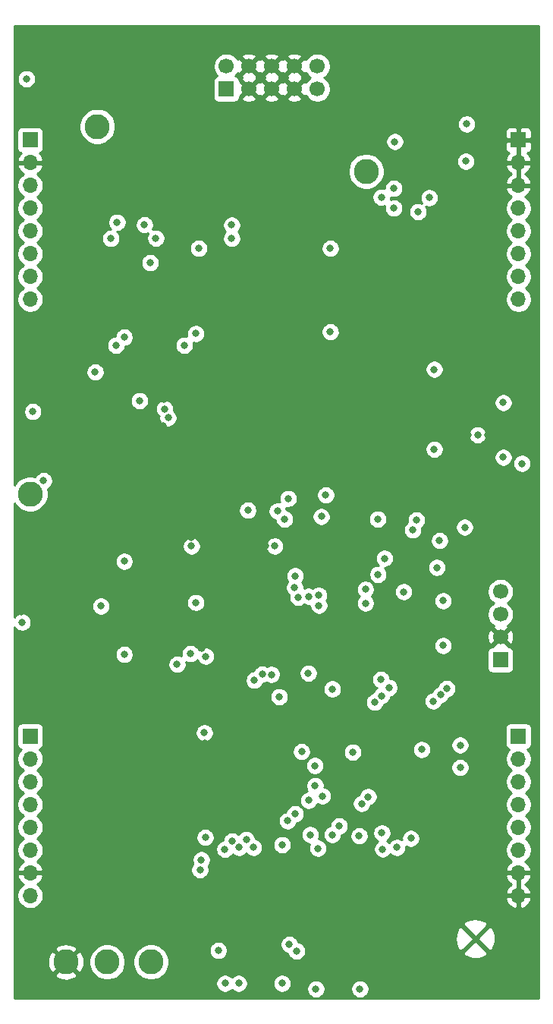
<source format=gbr>
G04 #@! TF.GenerationSoftware,KiCad,Pcbnew,(5.1.5)-3*
G04 #@! TF.CreationDate,2020-09-27T14:55:57+01:00*
G04 #@! TF.ProjectId,Alligator_Components,416c6c69-6761-4746-9f72-5f436f6d706f,rev?*
G04 #@! TF.SameCoordinates,Original*
G04 #@! TF.FileFunction,Copper,L2,Inr*
G04 #@! TF.FilePolarity,Positive*
%FSLAX46Y46*%
G04 Gerber Fmt 4.6, Leading zero omitted, Abs format (unit mm)*
G04 Created by KiCad (PCBNEW (5.1.5)-3) date 2020-09-27 14:55:57*
%MOMM*%
%LPD*%
G04 APERTURE LIST*
%ADD10R,1.700000X1.700000*%
%ADD11O,1.700000X1.700000*%
%ADD12C,2.800000*%
%ADD13C,1.700000*%
%ADD14C,0.800000*%
%ADD15C,0.254000*%
G04 APERTURE END LIST*
D10*
X157000000Y-130000000D03*
D11*
X157000000Y-132540000D03*
X157000000Y-135080000D03*
X157000000Y-137620000D03*
X157000000Y-140160000D03*
X157000000Y-142700000D03*
X157000000Y-145240000D03*
X157000000Y-147780000D03*
D10*
X157000000Y-63500000D03*
D11*
X157000000Y-66040000D03*
X157000000Y-68580000D03*
X157000000Y-71120000D03*
X157000000Y-73660000D03*
X157000000Y-76200000D03*
X157000000Y-78740000D03*
X157000000Y-81280000D03*
D10*
X102500000Y-130000000D03*
D11*
X102500000Y-132540000D03*
X102500000Y-135080000D03*
X102500000Y-137620000D03*
X102500000Y-140160000D03*
X102500000Y-142700000D03*
X102500000Y-145240000D03*
X102500000Y-147780000D03*
D10*
X102500000Y-63500000D03*
D11*
X102500000Y-66040000D03*
X102500000Y-68580000D03*
X102500000Y-71120000D03*
X102500000Y-73660000D03*
X102500000Y-76200000D03*
X102500000Y-78740000D03*
X102500000Y-81280000D03*
D12*
X110000000Y-62000000D03*
X140000000Y-67000000D03*
X102500000Y-103000000D03*
X111100000Y-155200000D03*
X116000000Y-155200000D03*
X106500000Y-155200000D03*
D13*
X134560000Y-55285000D03*
X134560000Y-57825000D03*
X132020000Y-55285000D03*
X132020000Y-57825000D03*
X129480000Y-55285000D03*
X129480000Y-57825000D03*
X126940000Y-55285000D03*
X126940000Y-57825000D03*
X124400000Y-55285000D03*
D10*
X124400000Y-57825000D03*
X155000000Y-121500000D03*
D13*
X155000000Y-118960000D03*
X155000000Y-116420000D03*
X155000000Y-113880000D03*
D14*
X122500000Y-115100000D03*
X136950000Y-127000000D03*
X110300000Y-102000000D03*
X118600000Y-100900000D03*
X111500000Y-69000000D03*
X134800000Y-78900000D03*
X137300000Y-78900000D03*
X118900000Y-117500000D03*
X147500000Y-121900000D03*
X143300000Y-121200000D03*
X150300000Y-119200000D03*
X150300000Y-117100000D03*
X126500000Y-110600000D03*
X128800000Y-108800000D03*
X130600000Y-102300000D03*
X101500000Y-116100000D03*
X122000000Y-130800000D03*
X132800000Y-133600000D03*
X138600000Y-133700000D03*
X135400000Y-138400000D03*
X133700000Y-157200000D03*
X138200000Y-157100000D03*
X142600000Y-157100000D03*
X140300000Y-145300000D03*
X145900000Y-133500000D03*
X120500000Y-107800000D03*
X134700000Y-84800000D03*
X107900000Y-114100000D03*
X143900000Y-89100000D03*
X148600000Y-99000000D03*
X151900000Y-98700000D03*
X153600000Y-96400000D03*
X148700000Y-92800000D03*
X153000000Y-92900000D03*
X115200000Y-83500000D03*
X119800000Y-84400000D03*
X128500000Y-90900000D03*
X117400000Y-92400000D03*
X117300000Y-95400000D03*
X138900000Y-104500000D03*
X139400000Y-102200000D03*
X144158470Y-112246889D03*
X147100000Y-112200000D03*
X151400000Y-96400000D03*
X110500000Y-106700000D03*
X147900000Y-79400000D03*
X110100000Y-123500000D03*
X122000000Y-128300000D03*
X121655290Y-120204324D03*
X157400000Y-101600000D03*
X151900000Y-102500000D03*
X155500000Y-102700000D03*
X150700000Y-110100000D03*
X128200000Y-100200000D03*
X107900000Y-116700000D03*
X121800000Y-139500000D03*
X138600000Y-136500000D03*
X142300000Y-137500000D03*
X146800000Y-143600000D03*
X121900000Y-155900000D03*
X145400000Y-155900000D03*
X136500000Y-122100000D03*
X139200000Y-122100000D03*
X137300000Y-114500000D03*
X128200000Y-114000000D03*
X155400000Y-87400000D03*
X151500000Y-86400000D03*
X147600000Y-86400000D03*
X137300000Y-84800000D03*
X111700000Y-64700000D03*
X121100000Y-64700000D03*
X143500000Y-67500000D03*
X153500000Y-65100000D03*
X153500000Y-61500000D03*
X157000000Y-52900000D03*
X157000000Y-55200000D03*
X153300000Y-55200000D03*
X153300000Y-52900000D03*
X149300000Y-52900000D03*
X149300000Y-55200000D03*
X146000000Y-55200000D03*
X146000000Y-52900000D03*
X102100000Y-51400000D03*
X107900000Y-55400000D03*
X106300000Y-54100000D03*
X113200000Y-52300000D03*
X109800000Y-52300000D03*
X129500000Y-64500000D03*
X129500000Y-70200000D03*
X125000000Y-90600000D03*
X125500000Y-80800000D03*
X108900000Y-75200000D03*
X105600000Y-83000000D03*
X113500000Y-132600000D03*
X113500000Y-140600000D03*
X113500000Y-148100000D03*
X142200000Y-150400000D03*
X154100000Y-109900000D03*
X121300000Y-75600000D03*
X136000000Y-75600000D03*
X143200000Y-63700000D03*
X136000000Y-84900000D03*
X111500000Y-74500000D03*
X113000000Y-120900000D03*
X113000000Y-110500000D03*
X102800000Y-93800000D03*
X102100000Y-56700000D03*
X117900000Y-94500000D03*
X104000000Y-101500000D03*
X141700000Y-69900000D03*
X143100000Y-68900000D03*
X143100000Y-71100000D03*
X117500000Y-93500000D03*
X101600000Y-117300000D03*
X110400000Y-115500000D03*
X155300000Y-92800000D03*
X126800000Y-104800000D03*
X147600000Y-89100000D03*
X132800000Y-131725000D03*
X121950000Y-129625000D03*
X139225000Y-141125000D03*
X122100000Y-121100000D03*
X146200000Y-131500000D03*
X138500000Y-131800000D03*
X141750000Y-140800000D03*
X133750000Y-141000000D03*
X122048001Y-141300000D03*
X134400000Y-158200000D03*
X139300000Y-158200000D03*
X145000000Y-141400000D03*
X148600000Y-114900000D03*
X148600000Y-119900000D03*
X148200000Y-108200000D03*
X120500000Y-108800000D03*
X135000000Y-105500000D03*
X130100000Y-104900000D03*
X141300000Y-105800000D03*
X155300000Y-98900000D03*
X147600000Y-98000000D03*
X152448229Y-96396785D03*
X145800000Y-71500000D03*
X147050000Y-69950000D03*
X151125000Y-65875000D03*
X151225000Y-61725000D03*
X121000000Y-115100000D03*
X157400000Y-99600000D03*
X114700000Y-92600000D03*
X109752000Y-89400000D03*
X115265000Y-72965000D03*
X125000000Y-73000000D03*
X116535000Y-74465000D03*
X125000000Y-74500000D03*
X149000000Y-124700000D03*
X145200000Y-107000000D03*
X145600000Y-105900000D03*
X121000000Y-85100000D03*
X119700000Y-86400000D03*
X131300000Y-103500000D03*
X132225000Y-153975000D03*
X142050000Y-110175000D03*
X135125000Y-136675000D03*
X141325000Y-111975000D03*
X151000000Y-106700000D03*
X147900000Y-111200000D03*
X131246037Y-139445931D03*
X139925000Y-113625000D03*
X130625000Y-157575000D03*
X144200000Y-113900000D03*
X132075000Y-138675000D03*
X139925000Y-115175000D03*
X139500000Y-137525000D03*
X141650000Y-123675000D03*
X140225000Y-136769309D03*
X142550000Y-124600000D03*
X137000000Y-140025000D03*
X131425000Y-153225000D03*
X134300000Y-135525000D03*
X134275000Y-133300000D03*
X141850000Y-142600000D03*
X140956778Y-126225000D03*
X143425000Y-142425000D03*
X141725000Y-125500000D03*
X135500000Y-103100000D03*
X129800000Y-108800000D03*
X134625000Y-142525000D03*
X130300000Y-125600000D03*
X136225000Y-124750000D03*
X136225000Y-141000000D03*
X121600000Y-143800000D03*
X120400000Y-120800000D03*
X121450040Y-144925000D03*
X118900000Y-122000000D03*
X127425000Y-142425000D03*
X127525000Y-123775000D03*
X128400000Y-123100000D03*
X125775000Y-157575000D03*
X130625000Y-142125000D03*
X129425000Y-123125000D03*
X112200000Y-72700000D03*
X112075000Y-86400000D03*
X113000000Y-85500000D03*
X115900000Y-77200000D03*
X133550000Y-122975000D03*
X133575000Y-137175000D03*
X132075000Y-112125000D03*
X124250000Y-157575000D03*
X132025000Y-113425000D03*
X123500000Y-153900000D03*
X124225000Y-142625000D03*
X132425000Y-114525000D03*
X133570109Y-114405196D03*
X125025000Y-141725000D03*
X134700305Y-114300305D03*
X125825000Y-142425000D03*
X134725000Y-115425000D03*
X126625000Y-141525000D03*
X147500000Y-126100000D03*
X150500000Y-133500000D03*
X148292892Y-125407108D03*
X150500000Y-131000000D03*
X130900000Y-105800000D03*
D15*
G36*
X159265001Y-159265000D02*
G01*
X100735000Y-159265000D01*
X100735000Y-157473061D01*
X123215000Y-157473061D01*
X123215000Y-157676939D01*
X123254774Y-157876898D01*
X123332795Y-158065256D01*
X123446063Y-158234774D01*
X123590226Y-158378937D01*
X123759744Y-158492205D01*
X123948102Y-158570226D01*
X124148061Y-158610000D01*
X124351939Y-158610000D01*
X124551898Y-158570226D01*
X124740256Y-158492205D01*
X124909774Y-158378937D01*
X125012500Y-158276211D01*
X125115226Y-158378937D01*
X125284744Y-158492205D01*
X125473102Y-158570226D01*
X125673061Y-158610000D01*
X125876939Y-158610000D01*
X126076898Y-158570226D01*
X126265256Y-158492205D01*
X126434774Y-158378937D01*
X126578937Y-158234774D01*
X126692205Y-158065256D01*
X126770226Y-157876898D01*
X126810000Y-157676939D01*
X126810000Y-157473061D01*
X129590000Y-157473061D01*
X129590000Y-157676939D01*
X129629774Y-157876898D01*
X129707795Y-158065256D01*
X129821063Y-158234774D01*
X129965226Y-158378937D01*
X130134744Y-158492205D01*
X130323102Y-158570226D01*
X130523061Y-158610000D01*
X130726939Y-158610000D01*
X130926898Y-158570226D01*
X131115256Y-158492205D01*
X131284774Y-158378937D01*
X131428937Y-158234774D01*
X131520285Y-158098061D01*
X133365000Y-158098061D01*
X133365000Y-158301939D01*
X133404774Y-158501898D01*
X133482795Y-158690256D01*
X133596063Y-158859774D01*
X133740226Y-159003937D01*
X133909744Y-159117205D01*
X134098102Y-159195226D01*
X134298061Y-159235000D01*
X134501939Y-159235000D01*
X134701898Y-159195226D01*
X134890256Y-159117205D01*
X135059774Y-159003937D01*
X135203937Y-158859774D01*
X135317205Y-158690256D01*
X135395226Y-158501898D01*
X135435000Y-158301939D01*
X135435000Y-158098061D01*
X138265000Y-158098061D01*
X138265000Y-158301939D01*
X138304774Y-158501898D01*
X138382795Y-158690256D01*
X138496063Y-158859774D01*
X138640226Y-159003937D01*
X138809744Y-159117205D01*
X138998102Y-159195226D01*
X139198061Y-159235000D01*
X139401939Y-159235000D01*
X139601898Y-159195226D01*
X139790256Y-159117205D01*
X139959774Y-159003937D01*
X140103937Y-158859774D01*
X140217205Y-158690256D01*
X140295226Y-158501898D01*
X140335000Y-158301939D01*
X140335000Y-158098061D01*
X140295226Y-157898102D01*
X140217205Y-157709744D01*
X140103937Y-157540226D01*
X139959774Y-157396063D01*
X139790256Y-157282795D01*
X139601898Y-157204774D01*
X139401939Y-157165000D01*
X139198061Y-157165000D01*
X138998102Y-157204774D01*
X138809744Y-157282795D01*
X138640226Y-157396063D01*
X138496063Y-157540226D01*
X138382795Y-157709744D01*
X138304774Y-157898102D01*
X138265000Y-158098061D01*
X135435000Y-158098061D01*
X135395226Y-157898102D01*
X135317205Y-157709744D01*
X135203937Y-157540226D01*
X135059774Y-157396063D01*
X134890256Y-157282795D01*
X134701898Y-157204774D01*
X134501939Y-157165000D01*
X134298061Y-157165000D01*
X134098102Y-157204774D01*
X133909744Y-157282795D01*
X133740226Y-157396063D01*
X133596063Y-157540226D01*
X133482795Y-157709744D01*
X133404774Y-157898102D01*
X133365000Y-158098061D01*
X131520285Y-158098061D01*
X131542205Y-158065256D01*
X131620226Y-157876898D01*
X131660000Y-157676939D01*
X131660000Y-157473061D01*
X131620226Y-157273102D01*
X131542205Y-157084744D01*
X131428937Y-156915226D01*
X131284774Y-156771063D01*
X131115256Y-156657795D01*
X130926898Y-156579774D01*
X130726939Y-156540000D01*
X130523061Y-156540000D01*
X130323102Y-156579774D01*
X130134744Y-156657795D01*
X129965226Y-156771063D01*
X129821063Y-156915226D01*
X129707795Y-157084744D01*
X129629774Y-157273102D01*
X129590000Y-157473061D01*
X126810000Y-157473061D01*
X126770226Y-157273102D01*
X126692205Y-157084744D01*
X126578937Y-156915226D01*
X126434774Y-156771063D01*
X126265256Y-156657795D01*
X126076898Y-156579774D01*
X125876939Y-156540000D01*
X125673061Y-156540000D01*
X125473102Y-156579774D01*
X125284744Y-156657795D01*
X125115226Y-156771063D01*
X125012500Y-156873789D01*
X124909774Y-156771063D01*
X124740256Y-156657795D01*
X124551898Y-156579774D01*
X124351939Y-156540000D01*
X124148061Y-156540000D01*
X123948102Y-156579774D01*
X123759744Y-156657795D01*
X123590226Y-156771063D01*
X123446063Y-156915226D01*
X123332795Y-157084744D01*
X123254774Y-157273102D01*
X123215000Y-157473061D01*
X100735000Y-157473061D01*
X100735000Y-156620447D01*
X105259158Y-156620447D01*
X105403135Y-156925770D01*
X105760892Y-157106597D01*
X106147053Y-157214155D01*
X106546777Y-157244310D01*
X106944704Y-157195904D01*
X107325540Y-157070795D01*
X107596865Y-156925770D01*
X107740842Y-156620447D01*
X106500000Y-155379605D01*
X105259158Y-156620447D01*
X100735000Y-156620447D01*
X100735000Y-155246777D01*
X104455690Y-155246777D01*
X104504096Y-155644704D01*
X104629205Y-156025540D01*
X104774230Y-156296865D01*
X105079553Y-156440842D01*
X106320395Y-155200000D01*
X106679605Y-155200000D01*
X107920447Y-156440842D01*
X108225770Y-156296865D01*
X108406597Y-155939108D01*
X108514155Y-155552947D01*
X108544310Y-155153223D01*
X108525619Y-154999570D01*
X109065000Y-154999570D01*
X109065000Y-155400430D01*
X109143204Y-155793587D01*
X109296607Y-156163934D01*
X109519313Y-156497237D01*
X109802763Y-156780687D01*
X110136066Y-157003393D01*
X110506413Y-157156796D01*
X110899570Y-157235000D01*
X111300430Y-157235000D01*
X111693587Y-157156796D01*
X112063934Y-157003393D01*
X112397237Y-156780687D01*
X112680687Y-156497237D01*
X112903393Y-156163934D01*
X113056796Y-155793587D01*
X113135000Y-155400430D01*
X113135000Y-154999570D01*
X113965000Y-154999570D01*
X113965000Y-155400430D01*
X114043204Y-155793587D01*
X114196607Y-156163934D01*
X114419313Y-156497237D01*
X114702763Y-156780687D01*
X115036066Y-157003393D01*
X115406413Y-157156796D01*
X115799570Y-157235000D01*
X116200430Y-157235000D01*
X116593587Y-157156796D01*
X116963934Y-157003393D01*
X117297237Y-156780687D01*
X117580687Y-156497237D01*
X117803393Y-156163934D01*
X117956796Y-155793587D01*
X118035000Y-155400430D01*
X118035000Y-154999570D01*
X117956796Y-154606413D01*
X117803393Y-154236066D01*
X117580687Y-153902763D01*
X117475985Y-153798061D01*
X122465000Y-153798061D01*
X122465000Y-154001939D01*
X122504774Y-154201898D01*
X122582795Y-154390256D01*
X122696063Y-154559774D01*
X122840226Y-154703937D01*
X123009744Y-154817205D01*
X123198102Y-154895226D01*
X123398061Y-154935000D01*
X123601939Y-154935000D01*
X123801898Y-154895226D01*
X123990256Y-154817205D01*
X124159774Y-154703937D01*
X124303937Y-154559774D01*
X124417205Y-154390256D01*
X124495226Y-154201898D01*
X124535000Y-154001939D01*
X124535000Y-153798061D01*
X124495226Y-153598102D01*
X124417205Y-153409744D01*
X124303937Y-153240226D01*
X124186772Y-153123061D01*
X130390000Y-153123061D01*
X130390000Y-153326939D01*
X130429774Y-153526898D01*
X130507795Y-153715256D01*
X130621063Y-153884774D01*
X130765226Y-154028937D01*
X130934744Y-154142205D01*
X131123102Y-154220226D01*
X131222431Y-154239984D01*
X131229774Y-154276898D01*
X131307795Y-154465256D01*
X131421063Y-154634774D01*
X131565226Y-154778937D01*
X131734744Y-154892205D01*
X131923102Y-154970226D01*
X132123061Y-155010000D01*
X132326939Y-155010000D01*
X132526898Y-154970226D01*
X132715256Y-154892205D01*
X132884774Y-154778937D01*
X133028937Y-154634774D01*
X133142205Y-154465256D01*
X133220226Y-154276898D01*
X133242912Y-154162845D01*
X150816761Y-154162845D01*
X150984802Y-154488643D01*
X151376607Y-154689426D01*
X151800055Y-154809914D01*
X152238873Y-154845476D01*
X152676197Y-154794746D01*
X153095221Y-154659674D01*
X153415198Y-154488643D01*
X153583239Y-154162845D01*
X152200000Y-152779605D01*
X150816761Y-154162845D01*
X133242912Y-154162845D01*
X133260000Y-154076939D01*
X133260000Y-153873061D01*
X133220226Y-153673102D01*
X133142205Y-153484744D01*
X133028937Y-153315226D01*
X132884774Y-153171063D01*
X132715256Y-153057795D01*
X132526898Y-152979774D01*
X132427569Y-152960016D01*
X132420226Y-152923102D01*
X132342205Y-152734744D01*
X132278147Y-152638873D01*
X149954524Y-152638873D01*
X150005254Y-153076197D01*
X150140326Y-153495221D01*
X150311357Y-153815198D01*
X150637155Y-153983239D01*
X152020395Y-152600000D01*
X152379605Y-152600000D01*
X153762845Y-153983239D01*
X154088643Y-153815198D01*
X154289426Y-153423393D01*
X154409914Y-152999945D01*
X154445476Y-152561127D01*
X154394746Y-152123803D01*
X154259674Y-151704779D01*
X154088643Y-151384802D01*
X153762845Y-151216761D01*
X152379605Y-152600000D01*
X152020395Y-152600000D01*
X150637155Y-151216761D01*
X150311357Y-151384802D01*
X150110574Y-151776607D01*
X149990086Y-152200055D01*
X149954524Y-152638873D01*
X132278147Y-152638873D01*
X132228937Y-152565226D01*
X132084774Y-152421063D01*
X131915256Y-152307795D01*
X131726898Y-152229774D01*
X131526939Y-152190000D01*
X131323061Y-152190000D01*
X131123102Y-152229774D01*
X130934744Y-152307795D01*
X130765226Y-152421063D01*
X130621063Y-152565226D01*
X130507795Y-152734744D01*
X130429774Y-152923102D01*
X130390000Y-153123061D01*
X124186772Y-153123061D01*
X124159774Y-153096063D01*
X123990256Y-152982795D01*
X123801898Y-152904774D01*
X123601939Y-152865000D01*
X123398061Y-152865000D01*
X123198102Y-152904774D01*
X123009744Y-152982795D01*
X122840226Y-153096063D01*
X122696063Y-153240226D01*
X122582795Y-153409744D01*
X122504774Y-153598102D01*
X122465000Y-153798061D01*
X117475985Y-153798061D01*
X117297237Y-153619313D01*
X116963934Y-153396607D01*
X116593587Y-153243204D01*
X116200430Y-153165000D01*
X115799570Y-153165000D01*
X115406413Y-153243204D01*
X115036066Y-153396607D01*
X114702763Y-153619313D01*
X114419313Y-153902763D01*
X114196607Y-154236066D01*
X114043204Y-154606413D01*
X113965000Y-154999570D01*
X113135000Y-154999570D01*
X113056796Y-154606413D01*
X112903393Y-154236066D01*
X112680687Y-153902763D01*
X112397237Y-153619313D01*
X112063934Y-153396607D01*
X111693587Y-153243204D01*
X111300430Y-153165000D01*
X110899570Y-153165000D01*
X110506413Y-153243204D01*
X110136066Y-153396607D01*
X109802763Y-153619313D01*
X109519313Y-153902763D01*
X109296607Y-154236066D01*
X109143204Y-154606413D01*
X109065000Y-154999570D01*
X108525619Y-154999570D01*
X108495904Y-154755296D01*
X108370795Y-154374460D01*
X108225770Y-154103135D01*
X107920447Y-153959158D01*
X106679605Y-155200000D01*
X106320395Y-155200000D01*
X105079553Y-153959158D01*
X104774230Y-154103135D01*
X104593403Y-154460892D01*
X104485845Y-154847053D01*
X104455690Y-155246777D01*
X100735000Y-155246777D01*
X100735000Y-153779553D01*
X105259158Y-153779553D01*
X106500000Y-155020395D01*
X107740842Y-153779553D01*
X107596865Y-153474230D01*
X107239108Y-153293403D01*
X106852947Y-153185845D01*
X106453223Y-153155690D01*
X106055296Y-153204096D01*
X105674460Y-153329205D01*
X105403135Y-153474230D01*
X105259158Y-153779553D01*
X100735000Y-153779553D01*
X100735000Y-151037155D01*
X150816761Y-151037155D01*
X152200000Y-152420395D01*
X153583239Y-151037155D01*
X153415198Y-150711357D01*
X153023393Y-150510574D01*
X152599945Y-150390086D01*
X152161127Y-150354524D01*
X151723803Y-150405254D01*
X151304779Y-150540326D01*
X150984802Y-150711357D01*
X150816761Y-151037155D01*
X100735000Y-151037155D01*
X100735000Y-147633740D01*
X101015000Y-147633740D01*
X101015000Y-147926260D01*
X101072068Y-148213158D01*
X101184010Y-148483411D01*
X101346525Y-148726632D01*
X101553368Y-148933475D01*
X101796589Y-149095990D01*
X102066842Y-149207932D01*
X102353740Y-149265000D01*
X102646260Y-149265000D01*
X102933158Y-149207932D01*
X103203411Y-149095990D01*
X103446632Y-148933475D01*
X103653475Y-148726632D01*
X103815990Y-148483411D01*
X103927932Y-148213158D01*
X103943102Y-148136890D01*
X155558524Y-148136890D01*
X155603175Y-148284099D01*
X155728359Y-148546920D01*
X155902412Y-148780269D01*
X156118645Y-148975178D01*
X156368748Y-149124157D01*
X156643109Y-149221481D01*
X156873000Y-149100814D01*
X156873000Y-147907000D01*
X157127000Y-147907000D01*
X157127000Y-149100814D01*
X157356891Y-149221481D01*
X157631252Y-149124157D01*
X157881355Y-148975178D01*
X158097588Y-148780269D01*
X158271641Y-148546920D01*
X158396825Y-148284099D01*
X158441476Y-148136890D01*
X158320155Y-147907000D01*
X157127000Y-147907000D01*
X156873000Y-147907000D01*
X155679845Y-147907000D01*
X155558524Y-148136890D01*
X103943102Y-148136890D01*
X103985000Y-147926260D01*
X103985000Y-147633740D01*
X103927932Y-147346842D01*
X103815990Y-147076589D01*
X103653475Y-146833368D01*
X103446632Y-146626525D01*
X103264466Y-146504805D01*
X103381355Y-146435178D01*
X103597588Y-146240269D01*
X103771641Y-146006920D01*
X103896825Y-145744099D01*
X103941476Y-145596890D01*
X103820155Y-145367000D01*
X102627000Y-145367000D01*
X102627000Y-145387000D01*
X102373000Y-145387000D01*
X102373000Y-145367000D01*
X101179845Y-145367000D01*
X101058524Y-145596890D01*
X101103175Y-145744099D01*
X101228359Y-146006920D01*
X101402412Y-146240269D01*
X101618645Y-146435178D01*
X101735534Y-146504805D01*
X101553368Y-146626525D01*
X101346525Y-146833368D01*
X101184010Y-147076589D01*
X101072068Y-147346842D01*
X101015000Y-147633740D01*
X100735000Y-147633740D01*
X100735000Y-129150000D01*
X101011928Y-129150000D01*
X101011928Y-130850000D01*
X101024188Y-130974482D01*
X101060498Y-131094180D01*
X101119463Y-131204494D01*
X101198815Y-131301185D01*
X101295506Y-131380537D01*
X101405820Y-131439502D01*
X101478380Y-131461513D01*
X101346525Y-131593368D01*
X101184010Y-131836589D01*
X101072068Y-132106842D01*
X101015000Y-132393740D01*
X101015000Y-132686260D01*
X101072068Y-132973158D01*
X101184010Y-133243411D01*
X101346525Y-133486632D01*
X101553368Y-133693475D01*
X101727760Y-133810000D01*
X101553368Y-133926525D01*
X101346525Y-134133368D01*
X101184010Y-134376589D01*
X101072068Y-134646842D01*
X101015000Y-134933740D01*
X101015000Y-135226260D01*
X101072068Y-135513158D01*
X101184010Y-135783411D01*
X101346525Y-136026632D01*
X101553368Y-136233475D01*
X101727760Y-136350000D01*
X101553368Y-136466525D01*
X101346525Y-136673368D01*
X101184010Y-136916589D01*
X101072068Y-137186842D01*
X101015000Y-137473740D01*
X101015000Y-137766260D01*
X101072068Y-138053158D01*
X101184010Y-138323411D01*
X101346525Y-138566632D01*
X101553368Y-138773475D01*
X101727760Y-138890000D01*
X101553368Y-139006525D01*
X101346525Y-139213368D01*
X101184010Y-139456589D01*
X101072068Y-139726842D01*
X101015000Y-140013740D01*
X101015000Y-140306260D01*
X101072068Y-140593158D01*
X101184010Y-140863411D01*
X101346525Y-141106632D01*
X101553368Y-141313475D01*
X101727760Y-141430000D01*
X101553368Y-141546525D01*
X101346525Y-141753368D01*
X101184010Y-141996589D01*
X101072068Y-142266842D01*
X101015000Y-142553740D01*
X101015000Y-142846260D01*
X101072068Y-143133158D01*
X101184010Y-143403411D01*
X101346525Y-143646632D01*
X101553368Y-143853475D01*
X101735534Y-143975195D01*
X101618645Y-144044822D01*
X101402412Y-144239731D01*
X101228359Y-144473080D01*
X101103175Y-144735901D01*
X101058524Y-144883110D01*
X101179845Y-145113000D01*
X102373000Y-145113000D01*
X102373000Y-145093000D01*
X102627000Y-145093000D01*
X102627000Y-145113000D01*
X103820155Y-145113000D01*
X103941476Y-144883110D01*
X103923263Y-144823061D01*
X120415040Y-144823061D01*
X120415040Y-145026939D01*
X120454814Y-145226898D01*
X120532835Y-145415256D01*
X120646103Y-145584774D01*
X120790266Y-145728937D01*
X120959784Y-145842205D01*
X121148142Y-145920226D01*
X121348101Y-145960000D01*
X121551979Y-145960000D01*
X121751938Y-145920226D01*
X121940296Y-145842205D01*
X122109814Y-145728937D01*
X122241861Y-145596890D01*
X155558524Y-145596890D01*
X155603175Y-145744099D01*
X155728359Y-146006920D01*
X155902412Y-146240269D01*
X156118645Y-146435178D01*
X156244255Y-146510000D01*
X156118645Y-146584822D01*
X155902412Y-146779731D01*
X155728359Y-147013080D01*
X155603175Y-147275901D01*
X155558524Y-147423110D01*
X155679845Y-147653000D01*
X156873000Y-147653000D01*
X156873000Y-145367000D01*
X157127000Y-145367000D01*
X157127000Y-147653000D01*
X158320155Y-147653000D01*
X158441476Y-147423110D01*
X158396825Y-147275901D01*
X158271641Y-147013080D01*
X158097588Y-146779731D01*
X157881355Y-146584822D01*
X157755745Y-146510000D01*
X157881355Y-146435178D01*
X158097588Y-146240269D01*
X158271641Y-146006920D01*
X158396825Y-145744099D01*
X158441476Y-145596890D01*
X158320155Y-145367000D01*
X157127000Y-145367000D01*
X156873000Y-145367000D01*
X155679845Y-145367000D01*
X155558524Y-145596890D01*
X122241861Y-145596890D01*
X122253977Y-145584774D01*
X122367245Y-145415256D01*
X122445266Y-145226898D01*
X122485040Y-145026939D01*
X122485040Y-144823061D01*
X122445266Y-144623102D01*
X122385323Y-144478388D01*
X122403937Y-144459774D01*
X122517205Y-144290256D01*
X122595226Y-144101898D01*
X122635000Y-143901939D01*
X122635000Y-143698061D01*
X122595226Y-143498102D01*
X122517205Y-143309744D01*
X122403937Y-143140226D01*
X122259774Y-142996063D01*
X122090256Y-142882795D01*
X121901898Y-142804774D01*
X121701939Y-142765000D01*
X121498061Y-142765000D01*
X121298102Y-142804774D01*
X121109744Y-142882795D01*
X120940226Y-142996063D01*
X120796063Y-143140226D01*
X120682795Y-143309744D01*
X120604774Y-143498102D01*
X120565000Y-143698061D01*
X120565000Y-143901939D01*
X120604774Y-144101898D01*
X120664717Y-144246612D01*
X120646103Y-144265226D01*
X120532835Y-144434744D01*
X120454814Y-144623102D01*
X120415040Y-144823061D01*
X103923263Y-144823061D01*
X103896825Y-144735901D01*
X103771641Y-144473080D01*
X103597588Y-144239731D01*
X103381355Y-144044822D01*
X103264466Y-143975195D01*
X103446632Y-143853475D01*
X103653475Y-143646632D01*
X103815990Y-143403411D01*
X103927932Y-143133158D01*
X103985000Y-142846260D01*
X103985000Y-142553740D01*
X103978898Y-142523061D01*
X123190000Y-142523061D01*
X123190000Y-142726939D01*
X123229774Y-142926898D01*
X123307795Y-143115256D01*
X123421063Y-143284774D01*
X123565226Y-143428937D01*
X123734744Y-143542205D01*
X123923102Y-143620226D01*
X124123061Y-143660000D01*
X124326939Y-143660000D01*
X124526898Y-143620226D01*
X124715256Y-143542205D01*
X124884774Y-143428937D01*
X125028937Y-143284774D01*
X125105892Y-143169603D01*
X125165226Y-143228937D01*
X125334744Y-143342205D01*
X125523102Y-143420226D01*
X125723061Y-143460000D01*
X125926939Y-143460000D01*
X126126898Y-143420226D01*
X126315256Y-143342205D01*
X126484774Y-143228937D01*
X126625000Y-143088711D01*
X126765226Y-143228937D01*
X126934744Y-143342205D01*
X127123102Y-143420226D01*
X127323061Y-143460000D01*
X127526939Y-143460000D01*
X127726898Y-143420226D01*
X127915256Y-143342205D01*
X128084774Y-143228937D01*
X128228937Y-143084774D01*
X128342205Y-142915256D01*
X128420226Y-142726898D01*
X128460000Y-142526939D01*
X128460000Y-142323061D01*
X128420226Y-142123102D01*
X128378788Y-142023061D01*
X129590000Y-142023061D01*
X129590000Y-142226939D01*
X129629774Y-142426898D01*
X129707795Y-142615256D01*
X129821063Y-142784774D01*
X129965226Y-142928937D01*
X130134744Y-143042205D01*
X130323102Y-143120226D01*
X130523061Y-143160000D01*
X130726939Y-143160000D01*
X130926898Y-143120226D01*
X131115256Y-143042205D01*
X131284774Y-142928937D01*
X131428937Y-142784774D01*
X131542205Y-142615256D01*
X131620226Y-142426898D01*
X131660000Y-142226939D01*
X131660000Y-142023061D01*
X131620226Y-141823102D01*
X131542205Y-141634744D01*
X131428937Y-141465226D01*
X131284774Y-141321063D01*
X131115256Y-141207795D01*
X130926898Y-141129774D01*
X130726939Y-141090000D01*
X130523061Y-141090000D01*
X130323102Y-141129774D01*
X130134744Y-141207795D01*
X129965226Y-141321063D01*
X129821063Y-141465226D01*
X129707795Y-141634744D01*
X129629774Y-141823102D01*
X129590000Y-142023061D01*
X128378788Y-142023061D01*
X128342205Y-141934744D01*
X128228937Y-141765226D01*
X128084774Y-141621063D01*
X127915256Y-141507795D01*
X127726898Y-141429774D01*
X127658634Y-141416196D01*
X127620226Y-141223102D01*
X127542205Y-141034744D01*
X127450877Y-140898061D01*
X132715000Y-140898061D01*
X132715000Y-141101939D01*
X132754774Y-141301898D01*
X132832795Y-141490256D01*
X132946063Y-141659774D01*
X133090226Y-141803937D01*
X133259744Y-141917205D01*
X133448102Y-141995226D01*
X133648061Y-142035000D01*
X133707689Y-142035000D01*
X133629774Y-142223102D01*
X133590000Y-142423061D01*
X133590000Y-142626939D01*
X133629774Y-142826898D01*
X133707795Y-143015256D01*
X133821063Y-143184774D01*
X133965226Y-143328937D01*
X134134744Y-143442205D01*
X134323102Y-143520226D01*
X134523061Y-143560000D01*
X134726939Y-143560000D01*
X134926898Y-143520226D01*
X135115256Y-143442205D01*
X135284774Y-143328937D01*
X135428937Y-143184774D01*
X135542205Y-143015256D01*
X135620226Y-142826898D01*
X135660000Y-142626939D01*
X135660000Y-142423061D01*
X135620226Y-142223102D01*
X135542205Y-142034744D01*
X135428937Y-141865226D01*
X135284774Y-141721063D01*
X135115256Y-141607795D01*
X134926898Y-141529774D01*
X134726939Y-141490000D01*
X134667311Y-141490000D01*
X134745226Y-141301898D01*
X134785000Y-141101939D01*
X134785000Y-140898061D01*
X135190000Y-140898061D01*
X135190000Y-141101939D01*
X135229774Y-141301898D01*
X135307795Y-141490256D01*
X135421063Y-141659774D01*
X135565226Y-141803937D01*
X135734744Y-141917205D01*
X135923102Y-141995226D01*
X136123061Y-142035000D01*
X136326939Y-142035000D01*
X136526898Y-141995226D01*
X136715256Y-141917205D01*
X136884774Y-141803937D01*
X137028937Y-141659774D01*
X137142205Y-141490256D01*
X137220226Y-141301898D01*
X137260000Y-141101939D01*
X137260000Y-141028560D01*
X137287645Y-141023061D01*
X138190000Y-141023061D01*
X138190000Y-141226939D01*
X138229774Y-141426898D01*
X138307795Y-141615256D01*
X138421063Y-141784774D01*
X138565226Y-141928937D01*
X138734744Y-142042205D01*
X138923102Y-142120226D01*
X139123061Y-142160000D01*
X139326939Y-142160000D01*
X139526898Y-142120226D01*
X139715256Y-142042205D01*
X139884774Y-141928937D01*
X140028937Y-141784774D01*
X140142205Y-141615256D01*
X140220226Y-141426898D01*
X140260000Y-141226939D01*
X140260000Y-141023061D01*
X140220226Y-140823102D01*
X140168432Y-140698061D01*
X140715000Y-140698061D01*
X140715000Y-140901939D01*
X140754774Y-141101898D01*
X140832795Y-141290256D01*
X140946063Y-141459774D01*
X141090226Y-141603937D01*
X141259744Y-141717205D01*
X141289685Y-141729607D01*
X141190226Y-141796063D01*
X141046063Y-141940226D01*
X140932795Y-142109744D01*
X140854774Y-142298102D01*
X140815000Y-142498061D01*
X140815000Y-142701939D01*
X140854774Y-142901898D01*
X140932795Y-143090256D01*
X141046063Y-143259774D01*
X141190226Y-143403937D01*
X141359744Y-143517205D01*
X141548102Y-143595226D01*
X141748061Y-143635000D01*
X141951939Y-143635000D01*
X142151898Y-143595226D01*
X142340256Y-143517205D01*
X142509774Y-143403937D01*
X142653937Y-143259774D01*
X142710865Y-143174576D01*
X142765226Y-143228937D01*
X142934744Y-143342205D01*
X143123102Y-143420226D01*
X143323061Y-143460000D01*
X143526939Y-143460000D01*
X143726898Y-143420226D01*
X143915256Y-143342205D01*
X144084774Y-143228937D01*
X144228937Y-143084774D01*
X144342205Y-142915256D01*
X144420226Y-142726898D01*
X144460000Y-142526939D01*
X144460000Y-142323061D01*
X144451032Y-142277975D01*
X144509744Y-142317205D01*
X144698102Y-142395226D01*
X144898061Y-142435000D01*
X145101939Y-142435000D01*
X145301898Y-142395226D01*
X145490256Y-142317205D01*
X145659774Y-142203937D01*
X145803937Y-142059774D01*
X145917205Y-141890256D01*
X145995226Y-141701898D01*
X146035000Y-141501939D01*
X146035000Y-141298061D01*
X145995226Y-141098102D01*
X145917205Y-140909744D01*
X145803937Y-140740226D01*
X145659774Y-140596063D01*
X145490256Y-140482795D01*
X145301898Y-140404774D01*
X145101939Y-140365000D01*
X144898061Y-140365000D01*
X144698102Y-140404774D01*
X144509744Y-140482795D01*
X144340226Y-140596063D01*
X144196063Y-140740226D01*
X144082795Y-140909744D01*
X144004774Y-141098102D01*
X143965000Y-141298061D01*
X143965000Y-141501939D01*
X143973968Y-141547025D01*
X143915256Y-141507795D01*
X143726898Y-141429774D01*
X143526939Y-141390000D01*
X143323061Y-141390000D01*
X143123102Y-141429774D01*
X142934744Y-141507795D01*
X142765226Y-141621063D01*
X142621063Y-141765226D01*
X142564135Y-141850424D01*
X142509774Y-141796063D01*
X142340256Y-141682795D01*
X142310315Y-141670393D01*
X142409774Y-141603937D01*
X142553937Y-141459774D01*
X142667205Y-141290256D01*
X142745226Y-141101898D01*
X142785000Y-140901939D01*
X142785000Y-140698061D01*
X142745226Y-140498102D01*
X142667205Y-140309744D01*
X142553937Y-140140226D01*
X142409774Y-139996063D01*
X142240256Y-139882795D01*
X142051898Y-139804774D01*
X141851939Y-139765000D01*
X141648061Y-139765000D01*
X141448102Y-139804774D01*
X141259744Y-139882795D01*
X141090226Y-139996063D01*
X140946063Y-140140226D01*
X140832795Y-140309744D01*
X140754774Y-140498102D01*
X140715000Y-140698061D01*
X140168432Y-140698061D01*
X140142205Y-140634744D01*
X140028937Y-140465226D01*
X139884774Y-140321063D01*
X139715256Y-140207795D01*
X139526898Y-140129774D01*
X139326939Y-140090000D01*
X139123061Y-140090000D01*
X138923102Y-140129774D01*
X138734744Y-140207795D01*
X138565226Y-140321063D01*
X138421063Y-140465226D01*
X138307795Y-140634744D01*
X138229774Y-140823102D01*
X138190000Y-141023061D01*
X137287645Y-141023061D01*
X137301898Y-141020226D01*
X137490256Y-140942205D01*
X137659774Y-140828937D01*
X137803937Y-140684774D01*
X137917205Y-140515256D01*
X137995226Y-140326898D01*
X138035000Y-140126939D01*
X138035000Y-139923061D01*
X137995226Y-139723102D01*
X137917205Y-139534744D01*
X137803937Y-139365226D01*
X137659774Y-139221063D01*
X137490256Y-139107795D01*
X137301898Y-139029774D01*
X137101939Y-138990000D01*
X136898061Y-138990000D01*
X136698102Y-139029774D01*
X136509744Y-139107795D01*
X136340226Y-139221063D01*
X136196063Y-139365226D01*
X136082795Y-139534744D01*
X136004774Y-139723102D01*
X135965000Y-139923061D01*
X135965000Y-139996440D01*
X135923102Y-140004774D01*
X135734744Y-140082795D01*
X135565226Y-140196063D01*
X135421063Y-140340226D01*
X135307795Y-140509744D01*
X135229774Y-140698102D01*
X135190000Y-140898061D01*
X134785000Y-140898061D01*
X134745226Y-140698102D01*
X134667205Y-140509744D01*
X134553937Y-140340226D01*
X134409774Y-140196063D01*
X134240256Y-140082795D01*
X134051898Y-140004774D01*
X133851939Y-139965000D01*
X133648061Y-139965000D01*
X133448102Y-140004774D01*
X133259744Y-140082795D01*
X133090226Y-140196063D01*
X132946063Y-140340226D01*
X132832795Y-140509744D01*
X132754774Y-140698102D01*
X132715000Y-140898061D01*
X127450877Y-140898061D01*
X127428937Y-140865226D01*
X127284774Y-140721063D01*
X127115256Y-140607795D01*
X126926898Y-140529774D01*
X126726939Y-140490000D01*
X126523061Y-140490000D01*
X126323102Y-140529774D01*
X126134744Y-140607795D01*
X125965226Y-140721063D01*
X125821063Y-140865226D01*
X125744108Y-140980397D01*
X125684774Y-140921063D01*
X125515256Y-140807795D01*
X125326898Y-140729774D01*
X125126939Y-140690000D01*
X124923061Y-140690000D01*
X124723102Y-140729774D01*
X124534744Y-140807795D01*
X124365226Y-140921063D01*
X124221063Y-141065226D01*
X124107795Y-141234744D01*
X124029774Y-141423102D01*
X123991366Y-141616196D01*
X123923102Y-141629774D01*
X123734744Y-141707795D01*
X123565226Y-141821063D01*
X123421063Y-141965226D01*
X123307795Y-142134744D01*
X123229774Y-142323102D01*
X123190000Y-142523061D01*
X103978898Y-142523061D01*
X103927932Y-142266842D01*
X103815990Y-141996589D01*
X103653475Y-141753368D01*
X103446632Y-141546525D01*
X103272240Y-141430000D01*
X103446632Y-141313475D01*
X103562046Y-141198061D01*
X121013001Y-141198061D01*
X121013001Y-141401939D01*
X121052775Y-141601898D01*
X121130796Y-141790256D01*
X121244064Y-141959774D01*
X121388227Y-142103937D01*
X121557745Y-142217205D01*
X121746103Y-142295226D01*
X121946062Y-142335000D01*
X122149940Y-142335000D01*
X122349899Y-142295226D01*
X122538257Y-142217205D01*
X122707775Y-142103937D01*
X122851938Y-141959774D01*
X122965206Y-141790256D01*
X123043227Y-141601898D01*
X123083001Y-141401939D01*
X123083001Y-141198061D01*
X123043227Y-140998102D01*
X122965206Y-140809744D01*
X122851938Y-140640226D01*
X122707775Y-140496063D01*
X122538257Y-140382795D01*
X122349899Y-140304774D01*
X122149940Y-140265000D01*
X121946062Y-140265000D01*
X121746103Y-140304774D01*
X121557745Y-140382795D01*
X121388227Y-140496063D01*
X121244064Y-140640226D01*
X121130796Y-140809744D01*
X121052775Y-140998102D01*
X121013001Y-141198061D01*
X103562046Y-141198061D01*
X103653475Y-141106632D01*
X103815990Y-140863411D01*
X103927932Y-140593158D01*
X103985000Y-140306260D01*
X103985000Y-140013740D01*
X103927932Y-139726842D01*
X103815990Y-139456589D01*
X103740756Y-139343992D01*
X130211037Y-139343992D01*
X130211037Y-139547870D01*
X130250811Y-139747829D01*
X130328832Y-139936187D01*
X130442100Y-140105705D01*
X130586263Y-140249868D01*
X130755781Y-140363136D01*
X130944139Y-140441157D01*
X131144098Y-140480931D01*
X131347976Y-140480931D01*
X131547935Y-140441157D01*
X131736293Y-140363136D01*
X131905811Y-140249868D01*
X132049974Y-140105705D01*
X132163242Y-139936187D01*
X132241263Y-139747829D01*
X132251747Y-139695120D01*
X132376898Y-139670226D01*
X132565256Y-139592205D01*
X132734774Y-139478937D01*
X132878937Y-139334774D01*
X132992205Y-139165256D01*
X133070226Y-138976898D01*
X133110000Y-138776939D01*
X133110000Y-138573061D01*
X133070226Y-138373102D01*
X132992205Y-138184744D01*
X132878937Y-138015226D01*
X132734774Y-137871063D01*
X132565256Y-137757795D01*
X132376898Y-137679774D01*
X132176939Y-137640000D01*
X131973061Y-137640000D01*
X131773102Y-137679774D01*
X131584744Y-137757795D01*
X131415226Y-137871063D01*
X131271063Y-138015226D01*
X131157795Y-138184744D01*
X131079774Y-138373102D01*
X131069290Y-138425811D01*
X130944139Y-138450705D01*
X130755781Y-138528726D01*
X130586263Y-138641994D01*
X130442100Y-138786157D01*
X130328832Y-138955675D01*
X130250811Y-139144033D01*
X130211037Y-139343992D01*
X103740756Y-139343992D01*
X103653475Y-139213368D01*
X103446632Y-139006525D01*
X103272240Y-138890000D01*
X103446632Y-138773475D01*
X103653475Y-138566632D01*
X103815990Y-138323411D01*
X103927932Y-138053158D01*
X103985000Y-137766260D01*
X103985000Y-137473740D01*
X103927932Y-137186842D01*
X103880803Y-137073061D01*
X132540000Y-137073061D01*
X132540000Y-137276939D01*
X132579774Y-137476898D01*
X132657795Y-137665256D01*
X132771063Y-137834774D01*
X132915226Y-137978937D01*
X133084744Y-138092205D01*
X133273102Y-138170226D01*
X133473061Y-138210000D01*
X133676939Y-138210000D01*
X133876898Y-138170226D01*
X134065256Y-138092205D01*
X134234774Y-137978937D01*
X134378937Y-137834774D01*
X134492205Y-137665256D01*
X134546803Y-137533445D01*
X134634744Y-137592205D01*
X134823102Y-137670226D01*
X135023061Y-137710000D01*
X135226939Y-137710000D01*
X135426898Y-137670226D01*
X135615256Y-137592205D01*
X135784774Y-137478937D01*
X135840650Y-137423061D01*
X138465000Y-137423061D01*
X138465000Y-137626939D01*
X138504774Y-137826898D01*
X138582795Y-138015256D01*
X138696063Y-138184774D01*
X138840226Y-138328937D01*
X139009744Y-138442205D01*
X139198102Y-138520226D01*
X139398061Y-138560000D01*
X139601939Y-138560000D01*
X139801898Y-138520226D01*
X139990256Y-138442205D01*
X140159774Y-138328937D01*
X140303937Y-138184774D01*
X140417205Y-138015256D01*
X140495226Y-137826898D01*
X140506837Y-137768525D01*
X140526898Y-137764535D01*
X140715256Y-137686514D01*
X140884774Y-137573246D01*
X141028937Y-137429083D01*
X141142205Y-137259565D01*
X141220226Y-137071207D01*
X141260000Y-136871248D01*
X141260000Y-136667370D01*
X141220226Y-136467411D01*
X141142205Y-136279053D01*
X141028937Y-136109535D01*
X140884774Y-135965372D01*
X140715256Y-135852104D01*
X140526898Y-135774083D01*
X140326939Y-135734309D01*
X140123061Y-135734309D01*
X139923102Y-135774083D01*
X139734744Y-135852104D01*
X139565226Y-135965372D01*
X139421063Y-136109535D01*
X139307795Y-136279053D01*
X139229774Y-136467411D01*
X139218163Y-136525784D01*
X139198102Y-136529774D01*
X139009744Y-136607795D01*
X138840226Y-136721063D01*
X138696063Y-136865226D01*
X138582795Y-137034744D01*
X138504774Y-137223102D01*
X138465000Y-137423061D01*
X135840650Y-137423061D01*
X135928937Y-137334774D01*
X136042205Y-137165256D01*
X136120226Y-136976898D01*
X136160000Y-136776939D01*
X136160000Y-136573061D01*
X136120226Y-136373102D01*
X136042205Y-136184744D01*
X135928937Y-136015226D01*
X135784774Y-135871063D01*
X135615256Y-135757795D01*
X135426898Y-135679774D01*
X135328388Y-135660179D01*
X135335000Y-135626939D01*
X135335000Y-135423061D01*
X135295226Y-135223102D01*
X135217205Y-135034744D01*
X135103937Y-134865226D01*
X134959774Y-134721063D01*
X134790256Y-134607795D01*
X134601898Y-134529774D01*
X134401939Y-134490000D01*
X134198061Y-134490000D01*
X133998102Y-134529774D01*
X133809744Y-134607795D01*
X133640226Y-134721063D01*
X133496063Y-134865226D01*
X133382795Y-135034744D01*
X133304774Y-135223102D01*
X133265000Y-135423061D01*
X133265000Y-135626939D01*
X133304774Y-135826898D01*
X133382795Y-136015256D01*
X133466957Y-136141214D01*
X133273102Y-136179774D01*
X133084744Y-136257795D01*
X132915226Y-136371063D01*
X132771063Y-136515226D01*
X132657795Y-136684744D01*
X132579774Y-136873102D01*
X132540000Y-137073061D01*
X103880803Y-137073061D01*
X103815990Y-136916589D01*
X103653475Y-136673368D01*
X103446632Y-136466525D01*
X103272240Y-136350000D01*
X103446632Y-136233475D01*
X103653475Y-136026632D01*
X103815990Y-135783411D01*
X103927932Y-135513158D01*
X103985000Y-135226260D01*
X103985000Y-134933740D01*
X103927932Y-134646842D01*
X103815990Y-134376589D01*
X103653475Y-134133368D01*
X103446632Y-133926525D01*
X103272240Y-133810000D01*
X103446632Y-133693475D01*
X103653475Y-133486632D01*
X103815990Y-133243411D01*
X103834774Y-133198061D01*
X133240000Y-133198061D01*
X133240000Y-133401939D01*
X133279774Y-133601898D01*
X133357795Y-133790256D01*
X133471063Y-133959774D01*
X133615226Y-134103937D01*
X133784744Y-134217205D01*
X133973102Y-134295226D01*
X134173061Y-134335000D01*
X134376939Y-134335000D01*
X134576898Y-134295226D01*
X134765256Y-134217205D01*
X134934774Y-134103937D01*
X135078937Y-133959774D01*
X135192205Y-133790256D01*
X135270226Y-133601898D01*
X135310000Y-133401939D01*
X135310000Y-133398061D01*
X149465000Y-133398061D01*
X149465000Y-133601939D01*
X149504774Y-133801898D01*
X149582795Y-133990256D01*
X149696063Y-134159774D01*
X149840226Y-134303937D01*
X150009744Y-134417205D01*
X150198102Y-134495226D01*
X150398061Y-134535000D01*
X150601939Y-134535000D01*
X150801898Y-134495226D01*
X150990256Y-134417205D01*
X151159774Y-134303937D01*
X151303937Y-134159774D01*
X151417205Y-133990256D01*
X151495226Y-133801898D01*
X151535000Y-133601939D01*
X151535000Y-133398061D01*
X151495226Y-133198102D01*
X151417205Y-133009744D01*
X151303937Y-132840226D01*
X151159774Y-132696063D01*
X150990256Y-132582795D01*
X150801898Y-132504774D01*
X150601939Y-132465000D01*
X150398061Y-132465000D01*
X150198102Y-132504774D01*
X150009744Y-132582795D01*
X149840226Y-132696063D01*
X149696063Y-132840226D01*
X149582795Y-133009744D01*
X149504774Y-133198102D01*
X149465000Y-133398061D01*
X135310000Y-133398061D01*
X135310000Y-133198061D01*
X135270226Y-132998102D01*
X135192205Y-132809744D01*
X135078937Y-132640226D01*
X134934774Y-132496063D01*
X134765256Y-132382795D01*
X134576898Y-132304774D01*
X134376939Y-132265000D01*
X134173061Y-132265000D01*
X133973102Y-132304774D01*
X133784744Y-132382795D01*
X133615226Y-132496063D01*
X133471063Y-132640226D01*
X133357795Y-132809744D01*
X133279774Y-132998102D01*
X133240000Y-133198061D01*
X103834774Y-133198061D01*
X103927932Y-132973158D01*
X103985000Y-132686260D01*
X103985000Y-132393740D01*
X103927932Y-132106842D01*
X103815990Y-131836589D01*
X103673316Y-131623061D01*
X131765000Y-131623061D01*
X131765000Y-131826939D01*
X131804774Y-132026898D01*
X131882795Y-132215256D01*
X131996063Y-132384774D01*
X132140226Y-132528937D01*
X132309744Y-132642205D01*
X132498102Y-132720226D01*
X132698061Y-132760000D01*
X132901939Y-132760000D01*
X133101898Y-132720226D01*
X133290256Y-132642205D01*
X133459774Y-132528937D01*
X133603937Y-132384774D01*
X133717205Y-132215256D01*
X133795226Y-132026898D01*
X133835000Y-131826939D01*
X133835000Y-131698061D01*
X137465000Y-131698061D01*
X137465000Y-131901939D01*
X137504774Y-132101898D01*
X137582795Y-132290256D01*
X137696063Y-132459774D01*
X137840226Y-132603937D01*
X138009744Y-132717205D01*
X138198102Y-132795226D01*
X138398061Y-132835000D01*
X138601939Y-132835000D01*
X138801898Y-132795226D01*
X138990256Y-132717205D01*
X139159774Y-132603937D01*
X139303937Y-132459774D01*
X139417205Y-132290256D01*
X139495226Y-132101898D01*
X139535000Y-131901939D01*
X139535000Y-131698061D01*
X139495226Y-131498102D01*
X139453788Y-131398061D01*
X145165000Y-131398061D01*
X145165000Y-131601939D01*
X145204774Y-131801898D01*
X145282795Y-131990256D01*
X145396063Y-132159774D01*
X145540226Y-132303937D01*
X145709744Y-132417205D01*
X145898102Y-132495226D01*
X146098061Y-132535000D01*
X146301939Y-132535000D01*
X146501898Y-132495226D01*
X146690256Y-132417205D01*
X146859774Y-132303937D01*
X147003937Y-132159774D01*
X147117205Y-131990256D01*
X147195226Y-131801898D01*
X147235000Y-131601939D01*
X147235000Y-131398061D01*
X147195226Y-131198102D01*
X147117205Y-131009744D01*
X147042582Y-130898061D01*
X149465000Y-130898061D01*
X149465000Y-131101939D01*
X149504774Y-131301898D01*
X149582795Y-131490256D01*
X149696063Y-131659774D01*
X149840226Y-131803937D01*
X150009744Y-131917205D01*
X150198102Y-131995226D01*
X150398061Y-132035000D01*
X150601939Y-132035000D01*
X150801898Y-131995226D01*
X150990256Y-131917205D01*
X151159774Y-131803937D01*
X151303937Y-131659774D01*
X151417205Y-131490256D01*
X151495226Y-131301898D01*
X151535000Y-131101939D01*
X151535000Y-130898061D01*
X151495226Y-130698102D01*
X151417205Y-130509744D01*
X151303937Y-130340226D01*
X151159774Y-130196063D01*
X150990256Y-130082795D01*
X150801898Y-130004774D01*
X150601939Y-129965000D01*
X150398061Y-129965000D01*
X150198102Y-130004774D01*
X150009744Y-130082795D01*
X149840226Y-130196063D01*
X149696063Y-130340226D01*
X149582795Y-130509744D01*
X149504774Y-130698102D01*
X149465000Y-130898061D01*
X147042582Y-130898061D01*
X147003937Y-130840226D01*
X146859774Y-130696063D01*
X146690256Y-130582795D01*
X146501898Y-130504774D01*
X146301939Y-130465000D01*
X146098061Y-130465000D01*
X145898102Y-130504774D01*
X145709744Y-130582795D01*
X145540226Y-130696063D01*
X145396063Y-130840226D01*
X145282795Y-131009744D01*
X145204774Y-131198102D01*
X145165000Y-131398061D01*
X139453788Y-131398061D01*
X139417205Y-131309744D01*
X139303937Y-131140226D01*
X139159774Y-130996063D01*
X138990256Y-130882795D01*
X138801898Y-130804774D01*
X138601939Y-130765000D01*
X138398061Y-130765000D01*
X138198102Y-130804774D01*
X138009744Y-130882795D01*
X137840226Y-130996063D01*
X137696063Y-131140226D01*
X137582795Y-131309744D01*
X137504774Y-131498102D01*
X137465000Y-131698061D01*
X133835000Y-131698061D01*
X133835000Y-131623061D01*
X133795226Y-131423102D01*
X133717205Y-131234744D01*
X133603937Y-131065226D01*
X133459774Y-130921063D01*
X133290256Y-130807795D01*
X133101898Y-130729774D01*
X132901939Y-130690000D01*
X132698061Y-130690000D01*
X132498102Y-130729774D01*
X132309744Y-130807795D01*
X132140226Y-130921063D01*
X131996063Y-131065226D01*
X131882795Y-131234744D01*
X131804774Y-131423102D01*
X131765000Y-131623061D01*
X103673316Y-131623061D01*
X103653475Y-131593368D01*
X103521620Y-131461513D01*
X103594180Y-131439502D01*
X103704494Y-131380537D01*
X103801185Y-131301185D01*
X103880537Y-131204494D01*
X103939502Y-131094180D01*
X103975812Y-130974482D01*
X103988072Y-130850000D01*
X103988072Y-129523061D01*
X120915000Y-129523061D01*
X120915000Y-129726939D01*
X120954774Y-129926898D01*
X121032795Y-130115256D01*
X121146063Y-130284774D01*
X121290226Y-130428937D01*
X121459744Y-130542205D01*
X121648102Y-130620226D01*
X121848061Y-130660000D01*
X122051939Y-130660000D01*
X122251898Y-130620226D01*
X122440256Y-130542205D01*
X122609774Y-130428937D01*
X122753937Y-130284774D01*
X122867205Y-130115256D01*
X122945226Y-129926898D01*
X122985000Y-129726939D01*
X122985000Y-129523061D01*
X122945226Y-129323102D01*
X122873525Y-129150000D01*
X155511928Y-129150000D01*
X155511928Y-130850000D01*
X155524188Y-130974482D01*
X155560498Y-131094180D01*
X155619463Y-131204494D01*
X155698815Y-131301185D01*
X155795506Y-131380537D01*
X155905820Y-131439502D01*
X155978380Y-131461513D01*
X155846525Y-131593368D01*
X155684010Y-131836589D01*
X155572068Y-132106842D01*
X155515000Y-132393740D01*
X155515000Y-132686260D01*
X155572068Y-132973158D01*
X155684010Y-133243411D01*
X155846525Y-133486632D01*
X156053368Y-133693475D01*
X156227760Y-133810000D01*
X156053368Y-133926525D01*
X155846525Y-134133368D01*
X155684010Y-134376589D01*
X155572068Y-134646842D01*
X155515000Y-134933740D01*
X155515000Y-135226260D01*
X155572068Y-135513158D01*
X155684010Y-135783411D01*
X155846525Y-136026632D01*
X156053368Y-136233475D01*
X156227760Y-136350000D01*
X156053368Y-136466525D01*
X155846525Y-136673368D01*
X155684010Y-136916589D01*
X155572068Y-137186842D01*
X155515000Y-137473740D01*
X155515000Y-137766260D01*
X155572068Y-138053158D01*
X155684010Y-138323411D01*
X155846525Y-138566632D01*
X156053368Y-138773475D01*
X156227760Y-138890000D01*
X156053368Y-139006525D01*
X155846525Y-139213368D01*
X155684010Y-139456589D01*
X155572068Y-139726842D01*
X155515000Y-140013740D01*
X155515000Y-140306260D01*
X155572068Y-140593158D01*
X155684010Y-140863411D01*
X155846525Y-141106632D01*
X156053368Y-141313475D01*
X156227760Y-141430000D01*
X156053368Y-141546525D01*
X155846525Y-141753368D01*
X155684010Y-141996589D01*
X155572068Y-142266842D01*
X155515000Y-142553740D01*
X155515000Y-142846260D01*
X155572068Y-143133158D01*
X155684010Y-143403411D01*
X155846525Y-143646632D01*
X156053368Y-143853475D01*
X156235534Y-143975195D01*
X156118645Y-144044822D01*
X155902412Y-144239731D01*
X155728359Y-144473080D01*
X155603175Y-144735901D01*
X155558524Y-144883110D01*
X155679845Y-145113000D01*
X156873000Y-145113000D01*
X156873000Y-145093000D01*
X157127000Y-145093000D01*
X157127000Y-145113000D01*
X158320155Y-145113000D01*
X158441476Y-144883110D01*
X158396825Y-144735901D01*
X158271641Y-144473080D01*
X158097588Y-144239731D01*
X157881355Y-144044822D01*
X157764466Y-143975195D01*
X157946632Y-143853475D01*
X158153475Y-143646632D01*
X158315990Y-143403411D01*
X158427932Y-143133158D01*
X158485000Y-142846260D01*
X158485000Y-142553740D01*
X158427932Y-142266842D01*
X158315990Y-141996589D01*
X158153475Y-141753368D01*
X157946632Y-141546525D01*
X157772240Y-141430000D01*
X157946632Y-141313475D01*
X158153475Y-141106632D01*
X158315990Y-140863411D01*
X158427932Y-140593158D01*
X158485000Y-140306260D01*
X158485000Y-140013740D01*
X158427932Y-139726842D01*
X158315990Y-139456589D01*
X158153475Y-139213368D01*
X157946632Y-139006525D01*
X157772240Y-138890000D01*
X157946632Y-138773475D01*
X158153475Y-138566632D01*
X158315990Y-138323411D01*
X158427932Y-138053158D01*
X158485000Y-137766260D01*
X158485000Y-137473740D01*
X158427932Y-137186842D01*
X158315990Y-136916589D01*
X158153475Y-136673368D01*
X157946632Y-136466525D01*
X157772240Y-136350000D01*
X157946632Y-136233475D01*
X158153475Y-136026632D01*
X158315990Y-135783411D01*
X158427932Y-135513158D01*
X158485000Y-135226260D01*
X158485000Y-134933740D01*
X158427932Y-134646842D01*
X158315990Y-134376589D01*
X158153475Y-134133368D01*
X157946632Y-133926525D01*
X157772240Y-133810000D01*
X157946632Y-133693475D01*
X158153475Y-133486632D01*
X158315990Y-133243411D01*
X158427932Y-132973158D01*
X158485000Y-132686260D01*
X158485000Y-132393740D01*
X158427932Y-132106842D01*
X158315990Y-131836589D01*
X158153475Y-131593368D01*
X158021620Y-131461513D01*
X158094180Y-131439502D01*
X158204494Y-131380537D01*
X158301185Y-131301185D01*
X158380537Y-131204494D01*
X158439502Y-131094180D01*
X158475812Y-130974482D01*
X158488072Y-130850000D01*
X158488072Y-129150000D01*
X158475812Y-129025518D01*
X158439502Y-128905820D01*
X158380537Y-128795506D01*
X158301185Y-128698815D01*
X158204494Y-128619463D01*
X158094180Y-128560498D01*
X157974482Y-128524188D01*
X157850000Y-128511928D01*
X156150000Y-128511928D01*
X156025518Y-128524188D01*
X155905820Y-128560498D01*
X155795506Y-128619463D01*
X155698815Y-128698815D01*
X155619463Y-128795506D01*
X155560498Y-128905820D01*
X155524188Y-129025518D01*
X155511928Y-129150000D01*
X122873525Y-129150000D01*
X122867205Y-129134744D01*
X122753937Y-128965226D01*
X122609774Y-128821063D01*
X122440256Y-128707795D01*
X122251898Y-128629774D01*
X122051939Y-128590000D01*
X121848061Y-128590000D01*
X121648102Y-128629774D01*
X121459744Y-128707795D01*
X121290226Y-128821063D01*
X121146063Y-128965226D01*
X121032795Y-129134744D01*
X120954774Y-129323102D01*
X120915000Y-129523061D01*
X103988072Y-129523061D01*
X103988072Y-129150000D01*
X103975812Y-129025518D01*
X103939502Y-128905820D01*
X103880537Y-128795506D01*
X103801185Y-128698815D01*
X103704494Y-128619463D01*
X103594180Y-128560498D01*
X103474482Y-128524188D01*
X103350000Y-128511928D01*
X101650000Y-128511928D01*
X101525518Y-128524188D01*
X101405820Y-128560498D01*
X101295506Y-128619463D01*
X101198815Y-128698815D01*
X101119463Y-128795506D01*
X101060498Y-128905820D01*
X101024188Y-129025518D01*
X101011928Y-129150000D01*
X100735000Y-129150000D01*
X100735000Y-125498061D01*
X129265000Y-125498061D01*
X129265000Y-125701939D01*
X129304774Y-125901898D01*
X129382795Y-126090256D01*
X129496063Y-126259774D01*
X129640226Y-126403937D01*
X129809744Y-126517205D01*
X129998102Y-126595226D01*
X130198061Y-126635000D01*
X130401939Y-126635000D01*
X130601898Y-126595226D01*
X130790256Y-126517205D01*
X130959774Y-126403937D01*
X131103937Y-126259774D01*
X131195285Y-126123061D01*
X139921778Y-126123061D01*
X139921778Y-126326939D01*
X139961552Y-126526898D01*
X140039573Y-126715256D01*
X140152841Y-126884774D01*
X140297004Y-127028937D01*
X140466522Y-127142205D01*
X140654880Y-127220226D01*
X140854839Y-127260000D01*
X141058717Y-127260000D01*
X141258676Y-127220226D01*
X141447034Y-127142205D01*
X141616552Y-127028937D01*
X141760715Y-126884774D01*
X141873983Y-126715256D01*
X141952004Y-126526898D01*
X141955478Y-126509432D01*
X142026898Y-126495226D01*
X142215256Y-126417205D01*
X142384774Y-126303937D01*
X142528937Y-126159774D01*
X142636989Y-125998061D01*
X146465000Y-125998061D01*
X146465000Y-126201939D01*
X146504774Y-126401898D01*
X146582795Y-126590256D01*
X146696063Y-126759774D01*
X146840226Y-126903937D01*
X147009744Y-127017205D01*
X147198102Y-127095226D01*
X147398061Y-127135000D01*
X147601939Y-127135000D01*
X147801898Y-127095226D01*
X147990256Y-127017205D01*
X148159774Y-126903937D01*
X148303937Y-126759774D01*
X148417205Y-126590256D01*
X148486089Y-126423956D01*
X148594790Y-126402334D01*
X148783148Y-126324313D01*
X148952666Y-126211045D01*
X149096829Y-126066882D01*
X149210097Y-125897364D01*
X149288118Y-125709006D01*
X149290404Y-125697512D01*
X149301898Y-125695226D01*
X149490256Y-125617205D01*
X149659774Y-125503937D01*
X149803937Y-125359774D01*
X149917205Y-125190256D01*
X149995226Y-125001898D01*
X150035000Y-124801939D01*
X150035000Y-124598061D01*
X149995226Y-124398102D01*
X149917205Y-124209744D01*
X149803937Y-124040226D01*
X149659774Y-123896063D01*
X149490256Y-123782795D01*
X149301898Y-123704774D01*
X149101939Y-123665000D01*
X148898061Y-123665000D01*
X148698102Y-123704774D01*
X148509744Y-123782795D01*
X148340226Y-123896063D01*
X148196063Y-124040226D01*
X148082795Y-124209744D01*
X148004774Y-124398102D01*
X148002488Y-124409596D01*
X147990994Y-124411882D01*
X147802636Y-124489903D01*
X147633118Y-124603171D01*
X147488955Y-124747334D01*
X147375687Y-124916852D01*
X147306803Y-125083152D01*
X147198102Y-125104774D01*
X147009744Y-125182795D01*
X146840226Y-125296063D01*
X146696063Y-125440226D01*
X146582795Y-125609744D01*
X146504774Y-125798102D01*
X146465000Y-125998061D01*
X142636989Y-125998061D01*
X142642205Y-125990256D01*
X142720226Y-125801898D01*
X142757605Y-125613982D01*
X142851898Y-125595226D01*
X143040256Y-125517205D01*
X143209774Y-125403937D01*
X143353937Y-125259774D01*
X143467205Y-125090256D01*
X143545226Y-124901898D01*
X143585000Y-124701939D01*
X143585000Y-124498061D01*
X143545226Y-124298102D01*
X143467205Y-124109744D01*
X143353937Y-123940226D01*
X143209774Y-123796063D01*
X143040256Y-123682795D01*
X142851898Y-123604774D01*
X142684692Y-123571515D01*
X142645226Y-123373102D01*
X142567205Y-123184744D01*
X142453937Y-123015226D01*
X142309774Y-122871063D01*
X142140256Y-122757795D01*
X141951898Y-122679774D01*
X141751939Y-122640000D01*
X141548061Y-122640000D01*
X141348102Y-122679774D01*
X141159744Y-122757795D01*
X140990226Y-122871063D01*
X140846063Y-123015226D01*
X140732795Y-123184744D01*
X140654774Y-123373102D01*
X140615000Y-123573061D01*
X140615000Y-123776939D01*
X140654774Y-123976898D01*
X140732795Y-124165256D01*
X140846063Y-124334774D01*
X140990226Y-124478937D01*
X141159744Y-124592205D01*
X141197349Y-124607782D01*
X141065226Y-124696063D01*
X140921063Y-124840226D01*
X140807795Y-125009744D01*
X140729774Y-125198102D01*
X140726300Y-125215568D01*
X140654880Y-125229774D01*
X140466522Y-125307795D01*
X140297004Y-125421063D01*
X140152841Y-125565226D01*
X140039573Y-125734744D01*
X139961552Y-125923102D01*
X139921778Y-126123061D01*
X131195285Y-126123061D01*
X131217205Y-126090256D01*
X131295226Y-125901898D01*
X131335000Y-125701939D01*
X131335000Y-125498061D01*
X131295226Y-125298102D01*
X131217205Y-125109744D01*
X131103937Y-124940226D01*
X130959774Y-124796063D01*
X130790256Y-124682795D01*
X130706402Y-124648061D01*
X135190000Y-124648061D01*
X135190000Y-124851939D01*
X135229774Y-125051898D01*
X135307795Y-125240256D01*
X135421063Y-125409774D01*
X135565226Y-125553937D01*
X135734744Y-125667205D01*
X135923102Y-125745226D01*
X136123061Y-125785000D01*
X136326939Y-125785000D01*
X136526898Y-125745226D01*
X136715256Y-125667205D01*
X136884774Y-125553937D01*
X137028937Y-125409774D01*
X137142205Y-125240256D01*
X137220226Y-125051898D01*
X137260000Y-124851939D01*
X137260000Y-124648061D01*
X137220226Y-124448102D01*
X137142205Y-124259744D01*
X137028937Y-124090226D01*
X136884774Y-123946063D01*
X136715256Y-123832795D01*
X136526898Y-123754774D01*
X136326939Y-123715000D01*
X136123061Y-123715000D01*
X135923102Y-123754774D01*
X135734744Y-123832795D01*
X135565226Y-123946063D01*
X135421063Y-124090226D01*
X135307795Y-124259744D01*
X135229774Y-124448102D01*
X135190000Y-124648061D01*
X130706402Y-124648061D01*
X130601898Y-124604774D01*
X130401939Y-124565000D01*
X130198061Y-124565000D01*
X129998102Y-124604774D01*
X129809744Y-124682795D01*
X129640226Y-124796063D01*
X129496063Y-124940226D01*
X129382795Y-125109744D01*
X129304774Y-125298102D01*
X129265000Y-125498061D01*
X100735000Y-125498061D01*
X100735000Y-123673061D01*
X126490000Y-123673061D01*
X126490000Y-123876939D01*
X126529774Y-124076898D01*
X126607795Y-124265256D01*
X126721063Y-124434774D01*
X126865226Y-124578937D01*
X127034744Y-124692205D01*
X127223102Y-124770226D01*
X127423061Y-124810000D01*
X127626939Y-124810000D01*
X127826898Y-124770226D01*
X128015256Y-124692205D01*
X128184774Y-124578937D01*
X128328937Y-124434774D01*
X128442205Y-124265256D01*
X128496159Y-124135000D01*
X128501939Y-124135000D01*
X128701898Y-124095226D01*
X128890256Y-124017205D01*
X128893792Y-124014842D01*
X128934744Y-124042205D01*
X129123102Y-124120226D01*
X129323061Y-124160000D01*
X129526939Y-124160000D01*
X129726898Y-124120226D01*
X129915256Y-124042205D01*
X130084774Y-123928937D01*
X130228937Y-123784774D01*
X130342205Y-123615256D01*
X130420226Y-123426898D01*
X130460000Y-123226939D01*
X130460000Y-123023061D01*
X130430164Y-122873061D01*
X132515000Y-122873061D01*
X132515000Y-123076939D01*
X132554774Y-123276898D01*
X132632795Y-123465256D01*
X132746063Y-123634774D01*
X132890226Y-123778937D01*
X133059744Y-123892205D01*
X133248102Y-123970226D01*
X133448061Y-124010000D01*
X133651939Y-124010000D01*
X133851898Y-123970226D01*
X134040256Y-123892205D01*
X134209774Y-123778937D01*
X134353937Y-123634774D01*
X134467205Y-123465256D01*
X134545226Y-123276898D01*
X134585000Y-123076939D01*
X134585000Y-122873061D01*
X134545226Y-122673102D01*
X134467205Y-122484744D01*
X134353937Y-122315226D01*
X134209774Y-122171063D01*
X134040256Y-122057795D01*
X133851898Y-121979774D01*
X133651939Y-121940000D01*
X133448061Y-121940000D01*
X133248102Y-121979774D01*
X133059744Y-122057795D01*
X132890226Y-122171063D01*
X132746063Y-122315226D01*
X132632795Y-122484744D01*
X132554774Y-122673102D01*
X132515000Y-122873061D01*
X130430164Y-122873061D01*
X130420226Y-122823102D01*
X130342205Y-122634744D01*
X130228937Y-122465226D01*
X130084774Y-122321063D01*
X129915256Y-122207795D01*
X129726898Y-122129774D01*
X129526939Y-122090000D01*
X129323061Y-122090000D01*
X129123102Y-122129774D01*
X128934744Y-122207795D01*
X128931208Y-122210158D01*
X128890256Y-122182795D01*
X128701898Y-122104774D01*
X128501939Y-122065000D01*
X128298061Y-122065000D01*
X128098102Y-122104774D01*
X127909744Y-122182795D01*
X127740226Y-122296063D01*
X127596063Y-122440226D01*
X127482795Y-122609744D01*
X127428841Y-122740000D01*
X127423061Y-122740000D01*
X127223102Y-122779774D01*
X127034744Y-122857795D01*
X126865226Y-122971063D01*
X126721063Y-123115226D01*
X126607795Y-123284744D01*
X126529774Y-123473102D01*
X126490000Y-123673061D01*
X100735000Y-123673061D01*
X100735000Y-120798061D01*
X111965000Y-120798061D01*
X111965000Y-121001939D01*
X112004774Y-121201898D01*
X112082795Y-121390256D01*
X112196063Y-121559774D01*
X112340226Y-121703937D01*
X112509744Y-121817205D01*
X112698102Y-121895226D01*
X112898061Y-121935000D01*
X113101939Y-121935000D01*
X113287645Y-121898061D01*
X117865000Y-121898061D01*
X117865000Y-122101939D01*
X117904774Y-122301898D01*
X117982795Y-122490256D01*
X118096063Y-122659774D01*
X118240226Y-122803937D01*
X118409744Y-122917205D01*
X118598102Y-122995226D01*
X118798061Y-123035000D01*
X119001939Y-123035000D01*
X119201898Y-122995226D01*
X119390256Y-122917205D01*
X119559774Y-122803937D01*
X119703937Y-122659774D01*
X119817205Y-122490256D01*
X119895226Y-122301898D01*
X119935000Y-122101939D01*
X119935000Y-121898061D01*
X119897383Y-121708946D01*
X119909744Y-121717205D01*
X120098102Y-121795226D01*
X120298061Y-121835000D01*
X120501939Y-121835000D01*
X120701898Y-121795226D01*
X120890256Y-121717205D01*
X121059774Y-121603937D01*
X121150770Y-121512941D01*
X121182795Y-121590256D01*
X121296063Y-121759774D01*
X121440226Y-121903937D01*
X121609744Y-122017205D01*
X121798102Y-122095226D01*
X121998061Y-122135000D01*
X122201939Y-122135000D01*
X122401898Y-122095226D01*
X122590256Y-122017205D01*
X122759774Y-121903937D01*
X122903937Y-121759774D01*
X123017205Y-121590256D01*
X123095226Y-121401898D01*
X123135000Y-121201939D01*
X123135000Y-120998061D01*
X123095226Y-120798102D01*
X123017205Y-120609744D01*
X122903937Y-120440226D01*
X122759774Y-120296063D01*
X122590256Y-120182795D01*
X122401898Y-120104774D01*
X122201939Y-120065000D01*
X121998061Y-120065000D01*
X121798102Y-120104774D01*
X121609744Y-120182795D01*
X121440226Y-120296063D01*
X121349230Y-120387059D01*
X121317205Y-120309744D01*
X121203937Y-120140226D01*
X121059774Y-119996063D01*
X120890256Y-119882795D01*
X120701898Y-119804774D01*
X120668150Y-119798061D01*
X147565000Y-119798061D01*
X147565000Y-120001939D01*
X147604774Y-120201898D01*
X147682795Y-120390256D01*
X147796063Y-120559774D01*
X147940226Y-120703937D01*
X148109744Y-120817205D01*
X148298102Y-120895226D01*
X148498061Y-120935000D01*
X148701939Y-120935000D01*
X148901898Y-120895226D01*
X149090256Y-120817205D01*
X149259774Y-120703937D01*
X149313711Y-120650000D01*
X153511928Y-120650000D01*
X153511928Y-122350000D01*
X153524188Y-122474482D01*
X153560498Y-122594180D01*
X153619463Y-122704494D01*
X153698815Y-122801185D01*
X153795506Y-122880537D01*
X153905820Y-122939502D01*
X154025518Y-122975812D01*
X154150000Y-122988072D01*
X155850000Y-122988072D01*
X155974482Y-122975812D01*
X156094180Y-122939502D01*
X156204494Y-122880537D01*
X156301185Y-122801185D01*
X156380537Y-122704494D01*
X156439502Y-122594180D01*
X156475812Y-122474482D01*
X156488072Y-122350000D01*
X156488072Y-120650000D01*
X156475812Y-120525518D01*
X156439502Y-120405820D01*
X156380537Y-120295506D01*
X156301185Y-120198815D01*
X156204494Y-120119463D01*
X156094180Y-120060498D01*
X155974482Y-120024188D01*
X155850000Y-120011928D01*
X155841458Y-120011928D01*
X155848792Y-119988397D01*
X155000000Y-119139605D01*
X154151208Y-119988397D01*
X154158542Y-120011928D01*
X154150000Y-120011928D01*
X154025518Y-120024188D01*
X153905820Y-120060498D01*
X153795506Y-120119463D01*
X153698815Y-120198815D01*
X153619463Y-120295506D01*
X153560498Y-120405820D01*
X153524188Y-120525518D01*
X153511928Y-120650000D01*
X149313711Y-120650000D01*
X149403937Y-120559774D01*
X149517205Y-120390256D01*
X149595226Y-120201898D01*
X149635000Y-120001939D01*
X149635000Y-119798061D01*
X149595226Y-119598102D01*
X149517205Y-119409744D01*
X149403937Y-119240226D01*
X149259774Y-119096063D01*
X149158705Y-119028531D01*
X153509389Y-119028531D01*
X153551401Y-119318019D01*
X153649081Y-119593747D01*
X153722528Y-119731157D01*
X153971603Y-119808792D01*
X154820395Y-118960000D01*
X155179605Y-118960000D01*
X156028397Y-119808792D01*
X156277472Y-119731157D01*
X156403371Y-119467117D01*
X156475339Y-119183589D01*
X156490611Y-118891469D01*
X156448599Y-118601981D01*
X156350919Y-118326253D01*
X156277472Y-118188843D01*
X156028397Y-118111208D01*
X155179605Y-118960000D01*
X154820395Y-118960000D01*
X153971603Y-118111208D01*
X153722528Y-118188843D01*
X153596629Y-118452883D01*
X153524661Y-118736411D01*
X153509389Y-119028531D01*
X149158705Y-119028531D01*
X149090256Y-118982795D01*
X148901898Y-118904774D01*
X148701939Y-118865000D01*
X148498061Y-118865000D01*
X148298102Y-118904774D01*
X148109744Y-118982795D01*
X147940226Y-119096063D01*
X147796063Y-119240226D01*
X147682795Y-119409744D01*
X147604774Y-119598102D01*
X147565000Y-119798061D01*
X120668150Y-119798061D01*
X120501939Y-119765000D01*
X120298061Y-119765000D01*
X120098102Y-119804774D01*
X119909744Y-119882795D01*
X119740226Y-119996063D01*
X119596063Y-120140226D01*
X119482795Y-120309744D01*
X119404774Y-120498102D01*
X119365000Y-120698061D01*
X119365000Y-120901939D01*
X119402617Y-121091054D01*
X119390256Y-121082795D01*
X119201898Y-121004774D01*
X119001939Y-120965000D01*
X118798061Y-120965000D01*
X118598102Y-121004774D01*
X118409744Y-121082795D01*
X118240226Y-121196063D01*
X118096063Y-121340226D01*
X117982795Y-121509744D01*
X117904774Y-121698102D01*
X117865000Y-121898061D01*
X113287645Y-121898061D01*
X113301898Y-121895226D01*
X113490256Y-121817205D01*
X113659774Y-121703937D01*
X113803937Y-121559774D01*
X113917205Y-121390256D01*
X113995226Y-121201898D01*
X114035000Y-121001939D01*
X114035000Y-120798061D01*
X113995226Y-120598102D01*
X113917205Y-120409744D01*
X113803937Y-120240226D01*
X113659774Y-120096063D01*
X113490256Y-119982795D01*
X113301898Y-119904774D01*
X113101939Y-119865000D01*
X112898061Y-119865000D01*
X112698102Y-119904774D01*
X112509744Y-119982795D01*
X112340226Y-120096063D01*
X112196063Y-120240226D01*
X112082795Y-120409744D01*
X112004774Y-120598102D01*
X111965000Y-120798061D01*
X100735000Y-120798061D01*
X100735000Y-117868387D01*
X100796063Y-117959774D01*
X100940226Y-118103937D01*
X101109744Y-118217205D01*
X101298102Y-118295226D01*
X101498061Y-118335000D01*
X101701939Y-118335000D01*
X101901898Y-118295226D01*
X102090256Y-118217205D01*
X102259774Y-118103937D01*
X102403937Y-117959774D01*
X102517205Y-117790256D01*
X102595226Y-117601898D01*
X102635000Y-117401939D01*
X102635000Y-117198061D01*
X102595226Y-116998102D01*
X102517205Y-116809744D01*
X102403937Y-116640226D01*
X102259774Y-116496063D01*
X102090256Y-116382795D01*
X101901898Y-116304774D01*
X101701939Y-116265000D01*
X101498061Y-116265000D01*
X101298102Y-116304774D01*
X101109744Y-116382795D01*
X100940226Y-116496063D01*
X100796063Y-116640226D01*
X100735000Y-116731613D01*
X100735000Y-115398061D01*
X109365000Y-115398061D01*
X109365000Y-115601939D01*
X109404774Y-115801898D01*
X109482795Y-115990256D01*
X109596063Y-116159774D01*
X109740226Y-116303937D01*
X109909744Y-116417205D01*
X110098102Y-116495226D01*
X110298061Y-116535000D01*
X110501939Y-116535000D01*
X110701898Y-116495226D01*
X110890256Y-116417205D01*
X111059774Y-116303937D01*
X111203937Y-116159774D01*
X111317205Y-115990256D01*
X111395226Y-115801898D01*
X111435000Y-115601939D01*
X111435000Y-115398061D01*
X111395226Y-115198102D01*
X111317205Y-115009744D01*
X111309399Y-114998061D01*
X119965000Y-114998061D01*
X119965000Y-115201939D01*
X120004774Y-115401898D01*
X120082795Y-115590256D01*
X120196063Y-115759774D01*
X120340226Y-115903937D01*
X120509744Y-116017205D01*
X120698102Y-116095226D01*
X120898061Y-116135000D01*
X121101939Y-116135000D01*
X121301898Y-116095226D01*
X121490256Y-116017205D01*
X121659774Y-115903937D01*
X121803937Y-115759774D01*
X121917205Y-115590256D01*
X121995226Y-115401898D01*
X122035000Y-115201939D01*
X122035000Y-114998061D01*
X121995226Y-114798102D01*
X121917205Y-114609744D01*
X121803937Y-114440226D01*
X121659774Y-114296063D01*
X121490256Y-114182795D01*
X121301898Y-114104774D01*
X121101939Y-114065000D01*
X120898061Y-114065000D01*
X120698102Y-114104774D01*
X120509744Y-114182795D01*
X120340226Y-114296063D01*
X120196063Y-114440226D01*
X120082795Y-114609744D01*
X120004774Y-114798102D01*
X119965000Y-114998061D01*
X111309399Y-114998061D01*
X111203937Y-114840226D01*
X111059774Y-114696063D01*
X110890256Y-114582795D01*
X110701898Y-114504774D01*
X110501939Y-114465000D01*
X110298061Y-114465000D01*
X110098102Y-114504774D01*
X109909744Y-114582795D01*
X109740226Y-114696063D01*
X109596063Y-114840226D01*
X109482795Y-115009744D01*
X109404774Y-115198102D01*
X109365000Y-115398061D01*
X100735000Y-115398061D01*
X100735000Y-113323061D01*
X130990000Y-113323061D01*
X130990000Y-113526939D01*
X131029774Y-113726898D01*
X131107795Y-113915256D01*
X131221063Y-114084774D01*
X131365226Y-114228937D01*
X131421177Y-114266322D01*
X131390000Y-114423061D01*
X131390000Y-114626939D01*
X131429774Y-114826898D01*
X131507795Y-115015256D01*
X131621063Y-115184774D01*
X131765226Y-115328937D01*
X131934744Y-115442205D01*
X132123102Y-115520226D01*
X132323061Y-115560000D01*
X132526939Y-115560000D01*
X132726898Y-115520226D01*
X132915256Y-115442205D01*
X133084774Y-115328937D01*
X133087954Y-115325757D01*
X133268211Y-115400422D01*
X133468170Y-115440196D01*
X133672048Y-115440196D01*
X133690000Y-115436625D01*
X133690000Y-115526939D01*
X133729774Y-115726898D01*
X133807795Y-115915256D01*
X133921063Y-116084774D01*
X134065226Y-116228937D01*
X134234744Y-116342205D01*
X134423102Y-116420226D01*
X134623061Y-116460000D01*
X134826939Y-116460000D01*
X135026898Y-116420226D01*
X135215256Y-116342205D01*
X135384774Y-116228937D01*
X135528937Y-116084774D01*
X135642205Y-115915256D01*
X135720226Y-115726898D01*
X135760000Y-115526939D01*
X135760000Y-115323061D01*
X135720226Y-115123102D01*
X135642205Y-114934744D01*
X135581688Y-114844173D01*
X135617510Y-114790561D01*
X135695531Y-114602203D01*
X135735305Y-114402244D01*
X135735305Y-114198366D01*
X135695531Y-113998407D01*
X135617510Y-113810049D01*
X135504242Y-113640531D01*
X135386772Y-113523061D01*
X138890000Y-113523061D01*
X138890000Y-113726939D01*
X138929774Y-113926898D01*
X139007795Y-114115256D01*
X139121063Y-114284774D01*
X139236289Y-114400000D01*
X139121063Y-114515226D01*
X139007795Y-114684744D01*
X138929774Y-114873102D01*
X138890000Y-115073061D01*
X138890000Y-115276939D01*
X138929774Y-115476898D01*
X139007795Y-115665256D01*
X139121063Y-115834774D01*
X139265226Y-115978937D01*
X139434744Y-116092205D01*
X139623102Y-116170226D01*
X139823061Y-116210000D01*
X140026939Y-116210000D01*
X140226898Y-116170226D01*
X140415256Y-116092205D01*
X140584774Y-115978937D01*
X140728937Y-115834774D01*
X140842205Y-115665256D01*
X140920226Y-115476898D01*
X140960000Y-115276939D01*
X140960000Y-115073061D01*
X140920226Y-114873102D01*
X140842205Y-114684744D01*
X140728937Y-114515226D01*
X140613711Y-114400000D01*
X140728937Y-114284774D01*
X140842205Y-114115256D01*
X140920226Y-113926898D01*
X140945853Y-113798061D01*
X143165000Y-113798061D01*
X143165000Y-114001939D01*
X143204774Y-114201898D01*
X143282795Y-114390256D01*
X143396063Y-114559774D01*
X143540226Y-114703937D01*
X143709744Y-114817205D01*
X143898102Y-114895226D01*
X144098061Y-114935000D01*
X144301939Y-114935000D01*
X144501898Y-114895226D01*
X144690256Y-114817205D01*
X144718907Y-114798061D01*
X147565000Y-114798061D01*
X147565000Y-115001939D01*
X147604774Y-115201898D01*
X147682795Y-115390256D01*
X147796063Y-115559774D01*
X147940226Y-115703937D01*
X148109744Y-115817205D01*
X148298102Y-115895226D01*
X148498061Y-115935000D01*
X148701939Y-115935000D01*
X148901898Y-115895226D01*
X149090256Y-115817205D01*
X149259774Y-115703937D01*
X149403937Y-115559774D01*
X149517205Y-115390256D01*
X149595226Y-115201898D01*
X149635000Y-115001939D01*
X149635000Y-114798061D01*
X149595226Y-114598102D01*
X149517205Y-114409744D01*
X149403937Y-114240226D01*
X149259774Y-114096063D01*
X149090256Y-113982795D01*
X148901898Y-113904774D01*
X148701939Y-113865000D01*
X148498061Y-113865000D01*
X148298102Y-113904774D01*
X148109744Y-113982795D01*
X147940226Y-114096063D01*
X147796063Y-114240226D01*
X147682795Y-114409744D01*
X147604774Y-114598102D01*
X147565000Y-114798061D01*
X144718907Y-114798061D01*
X144859774Y-114703937D01*
X145003937Y-114559774D01*
X145117205Y-114390256D01*
X145195226Y-114201898D01*
X145235000Y-114001939D01*
X145235000Y-113798061D01*
X145222206Y-113733740D01*
X153515000Y-113733740D01*
X153515000Y-114026260D01*
X153572068Y-114313158D01*
X153684010Y-114583411D01*
X153846525Y-114826632D01*
X154053368Y-115033475D01*
X154227760Y-115150000D01*
X154053368Y-115266525D01*
X153846525Y-115473368D01*
X153684010Y-115716589D01*
X153572068Y-115986842D01*
X153515000Y-116273740D01*
X153515000Y-116566260D01*
X153572068Y-116853158D01*
X153684010Y-117123411D01*
X153846525Y-117366632D01*
X154053368Y-117573475D01*
X154226729Y-117689311D01*
X154151208Y-117931603D01*
X155000000Y-118780395D01*
X155848792Y-117931603D01*
X155773271Y-117689311D01*
X155946632Y-117573475D01*
X156153475Y-117366632D01*
X156315990Y-117123411D01*
X156427932Y-116853158D01*
X156485000Y-116566260D01*
X156485000Y-116273740D01*
X156427932Y-115986842D01*
X156315990Y-115716589D01*
X156153475Y-115473368D01*
X155946632Y-115266525D01*
X155772240Y-115150000D01*
X155946632Y-115033475D01*
X156153475Y-114826632D01*
X156315990Y-114583411D01*
X156427932Y-114313158D01*
X156485000Y-114026260D01*
X156485000Y-113733740D01*
X156427932Y-113446842D01*
X156315990Y-113176589D01*
X156153475Y-112933368D01*
X155946632Y-112726525D01*
X155703411Y-112564010D01*
X155433158Y-112452068D01*
X155146260Y-112395000D01*
X154853740Y-112395000D01*
X154566842Y-112452068D01*
X154296589Y-112564010D01*
X154053368Y-112726525D01*
X153846525Y-112933368D01*
X153684010Y-113176589D01*
X153572068Y-113446842D01*
X153515000Y-113733740D01*
X145222206Y-113733740D01*
X145195226Y-113598102D01*
X145117205Y-113409744D01*
X145003937Y-113240226D01*
X144859774Y-113096063D01*
X144690256Y-112982795D01*
X144501898Y-112904774D01*
X144301939Y-112865000D01*
X144098061Y-112865000D01*
X143898102Y-112904774D01*
X143709744Y-112982795D01*
X143540226Y-113096063D01*
X143396063Y-113240226D01*
X143282795Y-113409744D01*
X143204774Y-113598102D01*
X143165000Y-113798061D01*
X140945853Y-113798061D01*
X140960000Y-113726939D01*
X140960000Y-113523061D01*
X140920226Y-113323102D01*
X140842205Y-113134744D01*
X140728937Y-112965226D01*
X140584774Y-112821063D01*
X140415256Y-112707795D01*
X140226898Y-112629774D01*
X140026939Y-112590000D01*
X139823061Y-112590000D01*
X139623102Y-112629774D01*
X139434744Y-112707795D01*
X139265226Y-112821063D01*
X139121063Y-112965226D01*
X139007795Y-113134744D01*
X138929774Y-113323102D01*
X138890000Y-113523061D01*
X135386772Y-113523061D01*
X135360079Y-113496368D01*
X135190561Y-113383100D01*
X135002203Y-113305079D01*
X134802244Y-113265305D01*
X134598366Y-113265305D01*
X134398407Y-113305079D01*
X134210049Y-113383100D01*
X134055861Y-113486125D01*
X133872007Y-113409970D01*
X133672048Y-113370196D01*
X133468170Y-113370196D01*
X133268211Y-113409970D01*
X133079853Y-113487991D01*
X133060000Y-113501256D01*
X133060000Y-113323061D01*
X133020226Y-113123102D01*
X132942205Y-112934744D01*
X132856794Y-112806917D01*
X132878937Y-112784774D01*
X132992205Y-112615256D01*
X133070226Y-112426898D01*
X133110000Y-112226939D01*
X133110000Y-112023061D01*
X133080164Y-111873061D01*
X140290000Y-111873061D01*
X140290000Y-112076939D01*
X140329774Y-112276898D01*
X140407795Y-112465256D01*
X140521063Y-112634774D01*
X140665226Y-112778937D01*
X140834744Y-112892205D01*
X141023102Y-112970226D01*
X141223061Y-113010000D01*
X141426939Y-113010000D01*
X141626898Y-112970226D01*
X141815256Y-112892205D01*
X141984774Y-112778937D01*
X142128937Y-112634774D01*
X142242205Y-112465256D01*
X142320226Y-112276898D01*
X142360000Y-112076939D01*
X142360000Y-111873061D01*
X142320226Y-111673102D01*
X142242205Y-111484744D01*
X142128937Y-111315226D01*
X142023711Y-111210000D01*
X142151939Y-111210000D01*
X142351898Y-111170226D01*
X142526118Y-111098061D01*
X146865000Y-111098061D01*
X146865000Y-111301939D01*
X146904774Y-111501898D01*
X146982795Y-111690256D01*
X147096063Y-111859774D01*
X147240226Y-112003937D01*
X147409744Y-112117205D01*
X147598102Y-112195226D01*
X147798061Y-112235000D01*
X148001939Y-112235000D01*
X148201898Y-112195226D01*
X148390256Y-112117205D01*
X148559774Y-112003937D01*
X148703937Y-111859774D01*
X148817205Y-111690256D01*
X148895226Y-111501898D01*
X148935000Y-111301939D01*
X148935000Y-111098061D01*
X148895226Y-110898102D01*
X148817205Y-110709744D01*
X148703937Y-110540226D01*
X148559774Y-110396063D01*
X148390256Y-110282795D01*
X148201898Y-110204774D01*
X148001939Y-110165000D01*
X147798061Y-110165000D01*
X147598102Y-110204774D01*
X147409744Y-110282795D01*
X147240226Y-110396063D01*
X147096063Y-110540226D01*
X146982795Y-110709744D01*
X146904774Y-110898102D01*
X146865000Y-111098061D01*
X142526118Y-111098061D01*
X142540256Y-111092205D01*
X142709774Y-110978937D01*
X142853937Y-110834774D01*
X142967205Y-110665256D01*
X143045226Y-110476898D01*
X143085000Y-110276939D01*
X143085000Y-110073061D01*
X143045226Y-109873102D01*
X142967205Y-109684744D01*
X142853937Y-109515226D01*
X142709774Y-109371063D01*
X142540256Y-109257795D01*
X142351898Y-109179774D01*
X142151939Y-109140000D01*
X141948061Y-109140000D01*
X141748102Y-109179774D01*
X141559744Y-109257795D01*
X141390226Y-109371063D01*
X141246063Y-109515226D01*
X141132795Y-109684744D01*
X141054774Y-109873102D01*
X141015000Y-110073061D01*
X141015000Y-110276939D01*
X141054774Y-110476898D01*
X141132795Y-110665256D01*
X141246063Y-110834774D01*
X141351289Y-110940000D01*
X141223061Y-110940000D01*
X141023102Y-110979774D01*
X140834744Y-111057795D01*
X140665226Y-111171063D01*
X140521063Y-111315226D01*
X140407795Y-111484744D01*
X140329774Y-111673102D01*
X140290000Y-111873061D01*
X133080164Y-111873061D01*
X133070226Y-111823102D01*
X132992205Y-111634744D01*
X132878937Y-111465226D01*
X132734774Y-111321063D01*
X132565256Y-111207795D01*
X132376898Y-111129774D01*
X132176939Y-111090000D01*
X131973061Y-111090000D01*
X131773102Y-111129774D01*
X131584744Y-111207795D01*
X131415226Y-111321063D01*
X131271063Y-111465226D01*
X131157795Y-111634744D01*
X131079774Y-111823102D01*
X131040000Y-112023061D01*
X131040000Y-112226939D01*
X131079774Y-112426898D01*
X131157795Y-112615256D01*
X131243206Y-112743083D01*
X131221063Y-112765226D01*
X131107795Y-112934744D01*
X131029774Y-113123102D01*
X130990000Y-113323061D01*
X100735000Y-113323061D01*
X100735000Y-110398061D01*
X111965000Y-110398061D01*
X111965000Y-110601939D01*
X112004774Y-110801898D01*
X112082795Y-110990256D01*
X112196063Y-111159774D01*
X112340226Y-111303937D01*
X112509744Y-111417205D01*
X112698102Y-111495226D01*
X112898061Y-111535000D01*
X113101939Y-111535000D01*
X113301898Y-111495226D01*
X113490256Y-111417205D01*
X113659774Y-111303937D01*
X113803937Y-111159774D01*
X113917205Y-110990256D01*
X113995226Y-110801898D01*
X114035000Y-110601939D01*
X114035000Y-110398061D01*
X113995226Y-110198102D01*
X113917205Y-110009744D01*
X113803937Y-109840226D01*
X113659774Y-109696063D01*
X113490256Y-109582795D01*
X113301898Y-109504774D01*
X113101939Y-109465000D01*
X112898061Y-109465000D01*
X112698102Y-109504774D01*
X112509744Y-109582795D01*
X112340226Y-109696063D01*
X112196063Y-109840226D01*
X112082795Y-110009744D01*
X112004774Y-110198102D01*
X111965000Y-110398061D01*
X100735000Y-110398061D01*
X100735000Y-108698061D01*
X119465000Y-108698061D01*
X119465000Y-108901939D01*
X119504774Y-109101898D01*
X119582795Y-109290256D01*
X119696063Y-109459774D01*
X119840226Y-109603937D01*
X120009744Y-109717205D01*
X120198102Y-109795226D01*
X120398061Y-109835000D01*
X120601939Y-109835000D01*
X120801898Y-109795226D01*
X120990256Y-109717205D01*
X121159774Y-109603937D01*
X121303937Y-109459774D01*
X121417205Y-109290256D01*
X121495226Y-109101898D01*
X121535000Y-108901939D01*
X121535000Y-108698061D01*
X128765000Y-108698061D01*
X128765000Y-108901939D01*
X128804774Y-109101898D01*
X128882795Y-109290256D01*
X128996063Y-109459774D01*
X129140226Y-109603937D01*
X129309744Y-109717205D01*
X129498102Y-109795226D01*
X129698061Y-109835000D01*
X129901939Y-109835000D01*
X130101898Y-109795226D01*
X130290256Y-109717205D01*
X130459774Y-109603937D01*
X130603937Y-109459774D01*
X130717205Y-109290256D01*
X130795226Y-109101898D01*
X130835000Y-108901939D01*
X130835000Y-108698061D01*
X130795226Y-108498102D01*
X130717205Y-108309744D01*
X130603937Y-108140226D01*
X130561772Y-108098061D01*
X147165000Y-108098061D01*
X147165000Y-108301939D01*
X147204774Y-108501898D01*
X147282795Y-108690256D01*
X147396063Y-108859774D01*
X147540226Y-109003937D01*
X147709744Y-109117205D01*
X147898102Y-109195226D01*
X148098061Y-109235000D01*
X148301939Y-109235000D01*
X148501898Y-109195226D01*
X148690256Y-109117205D01*
X148859774Y-109003937D01*
X149003937Y-108859774D01*
X149117205Y-108690256D01*
X149195226Y-108501898D01*
X149235000Y-108301939D01*
X149235000Y-108098061D01*
X149195226Y-107898102D01*
X149117205Y-107709744D01*
X149003937Y-107540226D01*
X148859774Y-107396063D01*
X148690256Y-107282795D01*
X148501898Y-107204774D01*
X148301939Y-107165000D01*
X148098061Y-107165000D01*
X147898102Y-107204774D01*
X147709744Y-107282795D01*
X147540226Y-107396063D01*
X147396063Y-107540226D01*
X147282795Y-107709744D01*
X147204774Y-107898102D01*
X147165000Y-108098061D01*
X130561772Y-108098061D01*
X130459774Y-107996063D01*
X130290256Y-107882795D01*
X130101898Y-107804774D01*
X129901939Y-107765000D01*
X129698061Y-107765000D01*
X129498102Y-107804774D01*
X129309744Y-107882795D01*
X129140226Y-107996063D01*
X128996063Y-108140226D01*
X128882795Y-108309744D01*
X128804774Y-108498102D01*
X128765000Y-108698061D01*
X121535000Y-108698061D01*
X121495226Y-108498102D01*
X121417205Y-108309744D01*
X121303937Y-108140226D01*
X121159774Y-107996063D01*
X120990256Y-107882795D01*
X120801898Y-107804774D01*
X120601939Y-107765000D01*
X120398061Y-107765000D01*
X120198102Y-107804774D01*
X120009744Y-107882795D01*
X119840226Y-107996063D01*
X119696063Y-108140226D01*
X119582795Y-108309744D01*
X119504774Y-108498102D01*
X119465000Y-108698061D01*
X100735000Y-108698061D01*
X100735000Y-106898061D01*
X144165000Y-106898061D01*
X144165000Y-107101939D01*
X144204774Y-107301898D01*
X144282795Y-107490256D01*
X144396063Y-107659774D01*
X144540226Y-107803937D01*
X144709744Y-107917205D01*
X144898102Y-107995226D01*
X145098061Y-108035000D01*
X145301939Y-108035000D01*
X145501898Y-107995226D01*
X145690256Y-107917205D01*
X145859774Y-107803937D01*
X146003937Y-107659774D01*
X146117205Y-107490256D01*
X146195226Y-107301898D01*
X146235000Y-107101939D01*
X146235000Y-106898061D01*
X146203823Y-106741322D01*
X146259774Y-106703937D01*
X146365650Y-106598061D01*
X149965000Y-106598061D01*
X149965000Y-106801939D01*
X150004774Y-107001898D01*
X150082795Y-107190256D01*
X150196063Y-107359774D01*
X150340226Y-107503937D01*
X150509744Y-107617205D01*
X150698102Y-107695226D01*
X150898061Y-107735000D01*
X151101939Y-107735000D01*
X151301898Y-107695226D01*
X151490256Y-107617205D01*
X151659774Y-107503937D01*
X151803937Y-107359774D01*
X151917205Y-107190256D01*
X151995226Y-107001898D01*
X152035000Y-106801939D01*
X152035000Y-106598061D01*
X151995226Y-106398102D01*
X151917205Y-106209744D01*
X151803937Y-106040226D01*
X151659774Y-105896063D01*
X151490256Y-105782795D01*
X151301898Y-105704774D01*
X151101939Y-105665000D01*
X150898061Y-105665000D01*
X150698102Y-105704774D01*
X150509744Y-105782795D01*
X150340226Y-105896063D01*
X150196063Y-106040226D01*
X150082795Y-106209744D01*
X150004774Y-106398102D01*
X149965000Y-106598061D01*
X146365650Y-106598061D01*
X146403937Y-106559774D01*
X146517205Y-106390256D01*
X146595226Y-106201898D01*
X146635000Y-106001939D01*
X146635000Y-105798061D01*
X146595226Y-105598102D01*
X146517205Y-105409744D01*
X146403937Y-105240226D01*
X146259774Y-105096063D01*
X146090256Y-104982795D01*
X145901898Y-104904774D01*
X145701939Y-104865000D01*
X145498061Y-104865000D01*
X145298102Y-104904774D01*
X145109744Y-104982795D01*
X144940226Y-105096063D01*
X144796063Y-105240226D01*
X144682795Y-105409744D01*
X144604774Y-105598102D01*
X144565000Y-105798061D01*
X144565000Y-106001939D01*
X144596177Y-106158678D01*
X144540226Y-106196063D01*
X144396063Y-106340226D01*
X144282795Y-106509744D01*
X144204774Y-106698102D01*
X144165000Y-106898061D01*
X100735000Y-106898061D01*
X100735000Y-104021393D01*
X100919313Y-104297237D01*
X101202763Y-104580687D01*
X101536066Y-104803393D01*
X101906413Y-104956796D01*
X102299570Y-105035000D01*
X102700430Y-105035000D01*
X103093587Y-104956796D01*
X103463934Y-104803393D01*
X103621574Y-104698061D01*
X125765000Y-104698061D01*
X125765000Y-104901939D01*
X125804774Y-105101898D01*
X125882795Y-105290256D01*
X125996063Y-105459774D01*
X126140226Y-105603937D01*
X126309744Y-105717205D01*
X126498102Y-105795226D01*
X126698061Y-105835000D01*
X126901939Y-105835000D01*
X127101898Y-105795226D01*
X127290256Y-105717205D01*
X127459774Y-105603937D01*
X127603937Y-105459774D01*
X127717205Y-105290256D01*
X127795226Y-105101898D01*
X127835000Y-104901939D01*
X127835000Y-104798061D01*
X129065000Y-104798061D01*
X129065000Y-105001939D01*
X129104774Y-105201898D01*
X129182795Y-105390256D01*
X129296063Y-105559774D01*
X129440226Y-105703937D01*
X129609744Y-105817205D01*
X129798102Y-105895226D01*
X129866366Y-105908804D01*
X129904774Y-106101898D01*
X129982795Y-106290256D01*
X130096063Y-106459774D01*
X130240226Y-106603937D01*
X130409744Y-106717205D01*
X130598102Y-106795226D01*
X130798061Y-106835000D01*
X131001939Y-106835000D01*
X131201898Y-106795226D01*
X131390256Y-106717205D01*
X131559774Y-106603937D01*
X131703937Y-106459774D01*
X131817205Y-106290256D01*
X131895226Y-106101898D01*
X131935000Y-105901939D01*
X131935000Y-105698061D01*
X131895226Y-105498102D01*
X131853788Y-105398061D01*
X133965000Y-105398061D01*
X133965000Y-105601939D01*
X134004774Y-105801898D01*
X134082795Y-105990256D01*
X134196063Y-106159774D01*
X134340226Y-106303937D01*
X134509744Y-106417205D01*
X134698102Y-106495226D01*
X134898061Y-106535000D01*
X135101939Y-106535000D01*
X135301898Y-106495226D01*
X135490256Y-106417205D01*
X135659774Y-106303937D01*
X135803937Y-106159774D01*
X135917205Y-105990256D01*
X135995226Y-105801898D01*
X136015880Y-105698061D01*
X140265000Y-105698061D01*
X140265000Y-105901939D01*
X140304774Y-106101898D01*
X140382795Y-106290256D01*
X140496063Y-106459774D01*
X140640226Y-106603937D01*
X140809744Y-106717205D01*
X140998102Y-106795226D01*
X141198061Y-106835000D01*
X141401939Y-106835000D01*
X141601898Y-106795226D01*
X141790256Y-106717205D01*
X141959774Y-106603937D01*
X142103937Y-106459774D01*
X142217205Y-106290256D01*
X142295226Y-106101898D01*
X142335000Y-105901939D01*
X142335000Y-105698061D01*
X142295226Y-105498102D01*
X142217205Y-105309744D01*
X142103937Y-105140226D01*
X141959774Y-104996063D01*
X141790256Y-104882795D01*
X141601898Y-104804774D01*
X141401939Y-104765000D01*
X141198061Y-104765000D01*
X140998102Y-104804774D01*
X140809744Y-104882795D01*
X140640226Y-104996063D01*
X140496063Y-105140226D01*
X140382795Y-105309744D01*
X140304774Y-105498102D01*
X140265000Y-105698061D01*
X136015880Y-105698061D01*
X136035000Y-105601939D01*
X136035000Y-105398061D01*
X135995226Y-105198102D01*
X135917205Y-105009744D01*
X135803937Y-104840226D01*
X135659774Y-104696063D01*
X135490256Y-104582795D01*
X135301898Y-104504774D01*
X135101939Y-104465000D01*
X134898061Y-104465000D01*
X134698102Y-104504774D01*
X134509744Y-104582795D01*
X134340226Y-104696063D01*
X134196063Y-104840226D01*
X134082795Y-105009744D01*
X134004774Y-105198102D01*
X133965000Y-105398061D01*
X131853788Y-105398061D01*
X131817205Y-105309744D01*
X131703937Y-105140226D01*
X131559774Y-104996063D01*
X131390256Y-104882795D01*
X131201898Y-104804774D01*
X131133634Y-104791196D01*
X131095226Y-104598102D01*
X131057508Y-104507042D01*
X131198061Y-104535000D01*
X131401939Y-104535000D01*
X131601898Y-104495226D01*
X131790256Y-104417205D01*
X131959774Y-104303937D01*
X132103937Y-104159774D01*
X132217205Y-103990256D01*
X132295226Y-103801898D01*
X132335000Y-103601939D01*
X132335000Y-103398061D01*
X132295226Y-103198102D01*
X132217205Y-103009744D01*
X132209399Y-102998061D01*
X134465000Y-102998061D01*
X134465000Y-103201939D01*
X134504774Y-103401898D01*
X134582795Y-103590256D01*
X134696063Y-103759774D01*
X134840226Y-103903937D01*
X135009744Y-104017205D01*
X135198102Y-104095226D01*
X135398061Y-104135000D01*
X135601939Y-104135000D01*
X135801898Y-104095226D01*
X135990256Y-104017205D01*
X136159774Y-103903937D01*
X136303937Y-103759774D01*
X136417205Y-103590256D01*
X136495226Y-103401898D01*
X136535000Y-103201939D01*
X136535000Y-102998061D01*
X136495226Y-102798102D01*
X136417205Y-102609744D01*
X136303937Y-102440226D01*
X136159774Y-102296063D01*
X135990256Y-102182795D01*
X135801898Y-102104774D01*
X135601939Y-102065000D01*
X135398061Y-102065000D01*
X135198102Y-102104774D01*
X135009744Y-102182795D01*
X134840226Y-102296063D01*
X134696063Y-102440226D01*
X134582795Y-102609744D01*
X134504774Y-102798102D01*
X134465000Y-102998061D01*
X132209399Y-102998061D01*
X132103937Y-102840226D01*
X131959774Y-102696063D01*
X131790256Y-102582795D01*
X131601898Y-102504774D01*
X131401939Y-102465000D01*
X131198061Y-102465000D01*
X130998102Y-102504774D01*
X130809744Y-102582795D01*
X130640226Y-102696063D01*
X130496063Y-102840226D01*
X130382795Y-103009744D01*
X130304774Y-103198102D01*
X130265000Y-103398061D01*
X130265000Y-103601939D01*
X130304774Y-103801898D01*
X130342492Y-103892958D01*
X130201939Y-103865000D01*
X129998061Y-103865000D01*
X129798102Y-103904774D01*
X129609744Y-103982795D01*
X129440226Y-104096063D01*
X129296063Y-104240226D01*
X129182795Y-104409744D01*
X129104774Y-104598102D01*
X129065000Y-104798061D01*
X127835000Y-104798061D01*
X127835000Y-104698061D01*
X127795226Y-104498102D01*
X127717205Y-104309744D01*
X127603937Y-104140226D01*
X127459774Y-103996063D01*
X127290256Y-103882795D01*
X127101898Y-103804774D01*
X126901939Y-103765000D01*
X126698061Y-103765000D01*
X126498102Y-103804774D01*
X126309744Y-103882795D01*
X126140226Y-103996063D01*
X125996063Y-104140226D01*
X125882795Y-104309744D01*
X125804774Y-104498102D01*
X125765000Y-104698061D01*
X103621574Y-104698061D01*
X103797237Y-104580687D01*
X104080687Y-104297237D01*
X104303393Y-103963934D01*
X104456796Y-103593587D01*
X104535000Y-103200430D01*
X104535000Y-102799570D01*
X104461326Y-102429188D01*
X104490256Y-102417205D01*
X104659774Y-102303937D01*
X104803937Y-102159774D01*
X104917205Y-101990256D01*
X104995226Y-101801898D01*
X105035000Y-101601939D01*
X105035000Y-101398061D01*
X104995226Y-101198102D01*
X104917205Y-101009744D01*
X104803937Y-100840226D01*
X104659774Y-100696063D01*
X104490256Y-100582795D01*
X104301898Y-100504774D01*
X104101939Y-100465000D01*
X103898061Y-100465000D01*
X103698102Y-100504774D01*
X103509744Y-100582795D01*
X103340226Y-100696063D01*
X103196063Y-100840226D01*
X103082795Y-101009744D01*
X103070812Y-101038674D01*
X102700430Y-100965000D01*
X102299570Y-100965000D01*
X101906413Y-101043204D01*
X101536066Y-101196607D01*
X101202763Y-101419313D01*
X100919313Y-101702763D01*
X100735000Y-101978607D01*
X100735000Y-97898061D01*
X146565000Y-97898061D01*
X146565000Y-98101939D01*
X146604774Y-98301898D01*
X146682795Y-98490256D01*
X146796063Y-98659774D01*
X146940226Y-98803937D01*
X147109744Y-98917205D01*
X147298102Y-98995226D01*
X147498061Y-99035000D01*
X147701939Y-99035000D01*
X147901898Y-98995226D01*
X148090256Y-98917205D01*
X148259774Y-98803937D01*
X148265650Y-98798061D01*
X154265000Y-98798061D01*
X154265000Y-99001939D01*
X154304774Y-99201898D01*
X154382795Y-99390256D01*
X154496063Y-99559774D01*
X154640226Y-99703937D01*
X154809744Y-99817205D01*
X154998102Y-99895226D01*
X155198061Y-99935000D01*
X155401939Y-99935000D01*
X155601898Y-99895226D01*
X155790256Y-99817205D01*
X155959774Y-99703937D01*
X156103937Y-99559774D01*
X156145172Y-99498061D01*
X156365000Y-99498061D01*
X156365000Y-99701939D01*
X156404774Y-99901898D01*
X156482795Y-100090256D01*
X156596063Y-100259774D01*
X156740226Y-100403937D01*
X156909744Y-100517205D01*
X157098102Y-100595226D01*
X157298061Y-100635000D01*
X157501939Y-100635000D01*
X157701898Y-100595226D01*
X157890256Y-100517205D01*
X158059774Y-100403937D01*
X158203937Y-100259774D01*
X158317205Y-100090256D01*
X158395226Y-99901898D01*
X158435000Y-99701939D01*
X158435000Y-99498061D01*
X158395226Y-99298102D01*
X158317205Y-99109744D01*
X158203937Y-98940226D01*
X158059774Y-98796063D01*
X157890256Y-98682795D01*
X157701898Y-98604774D01*
X157501939Y-98565000D01*
X157298061Y-98565000D01*
X157098102Y-98604774D01*
X156909744Y-98682795D01*
X156740226Y-98796063D01*
X156596063Y-98940226D01*
X156482795Y-99109744D01*
X156404774Y-99298102D01*
X156365000Y-99498061D01*
X156145172Y-99498061D01*
X156217205Y-99390256D01*
X156295226Y-99201898D01*
X156335000Y-99001939D01*
X156335000Y-98798061D01*
X156295226Y-98598102D01*
X156217205Y-98409744D01*
X156103937Y-98240226D01*
X155959774Y-98096063D01*
X155790256Y-97982795D01*
X155601898Y-97904774D01*
X155401939Y-97865000D01*
X155198061Y-97865000D01*
X154998102Y-97904774D01*
X154809744Y-97982795D01*
X154640226Y-98096063D01*
X154496063Y-98240226D01*
X154382795Y-98409744D01*
X154304774Y-98598102D01*
X154265000Y-98798061D01*
X148265650Y-98798061D01*
X148403937Y-98659774D01*
X148517205Y-98490256D01*
X148595226Y-98301898D01*
X148635000Y-98101939D01*
X148635000Y-97898061D01*
X148595226Y-97698102D01*
X148517205Y-97509744D01*
X148403937Y-97340226D01*
X148259774Y-97196063D01*
X148090256Y-97082795D01*
X147901898Y-97004774D01*
X147701939Y-96965000D01*
X147498061Y-96965000D01*
X147298102Y-97004774D01*
X147109744Y-97082795D01*
X146940226Y-97196063D01*
X146796063Y-97340226D01*
X146682795Y-97509744D01*
X146604774Y-97698102D01*
X146565000Y-97898061D01*
X100735000Y-97898061D01*
X100735000Y-96294846D01*
X151413229Y-96294846D01*
X151413229Y-96498724D01*
X151453003Y-96698683D01*
X151531024Y-96887041D01*
X151644292Y-97056559D01*
X151788455Y-97200722D01*
X151957973Y-97313990D01*
X152146331Y-97392011D01*
X152346290Y-97431785D01*
X152550168Y-97431785D01*
X152750127Y-97392011D01*
X152938485Y-97313990D01*
X153108003Y-97200722D01*
X153252166Y-97056559D01*
X153365434Y-96887041D01*
X153443455Y-96698683D01*
X153483229Y-96498724D01*
X153483229Y-96294846D01*
X153443455Y-96094887D01*
X153365434Y-95906529D01*
X153252166Y-95737011D01*
X153108003Y-95592848D01*
X152938485Y-95479580D01*
X152750127Y-95401559D01*
X152550168Y-95361785D01*
X152346290Y-95361785D01*
X152146331Y-95401559D01*
X151957973Y-95479580D01*
X151788455Y-95592848D01*
X151644292Y-95737011D01*
X151531024Y-95906529D01*
X151453003Y-96094887D01*
X151413229Y-96294846D01*
X100735000Y-96294846D01*
X100735000Y-93698061D01*
X101765000Y-93698061D01*
X101765000Y-93901939D01*
X101804774Y-94101898D01*
X101882795Y-94290256D01*
X101996063Y-94459774D01*
X102140226Y-94603937D01*
X102309744Y-94717205D01*
X102498102Y-94795226D01*
X102698061Y-94835000D01*
X102901939Y-94835000D01*
X103101898Y-94795226D01*
X103290256Y-94717205D01*
X103459774Y-94603937D01*
X103603937Y-94459774D01*
X103717205Y-94290256D01*
X103795226Y-94101898D01*
X103835000Y-93901939D01*
X103835000Y-93698061D01*
X103795226Y-93498102D01*
X103717205Y-93309744D01*
X103603937Y-93140226D01*
X103459774Y-92996063D01*
X103290256Y-92882795D01*
X103101898Y-92804774D01*
X102901939Y-92765000D01*
X102698061Y-92765000D01*
X102498102Y-92804774D01*
X102309744Y-92882795D01*
X102140226Y-92996063D01*
X101996063Y-93140226D01*
X101882795Y-93309744D01*
X101804774Y-93498102D01*
X101765000Y-93698061D01*
X100735000Y-93698061D01*
X100735000Y-92498061D01*
X113665000Y-92498061D01*
X113665000Y-92701939D01*
X113704774Y-92901898D01*
X113782795Y-93090256D01*
X113896063Y-93259774D01*
X114040226Y-93403937D01*
X114209744Y-93517205D01*
X114398102Y-93595226D01*
X114598061Y-93635000D01*
X114801939Y-93635000D01*
X115001898Y-93595226D01*
X115190256Y-93517205D01*
X115359774Y-93403937D01*
X115365650Y-93398061D01*
X116465000Y-93398061D01*
X116465000Y-93601939D01*
X116504774Y-93801898D01*
X116582795Y-93990256D01*
X116696063Y-94159774D01*
X116840226Y-94303937D01*
X116878619Y-94329591D01*
X116865000Y-94398061D01*
X116865000Y-94601939D01*
X116904774Y-94801898D01*
X116982795Y-94990256D01*
X117096063Y-95159774D01*
X117240226Y-95303937D01*
X117409744Y-95417205D01*
X117598102Y-95495226D01*
X117798061Y-95535000D01*
X118001939Y-95535000D01*
X118201898Y-95495226D01*
X118390256Y-95417205D01*
X118559774Y-95303937D01*
X118703937Y-95159774D01*
X118817205Y-94990256D01*
X118895226Y-94801898D01*
X118935000Y-94601939D01*
X118935000Y-94398061D01*
X118895226Y-94198102D01*
X118817205Y-94009744D01*
X118703937Y-93840226D01*
X118559774Y-93696063D01*
X118521381Y-93670409D01*
X118535000Y-93601939D01*
X118535000Y-93398061D01*
X118495226Y-93198102D01*
X118417205Y-93009744D01*
X118303937Y-92840226D01*
X118161772Y-92698061D01*
X154265000Y-92698061D01*
X154265000Y-92901939D01*
X154304774Y-93101898D01*
X154382795Y-93290256D01*
X154496063Y-93459774D01*
X154640226Y-93603937D01*
X154809744Y-93717205D01*
X154998102Y-93795226D01*
X155198061Y-93835000D01*
X155401939Y-93835000D01*
X155601898Y-93795226D01*
X155790256Y-93717205D01*
X155959774Y-93603937D01*
X156103937Y-93459774D01*
X156217205Y-93290256D01*
X156295226Y-93101898D01*
X156335000Y-92901939D01*
X156335000Y-92698061D01*
X156295226Y-92498102D01*
X156217205Y-92309744D01*
X156103937Y-92140226D01*
X155959774Y-91996063D01*
X155790256Y-91882795D01*
X155601898Y-91804774D01*
X155401939Y-91765000D01*
X155198061Y-91765000D01*
X154998102Y-91804774D01*
X154809744Y-91882795D01*
X154640226Y-91996063D01*
X154496063Y-92140226D01*
X154382795Y-92309744D01*
X154304774Y-92498102D01*
X154265000Y-92698061D01*
X118161772Y-92698061D01*
X118159774Y-92696063D01*
X117990256Y-92582795D01*
X117801898Y-92504774D01*
X117601939Y-92465000D01*
X117398061Y-92465000D01*
X117198102Y-92504774D01*
X117009744Y-92582795D01*
X116840226Y-92696063D01*
X116696063Y-92840226D01*
X116582795Y-93009744D01*
X116504774Y-93198102D01*
X116465000Y-93398061D01*
X115365650Y-93398061D01*
X115503937Y-93259774D01*
X115617205Y-93090256D01*
X115695226Y-92901898D01*
X115735000Y-92701939D01*
X115735000Y-92498061D01*
X115695226Y-92298102D01*
X115617205Y-92109744D01*
X115503937Y-91940226D01*
X115359774Y-91796063D01*
X115190256Y-91682795D01*
X115001898Y-91604774D01*
X114801939Y-91565000D01*
X114598061Y-91565000D01*
X114398102Y-91604774D01*
X114209744Y-91682795D01*
X114040226Y-91796063D01*
X113896063Y-91940226D01*
X113782795Y-92109744D01*
X113704774Y-92298102D01*
X113665000Y-92498061D01*
X100735000Y-92498061D01*
X100735000Y-89298061D01*
X108717000Y-89298061D01*
X108717000Y-89501939D01*
X108756774Y-89701898D01*
X108834795Y-89890256D01*
X108948063Y-90059774D01*
X109092226Y-90203937D01*
X109261744Y-90317205D01*
X109450102Y-90395226D01*
X109650061Y-90435000D01*
X109853939Y-90435000D01*
X110053898Y-90395226D01*
X110242256Y-90317205D01*
X110411774Y-90203937D01*
X110555937Y-90059774D01*
X110669205Y-89890256D01*
X110747226Y-89701898D01*
X110787000Y-89501939D01*
X110787000Y-89298061D01*
X110747226Y-89098102D01*
X110705788Y-88998061D01*
X146565000Y-88998061D01*
X146565000Y-89201939D01*
X146604774Y-89401898D01*
X146682795Y-89590256D01*
X146796063Y-89759774D01*
X146940226Y-89903937D01*
X147109744Y-90017205D01*
X147298102Y-90095226D01*
X147498061Y-90135000D01*
X147701939Y-90135000D01*
X147901898Y-90095226D01*
X148090256Y-90017205D01*
X148259774Y-89903937D01*
X148403937Y-89759774D01*
X148517205Y-89590256D01*
X148595226Y-89401898D01*
X148635000Y-89201939D01*
X148635000Y-88998061D01*
X148595226Y-88798102D01*
X148517205Y-88609744D01*
X148403937Y-88440226D01*
X148259774Y-88296063D01*
X148090256Y-88182795D01*
X147901898Y-88104774D01*
X147701939Y-88065000D01*
X147498061Y-88065000D01*
X147298102Y-88104774D01*
X147109744Y-88182795D01*
X146940226Y-88296063D01*
X146796063Y-88440226D01*
X146682795Y-88609744D01*
X146604774Y-88798102D01*
X146565000Y-88998061D01*
X110705788Y-88998061D01*
X110669205Y-88909744D01*
X110555937Y-88740226D01*
X110411774Y-88596063D01*
X110242256Y-88482795D01*
X110053898Y-88404774D01*
X109853939Y-88365000D01*
X109650061Y-88365000D01*
X109450102Y-88404774D01*
X109261744Y-88482795D01*
X109092226Y-88596063D01*
X108948063Y-88740226D01*
X108834795Y-88909744D01*
X108756774Y-89098102D01*
X108717000Y-89298061D01*
X100735000Y-89298061D01*
X100735000Y-86298061D01*
X111040000Y-86298061D01*
X111040000Y-86501939D01*
X111079774Y-86701898D01*
X111157795Y-86890256D01*
X111271063Y-87059774D01*
X111415226Y-87203937D01*
X111584744Y-87317205D01*
X111773102Y-87395226D01*
X111973061Y-87435000D01*
X112176939Y-87435000D01*
X112376898Y-87395226D01*
X112565256Y-87317205D01*
X112734774Y-87203937D01*
X112878937Y-87059774D01*
X112992205Y-86890256D01*
X113070226Y-86701898D01*
X113103485Y-86534692D01*
X113301898Y-86495226D01*
X113490256Y-86417205D01*
X113659774Y-86303937D01*
X113665650Y-86298061D01*
X118665000Y-86298061D01*
X118665000Y-86501939D01*
X118704774Y-86701898D01*
X118782795Y-86890256D01*
X118896063Y-87059774D01*
X119040226Y-87203937D01*
X119209744Y-87317205D01*
X119398102Y-87395226D01*
X119598061Y-87435000D01*
X119801939Y-87435000D01*
X120001898Y-87395226D01*
X120190256Y-87317205D01*
X120359774Y-87203937D01*
X120503937Y-87059774D01*
X120617205Y-86890256D01*
X120695226Y-86701898D01*
X120735000Y-86501939D01*
X120735000Y-86298061D01*
X120695226Y-86098102D01*
X120693192Y-86093192D01*
X120698102Y-86095226D01*
X120898061Y-86135000D01*
X121101939Y-86135000D01*
X121301898Y-86095226D01*
X121490256Y-86017205D01*
X121659774Y-85903937D01*
X121803937Y-85759774D01*
X121917205Y-85590256D01*
X121995226Y-85401898D01*
X122035000Y-85201939D01*
X122035000Y-84998061D01*
X121995226Y-84798102D01*
X121995210Y-84798061D01*
X134965000Y-84798061D01*
X134965000Y-85001939D01*
X135004774Y-85201898D01*
X135082795Y-85390256D01*
X135196063Y-85559774D01*
X135340226Y-85703937D01*
X135509744Y-85817205D01*
X135698102Y-85895226D01*
X135898061Y-85935000D01*
X136101939Y-85935000D01*
X136301898Y-85895226D01*
X136490256Y-85817205D01*
X136659774Y-85703937D01*
X136803937Y-85559774D01*
X136917205Y-85390256D01*
X136995226Y-85201898D01*
X137035000Y-85001939D01*
X137035000Y-84798061D01*
X136995226Y-84598102D01*
X136917205Y-84409744D01*
X136803937Y-84240226D01*
X136659774Y-84096063D01*
X136490256Y-83982795D01*
X136301898Y-83904774D01*
X136101939Y-83865000D01*
X135898061Y-83865000D01*
X135698102Y-83904774D01*
X135509744Y-83982795D01*
X135340226Y-84096063D01*
X135196063Y-84240226D01*
X135082795Y-84409744D01*
X135004774Y-84598102D01*
X134965000Y-84798061D01*
X121995210Y-84798061D01*
X121917205Y-84609744D01*
X121803937Y-84440226D01*
X121659774Y-84296063D01*
X121490256Y-84182795D01*
X121301898Y-84104774D01*
X121101939Y-84065000D01*
X120898061Y-84065000D01*
X120698102Y-84104774D01*
X120509744Y-84182795D01*
X120340226Y-84296063D01*
X120196063Y-84440226D01*
X120082795Y-84609744D01*
X120004774Y-84798102D01*
X119965000Y-84998061D01*
X119965000Y-85201939D01*
X120004774Y-85401898D01*
X120006808Y-85406808D01*
X120001898Y-85404774D01*
X119801939Y-85365000D01*
X119598061Y-85365000D01*
X119398102Y-85404774D01*
X119209744Y-85482795D01*
X119040226Y-85596063D01*
X118896063Y-85740226D01*
X118782795Y-85909744D01*
X118704774Y-86098102D01*
X118665000Y-86298061D01*
X113665650Y-86298061D01*
X113803937Y-86159774D01*
X113917205Y-85990256D01*
X113995226Y-85801898D01*
X114035000Y-85601939D01*
X114035000Y-85398061D01*
X113995226Y-85198102D01*
X113917205Y-85009744D01*
X113803937Y-84840226D01*
X113659774Y-84696063D01*
X113490256Y-84582795D01*
X113301898Y-84504774D01*
X113101939Y-84465000D01*
X112898061Y-84465000D01*
X112698102Y-84504774D01*
X112509744Y-84582795D01*
X112340226Y-84696063D01*
X112196063Y-84840226D01*
X112082795Y-85009744D01*
X112004774Y-85198102D01*
X111971515Y-85365308D01*
X111773102Y-85404774D01*
X111584744Y-85482795D01*
X111415226Y-85596063D01*
X111271063Y-85740226D01*
X111157795Y-85909744D01*
X111079774Y-86098102D01*
X111040000Y-86298061D01*
X100735000Y-86298061D01*
X100735000Y-68433740D01*
X101015000Y-68433740D01*
X101015000Y-68726260D01*
X101072068Y-69013158D01*
X101184010Y-69283411D01*
X101346525Y-69526632D01*
X101553368Y-69733475D01*
X101727760Y-69850000D01*
X101553368Y-69966525D01*
X101346525Y-70173368D01*
X101184010Y-70416589D01*
X101072068Y-70686842D01*
X101015000Y-70973740D01*
X101015000Y-71266260D01*
X101072068Y-71553158D01*
X101184010Y-71823411D01*
X101346525Y-72066632D01*
X101553368Y-72273475D01*
X101727760Y-72390000D01*
X101553368Y-72506525D01*
X101346525Y-72713368D01*
X101184010Y-72956589D01*
X101072068Y-73226842D01*
X101015000Y-73513740D01*
X101015000Y-73806260D01*
X101072068Y-74093158D01*
X101184010Y-74363411D01*
X101346525Y-74606632D01*
X101553368Y-74813475D01*
X101727760Y-74930000D01*
X101553368Y-75046525D01*
X101346525Y-75253368D01*
X101184010Y-75496589D01*
X101072068Y-75766842D01*
X101015000Y-76053740D01*
X101015000Y-76346260D01*
X101072068Y-76633158D01*
X101184010Y-76903411D01*
X101346525Y-77146632D01*
X101553368Y-77353475D01*
X101727760Y-77470000D01*
X101553368Y-77586525D01*
X101346525Y-77793368D01*
X101184010Y-78036589D01*
X101072068Y-78306842D01*
X101015000Y-78593740D01*
X101015000Y-78886260D01*
X101072068Y-79173158D01*
X101184010Y-79443411D01*
X101346525Y-79686632D01*
X101553368Y-79893475D01*
X101727760Y-80010000D01*
X101553368Y-80126525D01*
X101346525Y-80333368D01*
X101184010Y-80576589D01*
X101072068Y-80846842D01*
X101015000Y-81133740D01*
X101015000Y-81426260D01*
X101072068Y-81713158D01*
X101184010Y-81983411D01*
X101346525Y-82226632D01*
X101553368Y-82433475D01*
X101796589Y-82595990D01*
X102066842Y-82707932D01*
X102353740Y-82765000D01*
X102646260Y-82765000D01*
X102933158Y-82707932D01*
X103203411Y-82595990D01*
X103446632Y-82433475D01*
X103653475Y-82226632D01*
X103815990Y-81983411D01*
X103927932Y-81713158D01*
X103985000Y-81426260D01*
X103985000Y-81133740D01*
X103927932Y-80846842D01*
X103815990Y-80576589D01*
X103653475Y-80333368D01*
X103446632Y-80126525D01*
X103272240Y-80010000D01*
X103446632Y-79893475D01*
X103653475Y-79686632D01*
X103815990Y-79443411D01*
X103927932Y-79173158D01*
X103985000Y-78886260D01*
X103985000Y-78593740D01*
X103927932Y-78306842D01*
X103815990Y-78036589D01*
X103653475Y-77793368D01*
X103446632Y-77586525D01*
X103272240Y-77470000D01*
X103446632Y-77353475D01*
X103653475Y-77146632D01*
X103685929Y-77098061D01*
X114865000Y-77098061D01*
X114865000Y-77301939D01*
X114904774Y-77501898D01*
X114982795Y-77690256D01*
X115096063Y-77859774D01*
X115240226Y-78003937D01*
X115409744Y-78117205D01*
X115598102Y-78195226D01*
X115798061Y-78235000D01*
X116001939Y-78235000D01*
X116201898Y-78195226D01*
X116390256Y-78117205D01*
X116559774Y-78003937D01*
X116703937Y-77859774D01*
X116817205Y-77690256D01*
X116895226Y-77501898D01*
X116935000Y-77301939D01*
X116935000Y-77098061D01*
X116895226Y-76898102D01*
X116817205Y-76709744D01*
X116703937Y-76540226D01*
X116559774Y-76396063D01*
X116390256Y-76282795D01*
X116201898Y-76204774D01*
X116001939Y-76165000D01*
X115798061Y-76165000D01*
X115598102Y-76204774D01*
X115409744Y-76282795D01*
X115240226Y-76396063D01*
X115096063Y-76540226D01*
X114982795Y-76709744D01*
X114904774Y-76898102D01*
X114865000Y-77098061D01*
X103685929Y-77098061D01*
X103815990Y-76903411D01*
X103927932Y-76633158D01*
X103985000Y-76346260D01*
X103985000Y-76053740D01*
X103927932Y-75766842D01*
X103815990Y-75496589D01*
X103653475Y-75253368D01*
X103446632Y-75046525D01*
X103272240Y-74930000D01*
X103446632Y-74813475D01*
X103653475Y-74606632D01*
X103792837Y-74398061D01*
X110465000Y-74398061D01*
X110465000Y-74601939D01*
X110504774Y-74801898D01*
X110582795Y-74990256D01*
X110696063Y-75159774D01*
X110840226Y-75303937D01*
X111009744Y-75417205D01*
X111198102Y-75495226D01*
X111398061Y-75535000D01*
X111601939Y-75535000D01*
X111801898Y-75495226D01*
X111990256Y-75417205D01*
X112159774Y-75303937D01*
X112303937Y-75159774D01*
X112417205Y-74990256D01*
X112495226Y-74801898D01*
X112535000Y-74601939D01*
X112535000Y-74398061D01*
X112495226Y-74198102D01*
X112417205Y-74009744D01*
X112303937Y-73840226D01*
X112198711Y-73735000D01*
X112301939Y-73735000D01*
X112501898Y-73695226D01*
X112690256Y-73617205D01*
X112859774Y-73503937D01*
X113003937Y-73359774D01*
X113117205Y-73190256D01*
X113195226Y-73001898D01*
X113222842Y-72863061D01*
X114230000Y-72863061D01*
X114230000Y-73066939D01*
X114269774Y-73266898D01*
X114347795Y-73455256D01*
X114461063Y-73624774D01*
X114605226Y-73768937D01*
X114774744Y-73882205D01*
X114963102Y-73960226D01*
X115163061Y-74000000D01*
X115366939Y-74000000D01*
X115566898Y-73960226D01*
X115650685Y-73925520D01*
X115617795Y-73974744D01*
X115539774Y-74163102D01*
X115500000Y-74363061D01*
X115500000Y-74566939D01*
X115539774Y-74766898D01*
X115617795Y-74955256D01*
X115731063Y-75124774D01*
X115875226Y-75268937D01*
X116044744Y-75382205D01*
X116233102Y-75460226D01*
X116433061Y-75500000D01*
X116636939Y-75500000D01*
X116646687Y-75498061D01*
X120265000Y-75498061D01*
X120265000Y-75701939D01*
X120304774Y-75901898D01*
X120382795Y-76090256D01*
X120496063Y-76259774D01*
X120640226Y-76403937D01*
X120809744Y-76517205D01*
X120998102Y-76595226D01*
X121198061Y-76635000D01*
X121401939Y-76635000D01*
X121601898Y-76595226D01*
X121790256Y-76517205D01*
X121959774Y-76403937D01*
X122103937Y-76259774D01*
X122217205Y-76090256D01*
X122295226Y-75901898D01*
X122335000Y-75701939D01*
X122335000Y-75498061D01*
X122295226Y-75298102D01*
X122217205Y-75109744D01*
X122103937Y-74940226D01*
X121959774Y-74796063D01*
X121790256Y-74682795D01*
X121601898Y-74604774D01*
X121401939Y-74565000D01*
X121198061Y-74565000D01*
X120998102Y-74604774D01*
X120809744Y-74682795D01*
X120640226Y-74796063D01*
X120496063Y-74940226D01*
X120382795Y-75109744D01*
X120304774Y-75298102D01*
X120265000Y-75498061D01*
X116646687Y-75498061D01*
X116836898Y-75460226D01*
X117025256Y-75382205D01*
X117194774Y-75268937D01*
X117338937Y-75124774D01*
X117452205Y-74955256D01*
X117530226Y-74766898D01*
X117570000Y-74566939D01*
X117570000Y-74363061D01*
X117530226Y-74163102D01*
X117452205Y-73974744D01*
X117338937Y-73805226D01*
X117194774Y-73661063D01*
X117025256Y-73547795D01*
X116836898Y-73469774D01*
X116636939Y-73430000D01*
X116433061Y-73430000D01*
X116233102Y-73469774D01*
X116149315Y-73504480D01*
X116182205Y-73455256D01*
X116260226Y-73266898D01*
X116300000Y-73066939D01*
X116300000Y-72898061D01*
X123965000Y-72898061D01*
X123965000Y-73101939D01*
X124004774Y-73301898D01*
X124082795Y-73490256D01*
X124196063Y-73659774D01*
X124286289Y-73750000D01*
X124196063Y-73840226D01*
X124082795Y-74009744D01*
X124004774Y-74198102D01*
X123965000Y-74398061D01*
X123965000Y-74601939D01*
X124004774Y-74801898D01*
X124082795Y-74990256D01*
X124196063Y-75159774D01*
X124340226Y-75303937D01*
X124509744Y-75417205D01*
X124698102Y-75495226D01*
X124898061Y-75535000D01*
X125101939Y-75535000D01*
X125287645Y-75498061D01*
X134965000Y-75498061D01*
X134965000Y-75701939D01*
X135004774Y-75901898D01*
X135082795Y-76090256D01*
X135196063Y-76259774D01*
X135340226Y-76403937D01*
X135509744Y-76517205D01*
X135698102Y-76595226D01*
X135898061Y-76635000D01*
X136101939Y-76635000D01*
X136301898Y-76595226D01*
X136490256Y-76517205D01*
X136659774Y-76403937D01*
X136803937Y-76259774D01*
X136917205Y-76090256D01*
X136995226Y-75901898D01*
X137035000Y-75701939D01*
X137035000Y-75498061D01*
X136995226Y-75298102D01*
X136917205Y-75109744D01*
X136803937Y-74940226D01*
X136659774Y-74796063D01*
X136490256Y-74682795D01*
X136301898Y-74604774D01*
X136101939Y-74565000D01*
X135898061Y-74565000D01*
X135698102Y-74604774D01*
X135509744Y-74682795D01*
X135340226Y-74796063D01*
X135196063Y-74940226D01*
X135082795Y-75109744D01*
X135004774Y-75298102D01*
X134965000Y-75498061D01*
X125287645Y-75498061D01*
X125301898Y-75495226D01*
X125490256Y-75417205D01*
X125659774Y-75303937D01*
X125803937Y-75159774D01*
X125917205Y-74990256D01*
X125995226Y-74801898D01*
X126035000Y-74601939D01*
X126035000Y-74398061D01*
X125995226Y-74198102D01*
X125917205Y-74009744D01*
X125803937Y-73840226D01*
X125713711Y-73750000D01*
X125803937Y-73659774D01*
X125917205Y-73490256D01*
X125995226Y-73301898D01*
X126035000Y-73101939D01*
X126035000Y-72898061D01*
X125995226Y-72698102D01*
X125917205Y-72509744D01*
X125803937Y-72340226D01*
X125659774Y-72196063D01*
X125490256Y-72082795D01*
X125301898Y-72004774D01*
X125101939Y-71965000D01*
X124898061Y-71965000D01*
X124698102Y-72004774D01*
X124509744Y-72082795D01*
X124340226Y-72196063D01*
X124196063Y-72340226D01*
X124082795Y-72509744D01*
X124004774Y-72698102D01*
X123965000Y-72898061D01*
X116300000Y-72898061D01*
X116300000Y-72863061D01*
X116260226Y-72663102D01*
X116182205Y-72474744D01*
X116068937Y-72305226D01*
X115924774Y-72161063D01*
X115755256Y-72047795D01*
X115566898Y-71969774D01*
X115366939Y-71930000D01*
X115163061Y-71930000D01*
X114963102Y-71969774D01*
X114774744Y-72047795D01*
X114605226Y-72161063D01*
X114461063Y-72305226D01*
X114347795Y-72474744D01*
X114269774Y-72663102D01*
X114230000Y-72863061D01*
X113222842Y-72863061D01*
X113235000Y-72801939D01*
X113235000Y-72598061D01*
X113195226Y-72398102D01*
X113117205Y-72209744D01*
X113003937Y-72040226D01*
X112859774Y-71896063D01*
X112690256Y-71782795D01*
X112501898Y-71704774D01*
X112301939Y-71665000D01*
X112098061Y-71665000D01*
X111898102Y-71704774D01*
X111709744Y-71782795D01*
X111540226Y-71896063D01*
X111396063Y-72040226D01*
X111282795Y-72209744D01*
X111204774Y-72398102D01*
X111165000Y-72598061D01*
X111165000Y-72801939D01*
X111204774Y-73001898D01*
X111282795Y-73190256D01*
X111396063Y-73359774D01*
X111501289Y-73465000D01*
X111398061Y-73465000D01*
X111198102Y-73504774D01*
X111009744Y-73582795D01*
X110840226Y-73696063D01*
X110696063Y-73840226D01*
X110582795Y-74009744D01*
X110504774Y-74198102D01*
X110465000Y-74398061D01*
X103792837Y-74398061D01*
X103815990Y-74363411D01*
X103927932Y-74093158D01*
X103985000Y-73806260D01*
X103985000Y-73513740D01*
X103927932Y-73226842D01*
X103815990Y-72956589D01*
X103653475Y-72713368D01*
X103446632Y-72506525D01*
X103272240Y-72390000D01*
X103446632Y-72273475D01*
X103653475Y-72066632D01*
X103815990Y-71823411D01*
X103927932Y-71553158D01*
X103985000Y-71266260D01*
X103985000Y-70973740D01*
X103927932Y-70686842D01*
X103815990Y-70416589D01*
X103653475Y-70173368D01*
X103446632Y-69966525D01*
X103272240Y-69850000D01*
X103349972Y-69798061D01*
X140665000Y-69798061D01*
X140665000Y-70001939D01*
X140704774Y-70201898D01*
X140782795Y-70390256D01*
X140896063Y-70559774D01*
X141040226Y-70703937D01*
X141209744Y-70817205D01*
X141398102Y-70895226D01*
X141598061Y-70935000D01*
X141801939Y-70935000D01*
X142001898Y-70895226D01*
X142092958Y-70857508D01*
X142065000Y-70998061D01*
X142065000Y-71201939D01*
X142104774Y-71401898D01*
X142182795Y-71590256D01*
X142296063Y-71759774D01*
X142440226Y-71903937D01*
X142609744Y-72017205D01*
X142798102Y-72095226D01*
X142998061Y-72135000D01*
X143201939Y-72135000D01*
X143401898Y-72095226D01*
X143590256Y-72017205D01*
X143759774Y-71903937D01*
X143903937Y-71759774D01*
X144017205Y-71590256D01*
X144095226Y-71401898D01*
X144095989Y-71398061D01*
X144765000Y-71398061D01*
X144765000Y-71601939D01*
X144804774Y-71801898D01*
X144882795Y-71990256D01*
X144996063Y-72159774D01*
X145140226Y-72303937D01*
X145309744Y-72417205D01*
X145498102Y-72495226D01*
X145698061Y-72535000D01*
X145901939Y-72535000D01*
X146101898Y-72495226D01*
X146290256Y-72417205D01*
X146459774Y-72303937D01*
X146603937Y-72159774D01*
X146717205Y-71990256D01*
X146795226Y-71801898D01*
X146835000Y-71601939D01*
X146835000Y-71398061D01*
X146795226Y-71198102D01*
X146717205Y-71009744D01*
X146645774Y-70902840D01*
X146748102Y-70945226D01*
X146948061Y-70985000D01*
X147151939Y-70985000D01*
X147208547Y-70973740D01*
X155515000Y-70973740D01*
X155515000Y-71266260D01*
X155572068Y-71553158D01*
X155684010Y-71823411D01*
X155846525Y-72066632D01*
X156053368Y-72273475D01*
X156227760Y-72390000D01*
X156053368Y-72506525D01*
X155846525Y-72713368D01*
X155684010Y-72956589D01*
X155572068Y-73226842D01*
X155515000Y-73513740D01*
X155515000Y-73806260D01*
X155572068Y-74093158D01*
X155684010Y-74363411D01*
X155846525Y-74606632D01*
X156053368Y-74813475D01*
X156227760Y-74930000D01*
X156053368Y-75046525D01*
X155846525Y-75253368D01*
X155684010Y-75496589D01*
X155572068Y-75766842D01*
X155515000Y-76053740D01*
X155515000Y-76346260D01*
X155572068Y-76633158D01*
X155684010Y-76903411D01*
X155846525Y-77146632D01*
X156053368Y-77353475D01*
X156227760Y-77470000D01*
X156053368Y-77586525D01*
X155846525Y-77793368D01*
X155684010Y-78036589D01*
X155572068Y-78306842D01*
X155515000Y-78593740D01*
X155515000Y-78886260D01*
X155572068Y-79173158D01*
X155684010Y-79443411D01*
X155846525Y-79686632D01*
X156053368Y-79893475D01*
X156227760Y-80010000D01*
X156053368Y-80126525D01*
X155846525Y-80333368D01*
X155684010Y-80576589D01*
X155572068Y-80846842D01*
X155515000Y-81133740D01*
X155515000Y-81426260D01*
X155572068Y-81713158D01*
X155684010Y-81983411D01*
X155846525Y-82226632D01*
X156053368Y-82433475D01*
X156296589Y-82595990D01*
X156566842Y-82707932D01*
X156853740Y-82765000D01*
X157146260Y-82765000D01*
X157433158Y-82707932D01*
X157703411Y-82595990D01*
X157946632Y-82433475D01*
X158153475Y-82226632D01*
X158315990Y-81983411D01*
X158427932Y-81713158D01*
X158485000Y-81426260D01*
X158485000Y-81133740D01*
X158427932Y-80846842D01*
X158315990Y-80576589D01*
X158153475Y-80333368D01*
X157946632Y-80126525D01*
X157772240Y-80010000D01*
X157946632Y-79893475D01*
X158153475Y-79686632D01*
X158315990Y-79443411D01*
X158427932Y-79173158D01*
X158485000Y-78886260D01*
X158485000Y-78593740D01*
X158427932Y-78306842D01*
X158315990Y-78036589D01*
X158153475Y-77793368D01*
X157946632Y-77586525D01*
X157772240Y-77470000D01*
X157946632Y-77353475D01*
X158153475Y-77146632D01*
X158315990Y-76903411D01*
X158427932Y-76633158D01*
X158485000Y-76346260D01*
X158485000Y-76053740D01*
X158427932Y-75766842D01*
X158315990Y-75496589D01*
X158153475Y-75253368D01*
X157946632Y-75046525D01*
X157772240Y-74930000D01*
X157946632Y-74813475D01*
X158153475Y-74606632D01*
X158315990Y-74363411D01*
X158427932Y-74093158D01*
X158485000Y-73806260D01*
X158485000Y-73513740D01*
X158427932Y-73226842D01*
X158315990Y-72956589D01*
X158153475Y-72713368D01*
X157946632Y-72506525D01*
X157772240Y-72390000D01*
X157946632Y-72273475D01*
X158153475Y-72066632D01*
X158315990Y-71823411D01*
X158427932Y-71553158D01*
X158485000Y-71266260D01*
X158485000Y-70973740D01*
X158427932Y-70686842D01*
X158315990Y-70416589D01*
X158153475Y-70173368D01*
X157946632Y-69966525D01*
X157764466Y-69844805D01*
X157881355Y-69775178D01*
X158097588Y-69580269D01*
X158271641Y-69346920D01*
X158396825Y-69084099D01*
X158441476Y-68936890D01*
X158320155Y-68707000D01*
X157127000Y-68707000D01*
X157127000Y-68727000D01*
X156873000Y-68727000D01*
X156873000Y-68707000D01*
X155679845Y-68707000D01*
X155558524Y-68936890D01*
X155603175Y-69084099D01*
X155728359Y-69346920D01*
X155902412Y-69580269D01*
X156118645Y-69775178D01*
X156235534Y-69844805D01*
X156053368Y-69966525D01*
X155846525Y-70173368D01*
X155684010Y-70416589D01*
X155572068Y-70686842D01*
X155515000Y-70973740D01*
X147208547Y-70973740D01*
X147351898Y-70945226D01*
X147540256Y-70867205D01*
X147709774Y-70753937D01*
X147853937Y-70609774D01*
X147967205Y-70440256D01*
X148045226Y-70251898D01*
X148085000Y-70051939D01*
X148085000Y-69848061D01*
X148045226Y-69648102D01*
X147967205Y-69459744D01*
X147853937Y-69290226D01*
X147709774Y-69146063D01*
X147540256Y-69032795D01*
X147351898Y-68954774D01*
X147151939Y-68915000D01*
X146948061Y-68915000D01*
X146748102Y-68954774D01*
X146559744Y-69032795D01*
X146390226Y-69146063D01*
X146246063Y-69290226D01*
X146132795Y-69459744D01*
X146054774Y-69648102D01*
X146015000Y-69848061D01*
X146015000Y-70051939D01*
X146054774Y-70251898D01*
X146132795Y-70440256D01*
X146204226Y-70547160D01*
X146101898Y-70504774D01*
X145901939Y-70465000D01*
X145698061Y-70465000D01*
X145498102Y-70504774D01*
X145309744Y-70582795D01*
X145140226Y-70696063D01*
X144996063Y-70840226D01*
X144882795Y-71009744D01*
X144804774Y-71198102D01*
X144765000Y-71398061D01*
X144095989Y-71398061D01*
X144135000Y-71201939D01*
X144135000Y-70998061D01*
X144095226Y-70798102D01*
X144017205Y-70609744D01*
X143903937Y-70440226D01*
X143759774Y-70296063D01*
X143590256Y-70182795D01*
X143401898Y-70104774D01*
X143201939Y-70065000D01*
X142998061Y-70065000D01*
X142798102Y-70104774D01*
X142707042Y-70142492D01*
X142735000Y-70001939D01*
X142735000Y-69869088D01*
X142798102Y-69895226D01*
X142998061Y-69935000D01*
X143201939Y-69935000D01*
X143401898Y-69895226D01*
X143590256Y-69817205D01*
X143759774Y-69703937D01*
X143903937Y-69559774D01*
X144017205Y-69390256D01*
X144095226Y-69201898D01*
X144135000Y-69001939D01*
X144135000Y-68798061D01*
X144095226Y-68598102D01*
X144017205Y-68409744D01*
X143903937Y-68240226D01*
X143759774Y-68096063D01*
X143590256Y-67982795D01*
X143401898Y-67904774D01*
X143201939Y-67865000D01*
X142998061Y-67865000D01*
X142798102Y-67904774D01*
X142609744Y-67982795D01*
X142440226Y-68096063D01*
X142296063Y-68240226D01*
X142182795Y-68409744D01*
X142104774Y-68598102D01*
X142065000Y-68798061D01*
X142065000Y-68930912D01*
X142001898Y-68904774D01*
X141801939Y-68865000D01*
X141598061Y-68865000D01*
X141398102Y-68904774D01*
X141209744Y-68982795D01*
X141040226Y-69096063D01*
X140896063Y-69240226D01*
X140782795Y-69409744D01*
X140704774Y-69598102D01*
X140665000Y-69798061D01*
X103349972Y-69798061D01*
X103446632Y-69733475D01*
X103653475Y-69526632D01*
X103815990Y-69283411D01*
X103927932Y-69013158D01*
X103985000Y-68726260D01*
X103985000Y-68433740D01*
X103927932Y-68146842D01*
X103815990Y-67876589D01*
X103653475Y-67633368D01*
X103446632Y-67426525D01*
X103264466Y-67304805D01*
X103381355Y-67235178D01*
X103597588Y-67040269D01*
X103771641Y-66806920D01*
X103775141Y-66799570D01*
X137965000Y-66799570D01*
X137965000Y-67200430D01*
X138043204Y-67593587D01*
X138196607Y-67963934D01*
X138419313Y-68297237D01*
X138702763Y-68580687D01*
X139036066Y-68803393D01*
X139406413Y-68956796D01*
X139799570Y-69035000D01*
X140200430Y-69035000D01*
X140593587Y-68956796D01*
X140963934Y-68803393D01*
X141297237Y-68580687D01*
X141580687Y-68297237D01*
X141803393Y-67963934D01*
X141956796Y-67593587D01*
X142035000Y-67200430D01*
X142035000Y-66799570D01*
X141956796Y-66406413D01*
X141803393Y-66036066D01*
X141627659Y-65773061D01*
X150090000Y-65773061D01*
X150090000Y-65976939D01*
X150129774Y-66176898D01*
X150207795Y-66365256D01*
X150321063Y-66534774D01*
X150465226Y-66678937D01*
X150634744Y-66792205D01*
X150823102Y-66870226D01*
X151023061Y-66910000D01*
X151226939Y-66910000D01*
X151426898Y-66870226D01*
X151615256Y-66792205D01*
X151784774Y-66678937D01*
X151928937Y-66534774D01*
X152021067Y-66396890D01*
X155558524Y-66396890D01*
X155603175Y-66544099D01*
X155728359Y-66806920D01*
X155902412Y-67040269D01*
X156118645Y-67235178D01*
X156244255Y-67310000D01*
X156118645Y-67384822D01*
X155902412Y-67579731D01*
X155728359Y-67813080D01*
X155603175Y-68075901D01*
X155558524Y-68223110D01*
X155679845Y-68453000D01*
X156873000Y-68453000D01*
X156873000Y-66167000D01*
X157127000Y-66167000D01*
X157127000Y-68453000D01*
X158320155Y-68453000D01*
X158441476Y-68223110D01*
X158396825Y-68075901D01*
X158271641Y-67813080D01*
X158097588Y-67579731D01*
X157881355Y-67384822D01*
X157755745Y-67310000D01*
X157881355Y-67235178D01*
X158097588Y-67040269D01*
X158271641Y-66806920D01*
X158396825Y-66544099D01*
X158441476Y-66396890D01*
X158320155Y-66167000D01*
X157127000Y-66167000D01*
X156873000Y-66167000D01*
X155679845Y-66167000D01*
X155558524Y-66396890D01*
X152021067Y-66396890D01*
X152042205Y-66365256D01*
X152120226Y-66176898D01*
X152160000Y-65976939D01*
X152160000Y-65773061D01*
X152120226Y-65573102D01*
X152042205Y-65384744D01*
X151928937Y-65215226D01*
X151784774Y-65071063D01*
X151615256Y-64957795D01*
X151426898Y-64879774D01*
X151226939Y-64840000D01*
X151023061Y-64840000D01*
X150823102Y-64879774D01*
X150634744Y-64957795D01*
X150465226Y-65071063D01*
X150321063Y-65215226D01*
X150207795Y-65384744D01*
X150129774Y-65573102D01*
X150090000Y-65773061D01*
X141627659Y-65773061D01*
X141580687Y-65702763D01*
X141297237Y-65419313D01*
X140963934Y-65196607D01*
X140593587Y-65043204D01*
X140200430Y-64965000D01*
X139799570Y-64965000D01*
X139406413Y-65043204D01*
X139036066Y-65196607D01*
X138702763Y-65419313D01*
X138419313Y-65702763D01*
X138196607Y-66036066D01*
X138043204Y-66406413D01*
X137965000Y-66799570D01*
X103775141Y-66799570D01*
X103896825Y-66544099D01*
X103941476Y-66396890D01*
X103820155Y-66167000D01*
X102627000Y-66167000D01*
X102627000Y-66187000D01*
X102373000Y-66187000D01*
X102373000Y-66167000D01*
X101179845Y-66167000D01*
X101058524Y-66396890D01*
X101103175Y-66544099D01*
X101228359Y-66806920D01*
X101402412Y-67040269D01*
X101618645Y-67235178D01*
X101735534Y-67304805D01*
X101553368Y-67426525D01*
X101346525Y-67633368D01*
X101184010Y-67876589D01*
X101072068Y-68146842D01*
X101015000Y-68433740D01*
X100735000Y-68433740D01*
X100735000Y-62650000D01*
X101011928Y-62650000D01*
X101011928Y-64350000D01*
X101024188Y-64474482D01*
X101060498Y-64594180D01*
X101119463Y-64704494D01*
X101198815Y-64801185D01*
X101295506Y-64880537D01*
X101405820Y-64939502D01*
X101486466Y-64963966D01*
X101402412Y-65039731D01*
X101228359Y-65273080D01*
X101103175Y-65535901D01*
X101058524Y-65683110D01*
X101179845Y-65913000D01*
X102373000Y-65913000D01*
X102373000Y-65893000D01*
X102627000Y-65893000D01*
X102627000Y-65913000D01*
X103820155Y-65913000D01*
X103941476Y-65683110D01*
X103896825Y-65535901D01*
X103771641Y-65273080D01*
X103597588Y-65039731D01*
X103513534Y-64963966D01*
X103594180Y-64939502D01*
X103704494Y-64880537D01*
X103801185Y-64801185D01*
X103880537Y-64704494D01*
X103939502Y-64594180D01*
X103975812Y-64474482D01*
X103988072Y-64350000D01*
X103988072Y-62650000D01*
X103975812Y-62525518D01*
X103939502Y-62405820D01*
X103880537Y-62295506D01*
X103801185Y-62198815D01*
X103704494Y-62119463D01*
X103594180Y-62060498D01*
X103474482Y-62024188D01*
X103350000Y-62011928D01*
X101650000Y-62011928D01*
X101525518Y-62024188D01*
X101405820Y-62060498D01*
X101295506Y-62119463D01*
X101198815Y-62198815D01*
X101119463Y-62295506D01*
X101060498Y-62405820D01*
X101024188Y-62525518D01*
X101011928Y-62650000D01*
X100735000Y-62650000D01*
X100735000Y-61799570D01*
X107965000Y-61799570D01*
X107965000Y-62200430D01*
X108043204Y-62593587D01*
X108196607Y-62963934D01*
X108419313Y-63297237D01*
X108702763Y-63580687D01*
X109036066Y-63803393D01*
X109406413Y-63956796D01*
X109799570Y-64035000D01*
X110200430Y-64035000D01*
X110593587Y-63956796D01*
X110963934Y-63803393D01*
X111271234Y-63598061D01*
X142165000Y-63598061D01*
X142165000Y-63801939D01*
X142204774Y-64001898D01*
X142282795Y-64190256D01*
X142396063Y-64359774D01*
X142540226Y-64503937D01*
X142709744Y-64617205D01*
X142898102Y-64695226D01*
X143098061Y-64735000D01*
X143301939Y-64735000D01*
X143501898Y-64695226D01*
X143690256Y-64617205D01*
X143859774Y-64503937D01*
X144003937Y-64359774D01*
X144010467Y-64350000D01*
X155511928Y-64350000D01*
X155524188Y-64474482D01*
X155560498Y-64594180D01*
X155619463Y-64704494D01*
X155698815Y-64801185D01*
X155795506Y-64880537D01*
X155905820Y-64939502D01*
X155986466Y-64963966D01*
X155902412Y-65039731D01*
X155728359Y-65273080D01*
X155603175Y-65535901D01*
X155558524Y-65683110D01*
X155679845Y-65913000D01*
X156873000Y-65913000D01*
X156873000Y-63627000D01*
X157127000Y-63627000D01*
X157127000Y-65913000D01*
X158320155Y-65913000D01*
X158441476Y-65683110D01*
X158396825Y-65535901D01*
X158271641Y-65273080D01*
X158097588Y-65039731D01*
X158013534Y-64963966D01*
X158094180Y-64939502D01*
X158204494Y-64880537D01*
X158301185Y-64801185D01*
X158380537Y-64704494D01*
X158439502Y-64594180D01*
X158475812Y-64474482D01*
X158488072Y-64350000D01*
X158485000Y-63785750D01*
X158326250Y-63627000D01*
X157127000Y-63627000D01*
X156873000Y-63627000D01*
X155673750Y-63627000D01*
X155515000Y-63785750D01*
X155511928Y-64350000D01*
X144010467Y-64350000D01*
X144117205Y-64190256D01*
X144195226Y-64001898D01*
X144235000Y-63801939D01*
X144235000Y-63598061D01*
X144195226Y-63398102D01*
X144117205Y-63209744D01*
X144003937Y-63040226D01*
X143859774Y-62896063D01*
X143690256Y-62782795D01*
X143501898Y-62704774D01*
X143301939Y-62665000D01*
X143098061Y-62665000D01*
X142898102Y-62704774D01*
X142709744Y-62782795D01*
X142540226Y-62896063D01*
X142396063Y-63040226D01*
X142282795Y-63209744D01*
X142204774Y-63398102D01*
X142165000Y-63598061D01*
X111271234Y-63598061D01*
X111297237Y-63580687D01*
X111580687Y-63297237D01*
X111803393Y-62963934D01*
X111956796Y-62593587D01*
X112035000Y-62200430D01*
X112035000Y-61799570D01*
X111999891Y-61623061D01*
X150190000Y-61623061D01*
X150190000Y-61826939D01*
X150229774Y-62026898D01*
X150307795Y-62215256D01*
X150421063Y-62384774D01*
X150565226Y-62528937D01*
X150734744Y-62642205D01*
X150923102Y-62720226D01*
X151123061Y-62760000D01*
X151326939Y-62760000D01*
X151526898Y-62720226D01*
X151696437Y-62650000D01*
X155511928Y-62650000D01*
X155515000Y-63214250D01*
X155673750Y-63373000D01*
X156873000Y-63373000D01*
X156873000Y-62173750D01*
X157127000Y-62173750D01*
X157127000Y-63373000D01*
X158326250Y-63373000D01*
X158485000Y-63214250D01*
X158488072Y-62650000D01*
X158475812Y-62525518D01*
X158439502Y-62405820D01*
X158380537Y-62295506D01*
X158301185Y-62198815D01*
X158204494Y-62119463D01*
X158094180Y-62060498D01*
X157974482Y-62024188D01*
X157850000Y-62011928D01*
X157285750Y-62015000D01*
X157127000Y-62173750D01*
X156873000Y-62173750D01*
X156714250Y-62015000D01*
X156150000Y-62011928D01*
X156025518Y-62024188D01*
X155905820Y-62060498D01*
X155795506Y-62119463D01*
X155698815Y-62198815D01*
X155619463Y-62295506D01*
X155560498Y-62405820D01*
X155524188Y-62525518D01*
X155511928Y-62650000D01*
X151696437Y-62650000D01*
X151715256Y-62642205D01*
X151884774Y-62528937D01*
X152028937Y-62384774D01*
X152142205Y-62215256D01*
X152220226Y-62026898D01*
X152260000Y-61826939D01*
X152260000Y-61623061D01*
X152220226Y-61423102D01*
X152142205Y-61234744D01*
X152028937Y-61065226D01*
X151884774Y-60921063D01*
X151715256Y-60807795D01*
X151526898Y-60729774D01*
X151326939Y-60690000D01*
X151123061Y-60690000D01*
X150923102Y-60729774D01*
X150734744Y-60807795D01*
X150565226Y-60921063D01*
X150421063Y-61065226D01*
X150307795Y-61234744D01*
X150229774Y-61423102D01*
X150190000Y-61623061D01*
X111999891Y-61623061D01*
X111956796Y-61406413D01*
X111803393Y-61036066D01*
X111580687Y-60702763D01*
X111297237Y-60419313D01*
X110963934Y-60196607D01*
X110593587Y-60043204D01*
X110200430Y-59965000D01*
X109799570Y-59965000D01*
X109406413Y-60043204D01*
X109036066Y-60196607D01*
X108702763Y-60419313D01*
X108419313Y-60702763D01*
X108196607Y-61036066D01*
X108043204Y-61406413D01*
X107965000Y-61799570D01*
X100735000Y-61799570D01*
X100735000Y-56598061D01*
X101065000Y-56598061D01*
X101065000Y-56801939D01*
X101104774Y-57001898D01*
X101182795Y-57190256D01*
X101296063Y-57359774D01*
X101440226Y-57503937D01*
X101609744Y-57617205D01*
X101798102Y-57695226D01*
X101998061Y-57735000D01*
X102201939Y-57735000D01*
X102401898Y-57695226D01*
X102590256Y-57617205D01*
X102759774Y-57503937D01*
X102903937Y-57359774D01*
X103017205Y-57190256D01*
X103095226Y-57001898D01*
X103100576Y-56975000D01*
X122911928Y-56975000D01*
X122911928Y-58675000D01*
X122924188Y-58799482D01*
X122960498Y-58919180D01*
X123019463Y-59029494D01*
X123098815Y-59126185D01*
X123195506Y-59205537D01*
X123305820Y-59264502D01*
X123425518Y-59300812D01*
X123550000Y-59313072D01*
X125250000Y-59313072D01*
X125374482Y-59300812D01*
X125494180Y-59264502D01*
X125604494Y-59205537D01*
X125701185Y-59126185D01*
X125780537Y-59029494D01*
X125839502Y-58919180D01*
X125859457Y-58853397D01*
X126091208Y-58853397D01*
X126168843Y-59102472D01*
X126432883Y-59228371D01*
X126716411Y-59300339D01*
X127008531Y-59315611D01*
X127298019Y-59273599D01*
X127573747Y-59175919D01*
X127711157Y-59102472D01*
X127788792Y-58853397D01*
X128631208Y-58853397D01*
X128708843Y-59102472D01*
X128972883Y-59228371D01*
X129256411Y-59300339D01*
X129548531Y-59315611D01*
X129838019Y-59273599D01*
X130113747Y-59175919D01*
X130251157Y-59102472D01*
X130328792Y-58853397D01*
X131171208Y-58853397D01*
X131248843Y-59102472D01*
X131512883Y-59228371D01*
X131796411Y-59300339D01*
X132088531Y-59315611D01*
X132378019Y-59273599D01*
X132653747Y-59175919D01*
X132791157Y-59102472D01*
X132868792Y-58853397D01*
X132020000Y-58004605D01*
X131171208Y-58853397D01*
X130328792Y-58853397D01*
X129480000Y-58004605D01*
X128631208Y-58853397D01*
X127788792Y-58853397D01*
X126940000Y-58004605D01*
X126091208Y-58853397D01*
X125859457Y-58853397D01*
X125875812Y-58799482D01*
X125888072Y-58675000D01*
X125888072Y-58666458D01*
X125911603Y-58673792D01*
X126760395Y-57825000D01*
X127119605Y-57825000D01*
X127968397Y-58673792D01*
X128210000Y-58598486D01*
X128451603Y-58673792D01*
X129300395Y-57825000D01*
X129659605Y-57825000D01*
X130508397Y-58673792D01*
X130750000Y-58598486D01*
X130991603Y-58673792D01*
X131840395Y-57825000D01*
X130991603Y-56976208D01*
X130750000Y-57051514D01*
X130508397Y-56976208D01*
X129659605Y-57825000D01*
X129300395Y-57825000D01*
X128451603Y-56976208D01*
X128210000Y-57051514D01*
X127968397Y-56976208D01*
X127119605Y-57825000D01*
X126760395Y-57825000D01*
X125911603Y-56976208D01*
X125888072Y-56983542D01*
X125888072Y-56975000D01*
X125875812Y-56850518D01*
X125839502Y-56730820D01*
X125780537Y-56620506D01*
X125701185Y-56523815D01*
X125604494Y-56444463D01*
X125494180Y-56385498D01*
X125421620Y-56363487D01*
X125471710Y-56313397D01*
X126091208Y-56313397D01*
X126166514Y-56555000D01*
X126091208Y-56796603D01*
X126940000Y-57645395D01*
X127788792Y-56796603D01*
X127713486Y-56555000D01*
X127788792Y-56313397D01*
X128631208Y-56313397D01*
X128706514Y-56555000D01*
X128631208Y-56796603D01*
X129480000Y-57645395D01*
X130328792Y-56796603D01*
X130253486Y-56555000D01*
X130328792Y-56313397D01*
X131171208Y-56313397D01*
X131246514Y-56555000D01*
X131171208Y-56796603D01*
X132020000Y-57645395D01*
X132868792Y-56796603D01*
X132793486Y-56555000D01*
X132868792Y-56313397D01*
X132020000Y-55464605D01*
X131171208Y-56313397D01*
X130328792Y-56313397D01*
X129480000Y-55464605D01*
X128631208Y-56313397D01*
X127788792Y-56313397D01*
X126940000Y-55464605D01*
X126091208Y-56313397D01*
X125471710Y-56313397D01*
X125553475Y-56231632D01*
X125669311Y-56058271D01*
X125911603Y-56133792D01*
X126760395Y-55285000D01*
X127119605Y-55285000D01*
X127968397Y-56133792D01*
X128210000Y-56058486D01*
X128451603Y-56133792D01*
X129300395Y-55285000D01*
X129659605Y-55285000D01*
X130508397Y-56133792D01*
X130750000Y-56058486D01*
X130991603Y-56133792D01*
X131840395Y-55285000D01*
X132199605Y-55285000D01*
X133048397Y-56133792D01*
X133290689Y-56058271D01*
X133406525Y-56231632D01*
X133613368Y-56438475D01*
X133787760Y-56555000D01*
X133613368Y-56671525D01*
X133406525Y-56878368D01*
X133290689Y-57051729D01*
X133048397Y-56976208D01*
X132199605Y-57825000D01*
X133048397Y-58673792D01*
X133290689Y-58598271D01*
X133406525Y-58771632D01*
X133613368Y-58978475D01*
X133856589Y-59140990D01*
X134126842Y-59252932D01*
X134413740Y-59310000D01*
X134706260Y-59310000D01*
X134993158Y-59252932D01*
X135263411Y-59140990D01*
X135506632Y-58978475D01*
X135713475Y-58771632D01*
X135875990Y-58528411D01*
X135987932Y-58258158D01*
X136045000Y-57971260D01*
X136045000Y-57678740D01*
X135987932Y-57391842D01*
X135875990Y-57121589D01*
X135713475Y-56878368D01*
X135506632Y-56671525D01*
X135332240Y-56555000D01*
X135506632Y-56438475D01*
X135713475Y-56231632D01*
X135875990Y-55988411D01*
X135987932Y-55718158D01*
X136045000Y-55431260D01*
X136045000Y-55138740D01*
X135987932Y-54851842D01*
X135875990Y-54581589D01*
X135713475Y-54338368D01*
X135506632Y-54131525D01*
X135263411Y-53969010D01*
X134993158Y-53857068D01*
X134706260Y-53800000D01*
X134413740Y-53800000D01*
X134126842Y-53857068D01*
X133856589Y-53969010D01*
X133613368Y-54131525D01*
X133406525Y-54338368D01*
X133290689Y-54511729D01*
X133048397Y-54436208D01*
X132199605Y-55285000D01*
X131840395Y-55285000D01*
X130991603Y-54436208D01*
X130750000Y-54511514D01*
X130508397Y-54436208D01*
X129659605Y-55285000D01*
X129300395Y-55285000D01*
X128451603Y-54436208D01*
X128210000Y-54511514D01*
X127968397Y-54436208D01*
X127119605Y-55285000D01*
X126760395Y-55285000D01*
X125911603Y-54436208D01*
X125669311Y-54511729D01*
X125553475Y-54338368D01*
X125471710Y-54256603D01*
X126091208Y-54256603D01*
X126940000Y-55105395D01*
X127788792Y-54256603D01*
X128631208Y-54256603D01*
X129480000Y-55105395D01*
X130328792Y-54256603D01*
X131171208Y-54256603D01*
X132020000Y-55105395D01*
X132868792Y-54256603D01*
X132791157Y-54007528D01*
X132527117Y-53881629D01*
X132243589Y-53809661D01*
X131951469Y-53794389D01*
X131661981Y-53836401D01*
X131386253Y-53934081D01*
X131248843Y-54007528D01*
X131171208Y-54256603D01*
X130328792Y-54256603D01*
X130251157Y-54007528D01*
X129987117Y-53881629D01*
X129703589Y-53809661D01*
X129411469Y-53794389D01*
X129121981Y-53836401D01*
X128846253Y-53934081D01*
X128708843Y-54007528D01*
X128631208Y-54256603D01*
X127788792Y-54256603D01*
X127711157Y-54007528D01*
X127447117Y-53881629D01*
X127163589Y-53809661D01*
X126871469Y-53794389D01*
X126581981Y-53836401D01*
X126306253Y-53934081D01*
X126168843Y-54007528D01*
X126091208Y-54256603D01*
X125471710Y-54256603D01*
X125346632Y-54131525D01*
X125103411Y-53969010D01*
X124833158Y-53857068D01*
X124546260Y-53800000D01*
X124253740Y-53800000D01*
X123966842Y-53857068D01*
X123696589Y-53969010D01*
X123453368Y-54131525D01*
X123246525Y-54338368D01*
X123084010Y-54581589D01*
X122972068Y-54851842D01*
X122915000Y-55138740D01*
X122915000Y-55431260D01*
X122972068Y-55718158D01*
X123084010Y-55988411D01*
X123246525Y-56231632D01*
X123378380Y-56363487D01*
X123305820Y-56385498D01*
X123195506Y-56444463D01*
X123098815Y-56523815D01*
X123019463Y-56620506D01*
X122960498Y-56730820D01*
X122924188Y-56850518D01*
X122911928Y-56975000D01*
X103100576Y-56975000D01*
X103135000Y-56801939D01*
X103135000Y-56598061D01*
X103095226Y-56398102D01*
X103017205Y-56209744D01*
X102903937Y-56040226D01*
X102759774Y-55896063D01*
X102590256Y-55782795D01*
X102401898Y-55704774D01*
X102201939Y-55665000D01*
X101998061Y-55665000D01*
X101798102Y-55704774D01*
X101609744Y-55782795D01*
X101440226Y-55896063D01*
X101296063Y-56040226D01*
X101182795Y-56209744D01*
X101104774Y-56398102D01*
X101065000Y-56598061D01*
X100735000Y-56598061D01*
X100735000Y-50735000D01*
X159265000Y-50735000D01*
X159265001Y-159265000D01*
G37*
X159265001Y-159265000D02*
X100735000Y-159265000D01*
X100735000Y-157473061D01*
X123215000Y-157473061D01*
X123215000Y-157676939D01*
X123254774Y-157876898D01*
X123332795Y-158065256D01*
X123446063Y-158234774D01*
X123590226Y-158378937D01*
X123759744Y-158492205D01*
X123948102Y-158570226D01*
X124148061Y-158610000D01*
X124351939Y-158610000D01*
X124551898Y-158570226D01*
X124740256Y-158492205D01*
X124909774Y-158378937D01*
X125012500Y-158276211D01*
X125115226Y-158378937D01*
X125284744Y-158492205D01*
X125473102Y-158570226D01*
X125673061Y-158610000D01*
X125876939Y-158610000D01*
X126076898Y-158570226D01*
X126265256Y-158492205D01*
X126434774Y-158378937D01*
X126578937Y-158234774D01*
X126692205Y-158065256D01*
X126770226Y-157876898D01*
X126810000Y-157676939D01*
X126810000Y-157473061D01*
X129590000Y-157473061D01*
X129590000Y-157676939D01*
X129629774Y-157876898D01*
X129707795Y-158065256D01*
X129821063Y-158234774D01*
X129965226Y-158378937D01*
X130134744Y-158492205D01*
X130323102Y-158570226D01*
X130523061Y-158610000D01*
X130726939Y-158610000D01*
X130926898Y-158570226D01*
X131115256Y-158492205D01*
X131284774Y-158378937D01*
X131428937Y-158234774D01*
X131520285Y-158098061D01*
X133365000Y-158098061D01*
X133365000Y-158301939D01*
X133404774Y-158501898D01*
X133482795Y-158690256D01*
X133596063Y-158859774D01*
X133740226Y-159003937D01*
X133909744Y-159117205D01*
X134098102Y-159195226D01*
X134298061Y-159235000D01*
X134501939Y-159235000D01*
X134701898Y-159195226D01*
X134890256Y-159117205D01*
X135059774Y-159003937D01*
X135203937Y-158859774D01*
X135317205Y-158690256D01*
X135395226Y-158501898D01*
X135435000Y-158301939D01*
X135435000Y-158098061D01*
X138265000Y-158098061D01*
X138265000Y-158301939D01*
X138304774Y-158501898D01*
X138382795Y-158690256D01*
X138496063Y-158859774D01*
X138640226Y-159003937D01*
X138809744Y-159117205D01*
X138998102Y-159195226D01*
X139198061Y-159235000D01*
X139401939Y-159235000D01*
X139601898Y-159195226D01*
X139790256Y-159117205D01*
X139959774Y-159003937D01*
X140103937Y-158859774D01*
X140217205Y-158690256D01*
X140295226Y-158501898D01*
X140335000Y-158301939D01*
X140335000Y-158098061D01*
X140295226Y-157898102D01*
X140217205Y-157709744D01*
X140103937Y-157540226D01*
X139959774Y-157396063D01*
X139790256Y-157282795D01*
X139601898Y-157204774D01*
X139401939Y-157165000D01*
X139198061Y-157165000D01*
X138998102Y-157204774D01*
X138809744Y-157282795D01*
X138640226Y-157396063D01*
X138496063Y-157540226D01*
X138382795Y-157709744D01*
X138304774Y-157898102D01*
X138265000Y-158098061D01*
X135435000Y-158098061D01*
X135395226Y-157898102D01*
X135317205Y-157709744D01*
X135203937Y-157540226D01*
X135059774Y-157396063D01*
X134890256Y-157282795D01*
X134701898Y-157204774D01*
X134501939Y-157165000D01*
X134298061Y-157165000D01*
X134098102Y-157204774D01*
X133909744Y-157282795D01*
X133740226Y-157396063D01*
X133596063Y-157540226D01*
X133482795Y-157709744D01*
X133404774Y-157898102D01*
X133365000Y-158098061D01*
X131520285Y-158098061D01*
X131542205Y-158065256D01*
X131620226Y-157876898D01*
X131660000Y-157676939D01*
X131660000Y-157473061D01*
X131620226Y-157273102D01*
X131542205Y-157084744D01*
X131428937Y-156915226D01*
X131284774Y-156771063D01*
X131115256Y-156657795D01*
X130926898Y-156579774D01*
X130726939Y-156540000D01*
X130523061Y-156540000D01*
X130323102Y-156579774D01*
X130134744Y-156657795D01*
X129965226Y-156771063D01*
X129821063Y-156915226D01*
X129707795Y-157084744D01*
X129629774Y-157273102D01*
X129590000Y-157473061D01*
X126810000Y-157473061D01*
X126770226Y-157273102D01*
X126692205Y-157084744D01*
X126578937Y-156915226D01*
X126434774Y-156771063D01*
X126265256Y-156657795D01*
X126076898Y-156579774D01*
X125876939Y-156540000D01*
X125673061Y-156540000D01*
X125473102Y-156579774D01*
X125284744Y-156657795D01*
X125115226Y-156771063D01*
X125012500Y-156873789D01*
X124909774Y-156771063D01*
X124740256Y-156657795D01*
X124551898Y-156579774D01*
X124351939Y-156540000D01*
X124148061Y-156540000D01*
X123948102Y-156579774D01*
X123759744Y-156657795D01*
X123590226Y-156771063D01*
X123446063Y-156915226D01*
X123332795Y-157084744D01*
X123254774Y-157273102D01*
X123215000Y-157473061D01*
X100735000Y-157473061D01*
X100735000Y-156620447D01*
X105259158Y-156620447D01*
X105403135Y-156925770D01*
X105760892Y-157106597D01*
X106147053Y-157214155D01*
X106546777Y-157244310D01*
X106944704Y-157195904D01*
X107325540Y-157070795D01*
X107596865Y-156925770D01*
X107740842Y-156620447D01*
X106500000Y-155379605D01*
X105259158Y-156620447D01*
X100735000Y-156620447D01*
X100735000Y-155246777D01*
X104455690Y-155246777D01*
X104504096Y-155644704D01*
X104629205Y-156025540D01*
X104774230Y-156296865D01*
X105079553Y-156440842D01*
X106320395Y-155200000D01*
X106679605Y-155200000D01*
X107920447Y-156440842D01*
X108225770Y-156296865D01*
X108406597Y-155939108D01*
X108514155Y-155552947D01*
X108544310Y-155153223D01*
X108525619Y-154999570D01*
X109065000Y-154999570D01*
X109065000Y-155400430D01*
X109143204Y-155793587D01*
X109296607Y-156163934D01*
X109519313Y-156497237D01*
X109802763Y-156780687D01*
X110136066Y-157003393D01*
X110506413Y-157156796D01*
X110899570Y-157235000D01*
X111300430Y-157235000D01*
X111693587Y-157156796D01*
X112063934Y-157003393D01*
X112397237Y-156780687D01*
X112680687Y-156497237D01*
X112903393Y-156163934D01*
X113056796Y-155793587D01*
X113135000Y-155400430D01*
X113135000Y-154999570D01*
X113965000Y-154999570D01*
X113965000Y-155400430D01*
X114043204Y-155793587D01*
X114196607Y-156163934D01*
X114419313Y-156497237D01*
X114702763Y-156780687D01*
X115036066Y-157003393D01*
X115406413Y-157156796D01*
X115799570Y-157235000D01*
X116200430Y-157235000D01*
X116593587Y-157156796D01*
X116963934Y-157003393D01*
X117297237Y-156780687D01*
X117580687Y-156497237D01*
X117803393Y-156163934D01*
X117956796Y-155793587D01*
X118035000Y-155400430D01*
X118035000Y-154999570D01*
X117956796Y-154606413D01*
X117803393Y-154236066D01*
X117580687Y-153902763D01*
X117475985Y-153798061D01*
X122465000Y-153798061D01*
X122465000Y-154001939D01*
X122504774Y-154201898D01*
X122582795Y-154390256D01*
X122696063Y-154559774D01*
X122840226Y-154703937D01*
X123009744Y-154817205D01*
X123198102Y-154895226D01*
X123398061Y-154935000D01*
X123601939Y-154935000D01*
X123801898Y-154895226D01*
X123990256Y-154817205D01*
X124159774Y-154703937D01*
X124303937Y-154559774D01*
X124417205Y-154390256D01*
X124495226Y-154201898D01*
X124535000Y-154001939D01*
X124535000Y-153798061D01*
X124495226Y-153598102D01*
X124417205Y-153409744D01*
X124303937Y-153240226D01*
X124186772Y-153123061D01*
X130390000Y-153123061D01*
X130390000Y-153326939D01*
X130429774Y-153526898D01*
X130507795Y-153715256D01*
X130621063Y-153884774D01*
X130765226Y-154028937D01*
X130934744Y-154142205D01*
X131123102Y-154220226D01*
X131222431Y-154239984D01*
X131229774Y-154276898D01*
X131307795Y-154465256D01*
X131421063Y-154634774D01*
X131565226Y-154778937D01*
X131734744Y-154892205D01*
X131923102Y-154970226D01*
X132123061Y-155010000D01*
X132326939Y-155010000D01*
X132526898Y-154970226D01*
X132715256Y-154892205D01*
X132884774Y-154778937D01*
X133028937Y-154634774D01*
X133142205Y-154465256D01*
X133220226Y-154276898D01*
X133242912Y-154162845D01*
X150816761Y-154162845D01*
X150984802Y-154488643D01*
X151376607Y-154689426D01*
X151800055Y-154809914D01*
X152238873Y-154845476D01*
X152676197Y-154794746D01*
X153095221Y-154659674D01*
X153415198Y-154488643D01*
X153583239Y-154162845D01*
X152200000Y-152779605D01*
X150816761Y-154162845D01*
X133242912Y-154162845D01*
X133260000Y-154076939D01*
X133260000Y-153873061D01*
X133220226Y-153673102D01*
X133142205Y-153484744D01*
X133028937Y-153315226D01*
X132884774Y-153171063D01*
X132715256Y-153057795D01*
X132526898Y-152979774D01*
X132427569Y-152960016D01*
X132420226Y-152923102D01*
X132342205Y-152734744D01*
X132278147Y-152638873D01*
X149954524Y-152638873D01*
X150005254Y-153076197D01*
X150140326Y-153495221D01*
X150311357Y-153815198D01*
X150637155Y-153983239D01*
X152020395Y-152600000D01*
X152379605Y-152600000D01*
X153762845Y-153983239D01*
X154088643Y-153815198D01*
X154289426Y-153423393D01*
X154409914Y-152999945D01*
X154445476Y-152561127D01*
X154394746Y-152123803D01*
X154259674Y-151704779D01*
X154088643Y-151384802D01*
X153762845Y-151216761D01*
X152379605Y-152600000D01*
X152020395Y-152600000D01*
X150637155Y-151216761D01*
X150311357Y-151384802D01*
X150110574Y-151776607D01*
X149990086Y-152200055D01*
X149954524Y-152638873D01*
X132278147Y-152638873D01*
X132228937Y-152565226D01*
X132084774Y-152421063D01*
X131915256Y-152307795D01*
X131726898Y-152229774D01*
X131526939Y-152190000D01*
X131323061Y-152190000D01*
X131123102Y-152229774D01*
X130934744Y-152307795D01*
X130765226Y-152421063D01*
X130621063Y-152565226D01*
X130507795Y-152734744D01*
X130429774Y-152923102D01*
X130390000Y-153123061D01*
X124186772Y-153123061D01*
X124159774Y-153096063D01*
X123990256Y-152982795D01*
X123801898Y-152904774D01*
X123601939Y-152865000D01*
X123398061Y-152865000D01*
X123198102Y-152904774D01*
X123009744Y-152982795D01*
X122840226Y-153096063D01*
X122696063Y-153240226D01*
X122582795Y-153409744D01*
X122504774Y-153598102D01*
X122465000Y-153798061D01*
X117475985Y-153798061D01*
X117297237Y-153619313D01*
X116963934Y-153396607D01*
X116593587Y-153243204D01*
X116200430Y-153165000D01*
X115799570Y-153165000D01*
X115406413Y-153243204D01*
X115036066Y-153396607D01*
X114702763Y-153619313D01*
X114419313Y-153902763D01*
X114196607Y-154236066D01*
X114043204Y-154606413D01*
X113965000Y-154999570D01*
X113135000Y-154999570D01*
X113056796Y-154606413D01*
X112903393Y-154236066D01*
X112680687Y-153902763D01*
X112397237Y-153619313D01*
X112063934Y-153396607D01*
X111693587Y-153243204D01*
X111300430Y-153165000D01*
X110899570Y-153165000D01*
X110506413Y-153243204D01*
X110136066Y-153396607D01*
X109802763Y-153619313D01*
X109519313Y-153902763D01*
X109296607Y-154236066D01*
X109143204Y-154606413D01*
X109065000Y-154999570D01*
X108525619Y-154999570D01*
X108495904Y-154755296D01*
X108370795Y-154374460D01*
X108225770Y-154103135D01*
X107920447Y-153959158D01*
X106679605Y-155200000D01*
X106320395Y-155200000D01*
X105079553Y-153959158D01*
X104774230Y-154103135D01*
X104593403Y-154460892D01*
X104485845Y-154847053D01*
X104455690Y-155246777D01*
X100735000Y-155246777D01*
X100735000Y-153779553D01*
X105259158Y-153779553D01*
X106500000Y-155020395D01*
X107740842Y-153779553D01*
X107596865Y-153474230D01*
X107239108Y-153293403D01*
X106852947Y-153185845D01*
X106453223Y-153155690D01*
X106055296Y-153204096D01*
X105674460Y-153329205D01*
X105403135Y-153474230D01*
X105259158Y-153779553D01*
X100735000Y-153779553D01*
X100735000Y-151037155D01*
X150816761Y-151037155D01*
X152200000Y-152420395D01*
X153583239Y-151037155D01*
X153415198Y-150711357D01*
X153023393Y-150510574D01*
X152599945Y-150390086D01*
X152161127Y-150354524D01*
X151723803Y-150405254D01*
X151304779Y-150540326D01*
X150984802Y-150711357D01*
X150816761Y-151037155D01*
X100735000Y-151037155D01*
X100735000Y-147633740D01*
X101015000Y-147633740D01*
X101015000Y-147926260D01*
X101072068Y-148213158D01*
X101184010Y-148483411D01*
X101346525Y-148726632D01*
X101553368Y-148933475D01*
X101796589Y-149095990D01*
X102066842Y-149207932D01*
X102353740Y-149265000D01*
X102646260Y-149265000D01*
X102933158Y-149207932D01*
X103203411Y-149095990D01*
X103446632Y-148933475D01*
X103653475Y-148726632D01*
X103815990Y-148483411D01*
X103927932Y-148213158D01*
X103943102Y-148136890D01*
X155558524Y-148136890D01*
X155603175Y-148284099D01*
X155728359Y-148546920D01*
X155902412Y-148780269D01*
X156118645Y-148975178D01*
X156368748Y-149124157D01*
X156643109Y-149221481D01*
X156873000Y-149100814D01*
X156873000Y-147907000D01*
X157127000Y-147907000D01*
X157127000Y-149100814D01*
X157356891Y-149221481D01*
X157631252Y-149124157D01*
X157881355Y-148975178D01*
X158097588Y-148780269D01*
X158271641Y-148546920D01*
X158396825Y-148284099D01*
X158441476Y-148136890D01*
X158320155Y-147907000D01*
X157127000Y-147907000D01*
X156873000Y-147907000D01*
X155679845Y-147907000D01*
X155558524Y-148136890D01*
X103943102Y-148136890D01*
X103985000Y-147926260D01*
X103985000Y-147633740D01*
X103927932Y-147346842D01*
X103815990Y-147076589D01*
X103653475Y-146833368D01*
X103446632Y-146626525D01*
X103264466Y-146504805D01*
X103381355Y-146435178D01*
X103597588Y-146240269D01*
X103771641Y-146006920D01*
X103896825Y-145744099D01*
X103941476Y-145596890D01*
X103820155Y-145367000D01*
X102627000Y-145367000D01*
X102627000Y-145387000D01*
X102373000Y-145387000D01*
X102373000Y-145367000D01*
X101179845Y-145367000D01*
X101058524Y-145596890D01*
X101103175Y-145744099D01*
X101228359Y-146006920D01*
X101402412Y-146240269D01*
X101618645Y-146435178D01*
X101735534Y-146504805D01*
X101553368Y-146626525D01*
X101346525Y-146833368D01*
X101184010Y-147076589D01*
X101072068Y-147346842D01*
X101015000Y-147633740D01*
X100735000Y-147633740D01*
X100735000Y-129150000D01*
X101011928Y-129150000D01*
X101011928Y-130850000D01*
X101024188Y-130974482D01*
X101060498Y-131094180D01*
X101119463Y-131204494D01*
X101198815Y-131301185D01*
X101295506Y-131380537D01*
X101405820Y-131439502D01*
X101478380Y-131461513D01*
X101346525Y-131593368D01*
X101184010Y-131836589D01*
X101072068Y-132106842D01*
X101015000Y-132393740D01*
X101015000Y-132686260D01*
X101072068Y-132973158D01*
X101184010Y-133243411D01*
X101346525Y-133486632D01*
X101553368Y-133693475D01*
X101727760Y-133810000D01*
X101553368Y-133926525D01*
X101346525Y-134133368D01*
X101184010Y-134376589D01*
X101072068Y-134646842D01*
X101015000Y-134933740D01*
X101015000Y-135226260D01*
X101072068Y-135513158D01*
X101184010Y-135783411D01*
X101346525Y-136026632D01*
X101553368Y-136233475D01*
X101727760Y-136350000D01*
X101553368Y-136466525D01*
X101346525Y-136673368D01*
X101184010Y-136916589D01*
X101072068Y-137186842D01*
X101015000Y-137473740D01*
X101015000Y-137766260D01*
X101072068Y-138053158D01*
X101184010Y-138323411D01*
X101346525Y-138566632D01*
X101553368Y-138773475D01*
X101727760Y-138890000D01*
X101553368Y-139006525D01*
X101346525Y-139213368D01*
X101184010Y-139456589D01*
X101072068Y-139726842D01*
X101015000Y-140013740D01*
X101015000Y-140306260D01*
X101072068Y-140593158D01*
X101184010Y-140863411D01*
X101346525Y-141106632D01*
X101553368Y-141313475D01*
X101727760Y-141430000D01*
X101553368Y-141546525D01*
X101346525Y-141753368D01*
X101184010Y-141996589D01*
X101072068Y-142266842D01*
X101015000Y-142553740D01*
X101015000Y-142846260D01*
X101072068Y-143133158D01*
X101184010Y-143403411D01*
X101346525Y-143646632D01*
X101553368Y-143853475D01*
X101735534Y-143975195D01*
X101618645Y-144044822D01*
X101402412Y-144239731D01*
X101228359Y-144473080D01*
X101103175Y-144735901D01*
X101058524Y-144883110D01*
X101179845Y-145113000D01*
X102373000Y-145113000D01*
X102373000Y-145093000D01*
X102627000Y-145093000D01*
X102627000Y-145113000D01*
X103820155Y-145113000D01*
X103941476Y-144883110D01*
X103923263Y-144823061D01*
X120415040Y-144823061D01*
X120415040Y-145026939D01*
X120454814Y-145226898D01*
X120532835Y-145415256D01*
X120646103Y-145584774D01*
X120790266Y-145728937D01*
X120959784Y-145842205D01*
X121148142Y-145920226D01*
X121348101Y-145960000D01*
X121551979Y-145960000D01*
X121751938Y-145920226D01*
X121940296Y-145842205D01*
X122109814Y-145728937D01*
X122241861Y-145596890D01*
X155558524Y-145596890D01*
X155603175Y-145744099D01*
X155728359Y-146006920D01*
X155902412Y-146240269D01*
X156118645Y-146435178D01*
X156244255Y-146510000D01*
X156118645Y-146584822D01*
X155902412Y-146779731D01*
X155728359Y-147013080D01*
X155603175Y-147275901D01*
X155558524Y-147423110D01*
X155679845Y-147653000D01*
X156873000Y-147653000D01*
X156873000Y-145367000D01*
X157127000Y-145367000D01*
X157127000Y-147653000D01*
X158320155Y-147653000D01*
X158441476Y-147423110D01*
X158396825Y-147275901D01*
X158271641Y-147013080D01*
X158097588Y-146779731D01*
X157881355Y-146584822D01*
X157755745Y-146510000D01*
X157881355Y-146435178D01*
X158097588Y-146240269D01*
X158271641Y-146006920D01*
X158396825Y-145744099D01*
X158441476Y-145596890D01*
X158320155Y-145367000D01*
X157127000Y-145367000D01*
X156873000Y-145367000D01*
X155679845Y-145367000D01*
X155558524Y-145596890D01*
X122241861Y-145596890D01*
X122253977Y-145584774D01*
X122367245Y-145415256D01*
X122445266Y-145226898D01*
X122485040Y-145026939D01*
X122485040Y-144823061D01*
X122445266Y-144623102D01*
X122385323Y-144478388D01*
X122403937Y-144459774D01*
X122517205Y-144290256D01*
X122595226Y-144101898D01*
X122635000Y-143901939D01*
X122635000Y-143698061D01*
X122595226Y-143498102D01*
X122517205Y-143309744D01*
X122403937Y-143140226D01*
X122259774Y-142996063D01*
X122090256Y-142882795D01*
X121901898Y-142804774D01*
X121701939Y-142765000D01*
X121498061Y-142765000D01*
X121298102Y-142804774D01*
X121109744Y-142882795D01*
X120940226Y-142996063D01*
X120796063Y-143140226D01*
X120682795Y-143309744D01*
X120604774Y-143498102D01*
X120565000Y-143698061D01*
X120565000Y-143901939D01*
X120604774Y-144101898D01*
X120664717Y-144246612D01*
X120646103Y-144265226D01*
X120532835Y-144434744D01*
X120454814Y-144623102D01*
X120415040Y-144823061D01*
X103923263Y-144823061D01*
X103896825Y-144735901D01*
X103771641Y-144473080D01*
X103597588Y-144239731D01*
X103381355Y-144044822D01*
X103264466Y-143975195D01*
X103446632Y-143853475D01*
X103653475Y-143646632D01*
X103815990Y-143403411D01*
X103927932Y-143133158D01*
X103985000Y-142846260D01*
X103985000Y-142553740D01*
X103978898Y-142523061D01*
X123190000Y-142523061D01*
X123190000Y-142726939D01*
X123229774Y-142926898D01*
X123307795Y-143115256D01*
X123421063Y-143284774D01*
X123565226Y-143428937D01*
X123734744Y-143542205D01*
X123923102Y-143620226D01*
X124123061Y-143660000D01*
X124326939Y-143660000D01*
X124526898Y-143620226D01*
X124715256Y-143542205D01*
X124884774Y-143428937D01*
X125028937Y-143284774D01*
X125105892Y-143169603D01*
X125165226Y-143228937D01*
X125334744Y-143342205D01*
X125523102Y-143420226D01*
X125723061Y-143460000D01*
X125926939Y-143460000D01*
X126126898Y-143420226D01*
X126315256Y-143342205D01*
X126484774Y-143228937D01*
X126625000Y-143088711D01*
X126765226Y-143228937D01*
X126934744Y-143342205D01*
X127123102Y-143420226D01*
X127323061Y-143460000D01*
X127526939Y-143460000D01*
X127726898Y-143420226D01*
X127915256Y-143342205D01*
X128084774Y-143228937D01*
X128228937Y-143084774D01*
X128342205Y-142915256D01*
X128420226Y-142726898D01*
X128460000Y-142526939D01*
X128460000Y-142323061D01*
X128420226Y-142123102D01*
X128378788Y-142023061D01*
X129590000Y-142023061D01*
X129590000Y-142226939D01*
X129629774Y-142426898D01*
X129707795Y-142615256D01*
X129821063Y-142784774D01*
X129965226Y-142928937D01*
X130134744Y-143042205D01*
X130323102Y-143120226D01*
X130523061Y-143160000D01*
X130726939Y-143160000D01*
X130926898Y-143120226D01*
X131115256Y-143042205D01*
X131284774Y-142928937D01*
X131428937Y-142784774D01*
X131542205Y-142615256D01*
X131620226Y-142426898D01*
X131660000Y-142226939D01*
X131660000Y-142023061D01*
X131620226Y-141823102D01*
X131542205Y-141634744D01*
X131428937Y-141465226D01*
X131284774Y-141321063D01*
X131115256Y-141207795D01*
X130926898Y-141129774D01*
X130726939Y-141090000D01*
X130523061Y-141090000D01*
X130323102Y-141129774D01*
X130134744Y-141207795D01*
X129965226Y-141321063D01*
X129821063Y-141465226D01*
X129707795Y-141634744D01*
X129629774Y-141823102D01*
X129590000Y-142023061D01*
X128378788Y-142023061D01*
X128342205Y-141934744D01*
X128228937Y-141765226D01*
X128084774Y-141621063D01*
X127915256Y-141507795D01*
X127726898Y-141429774D01*
X127658634Y-141416196D01*
X127620226Y-141223102D01*
X127542205Y-141034744D01*
X127450877Y-140898061D01*
X132715000Y-140898061D01*
X132715000Y-141101939D01*
X132754774Y-141301898D01*
X132832795Y-141490256D01*
X132946063Y-141659774D01*
X133090226Y-141803937D01*
X133259744Y-141917205D01*
X133448102Y-141995226D01*
X133648061Y-142035000D01*
X133707689Y-142035000D01*
X133629774Y-142223102D01*
X133590000Y-142423061D01*
X133590000Y-142626939D01*
X133629774Y-142826898D01*
X133707795Y-143015256D01*
X133821063Y-143184774D01*
X133965226Y-143328937D01*
X134134744Y-143442205D01*
X134323102Y-143520226D01*
X134523061Y-143560000D01*
X134726939Y-143560000D01*
X134926898Y-143520226D01*
X135115256Y-143442205D01*
X135284774Y-143328937D01*
X135428937Y-143184774D01*
X135542205Y-143015256D01*
X135620226Y-142826898D01*
X135660000Y-142626939D01*
X135660000Y-142423061D01*
X135620226Y-142223102D01*
X135542205Y-142034744D01*
X135428937Y-141865226D01*
X135284774Y-141721063D01*
X135115256Y-141607795D01*
X134926898Y-141529774D01*
X134726939Y-141490000D01*
X134667311Y-141490000D01*
X134745226Y-141301898D01*
X134785000Y-141101939D01*
X134785000Y-140898061D01*
X135190000Y-140898061D01*
X135190000Y-141101939D01*
X135229774Y-141301898D01*
X135307795Y-141490256D01*
X135421063Y-141659774D01*
X135565226Y-141803937D01*
X135734744Y-141917205D01*
X135923102Y-141995226D01*
X136123061Y-142035000D01*
X136326939Y-142035000D01*
X136526898Y-141995226D01*
X136715256Y-141917205D01*
X136884774Y-141803937D01*
X137028937Y-141659774D01*
X137142205Y-141490256D01*
X137220226Y-141301898D01*
X137260000Y-141101939D01*
X137260000Y-141028560D01*
X137287645Y-141023061D01*
X138190000Y-141023061D01*
X138190000Y-141226939D01*
X138229774Y-141426898D01*
X138307795Y-141615256D01*
X138421063Y-141784774D01*
X138565226Y-141928937D01*
X138734744Y-142042205D01*
X138923102Y-142120226D01*
X139123061Y-142160000D01*
X139326939Y-142160000D01*
X139526898Y-142120226D01*
X139715256Y-142042205D01*
X139884774Y-141928937D01*
X140028937Y-141784774D01*
X140142205Y-141615256D01*
X140220226Y-141426898D01*
X140260000Y-141226939D01*
X140260000Y-141023061D01*
X140220226Y-140823102D01*
X140168432Y-140698061D01*
X140715000Y-140698061D01*
X140715000Y-140901939D01*
X140754774Y-141101898D01*
X140832795Y-141290256D01*
X140946063Y-141459774D01*
X141090226Y-141603937D01*
X141259744Y-141717205D01*
X141289685Y-141729607D01*
X141190226Y-141796063D01*
X141046063Y-141940226D01*
X140932795Y-142109744D01*
X140854774Y-142298102D01*
X140815000Y-142498061D01*
X140815000Y-142701939D01*
X140854774Y-142901898D01*
X140932795Y-143090256D01*
X141046063Y-143259774D01*
X141190226Y-143403937D01*
X141359744Y-143517205D01*
X141548102Y-143595226D01*
X141748061Y-143635000D01*
X141951939Y-143635000D01*
X142151898Y-143595226D01*
X142340256Y-143517205D01*
X142509774Y-143403937D01*
X142653937Y-143259774D01*
X142710865Y-143174576D01*
X142765226Y-143228937D01*
X142934744Y-143342205D01*
X143123102Y-143420226D01*
X143323061Y-143460000D01*
X143526939Y-143460000D01*
X143726898Y-143420226D01*
X143915256Y-143342205D01*
X144084774Y-143228937D01*
X144228937Y-143084774D01*
X144342205Y-142915256D01*
X144420226Y-142726898D01*
X144460000Y-142526939D01*
X144460000Y-142323061D01*
X144451032Y-142277975D01*
X144509744Y-142317205D01*
X144698102Y-142395226D01*
X144898061Y-142435000D01*
X145101939Y-142435000D01*
X145301898Y-142395226D01*
X145490256Y-142317205D01*
X145659774Y-142203937D01*
X145803937Y-142059774D01*
X145917205Y-141890256D01*
X145995226Y-141701898D01*
X146035000Y-141501939D01*
X146035000Y-141298061D01*
X145995226Y-141098102D01*
X145917205Y-140909744D01*
X145803937Y-140740226D01*
X145659774Y-140596063D01*
X145490256Y-140482795D01*
X145301898Y-140404774D01*
X145101939Y-140365000D01*
X144898061Y-140365000D01*
X144698102Y-140404774D01*
X144509744Y-140482795D01*
X144340226Y-140596063D01*
X144196063Y-140740226D01*
X144082795Y-140909744D01*
X144004774Y-141098102D01*
X143965000Y-141298061D01*
X143965000Y-141501939D01*
X143973968Y-141547025D01*
X143915256Y-141507795D01*
X143726898Y-141429774D01*
X143526939Y-141390000D01*
X143323061Y-141390000D01*
X143123102Y-141429774D01*
X142934744Y-141507795D01*
X142765226Y-141621063D01*
X142621063Y-141765226D01*
X142564135Y-141850424D01*
X142509774Y-141796063D01*
X142340256Y-141682795D01*
X142310315Y-141670393D01*
X142409774Y-141603937D01*
X142553937Y-141459774D01*
X142667205Y-141290256D01*
X142745226Y-141101898D01*
X142785000Y-140901939D01*
X142785000Y-140698061D01*
X142745226Y-140498102D01*
X142667205Y-140309744D01*
X142553937Y-140140226D01*
X142409774Y-139996063D01*
X142240256Y-139882795D01*
X142051898Y-139804774D01*
X141851939Y-139765000D01*
X141648061Y-139765000D01*
X141448102Y-139804774D01*
X141259744Y-139882795D01*
X141090226Y-139996063D01*
X140946063Y-140140226D01*
X140832795Y-140309744D01*
X140754774Y-140498102D01*
X140715000Y-140698061D01*
X140168432Y-140698061D01*
X140142205Y-140634744D01*
X140028937Y-140465226D01*
X139884774Y-140321063D01*
X139715256Y-140207795D01*
X139526898Y-140129774D01*
X139326939Y-140090000D01*
X139123061Y-140090000D01*
X138923102Y-140129774D01*
X138734744Y-140207795D01*
X138565226Y-140321063D01*
X138421063Y-140465226D01*
X138307795Y-140634744D01*
X138229774Y-140823102D01*
X138190000Y-141023061D01*
X137287645Y-141023061D01*
X137301898Y-141020226D01*
X137490256Y-140942205D01*
X137659774Y-140828937D01*
X137803937Y-140684774D01*
X137917205Y-140515256D01*
X137995226Y-140326898D01*
X138035000Y-140126939D01*
X138035000Y-139923061D01*
X137995226Y-139723102D01*
X137917205Y-139534744D01*
X137803937Y-139365226D01*
X137659774Y-139221063D01*
X137490256Y-139107795D01*
X137301898Y-139029774D01*
X137101939Y-138990000D01*
X136898061Y-138990000D01*
X136698102Y-139029774D01*
X136509744Y-139107795D01*
X136340226Y-139221063D01*
X136196063Y-139365226D01*
X136082795Y-139534744D01*
X136004774Y-139723102D01*
X135965000Y-139923061D01*
X135965000Y-139996440D01*
X135923102Y-140004774D01*
X135734744Y-140082795D01*
X135565226Y-140196063D01*
X135421063Y-140340226D01*
X135307795Y-140509744D01*
X135229774Y-140698102D01*
X135190000Y-140898061D01*
X134785000Y-140898061D01*
X134745226Y-140698102D01*
X134667205Y-140509744D01*
X134553937Y-140340226D01*
X134409774Y-140196063D01*
X134240256Y-140082795D01*
X134051898Y-140004774D01*
X133851939Y-139965000D01*
X133648061Y-139965000D01*
X133448102Y-140004774D01*
X133259744Y-140082795D01*
X133090226Y-140196063D01*
X132946063Y-140340226D01*
X132832795Y-140509744D01*
X132754774Y-140698102D01*
X132715000Y-140898061D01*
X127450877Y-140898061D01*
X127428937Y-140865226D01*
X127284774Y-140721063D01*
X127115256Y-140607795D01*
X126926898Y-140529774D01*
X126726939Y-140490000D01*
X126523061Y-140490000D01*
X126323102Y-140529774D01*
X126134744Y-140607795D01*
X125965226Y-140721063D01*
X125821063Y-140865226D01*
X125744108Y-140980397D01*
X125684774Y-140921063D01*
X125515256Y-140807795D01*
X125326898Y-140729774D01*
X125126939Y-140690000D01*
X124923061Y-140690000D01*
X124723102Y-140729774D01*
X124534744Y-140807795D01*
X124365226Y-140921063D01*
X124221063Y-141065226D01*
X124107795Y-141234744D01*
X124029774Y-141423102D01*
X123991366Y-141616196D01*
X123923102Y-141629774D01*
X123734744Y-141707795D01*
X123565226Y-141821063D01*
X123421063Y-141965226D01*
X123307795Y-142134744D01*
X123229774Y-142323102D01*
X123190000Y-142523061D01*
X103978898Y-142523061D01*
X103927932Y-142266842D01*
X103815990Y-141996589D01*
X103653475Y-141753368D01*
X103446632Y-141546525D01*
X103272240Y-141430000D01*
X103446632Y-141313475D01*
X103562046Y-141198061D01*
X121013001Y-141198061D01*
X121013001Y-141401939D01*
X121052775Y-141601898D01*
X121130796Y-141790256D01*
X121244064Y-141959774D01*
X121388227Y-142103937D01*
X121557745Y-142217205D01*
X121746103Y-142295226D01*
X121946062Y-142335000D01*
X122149940Y-142335000D01*
X122349899Y-142295226D01*
X122538257Y-142217205D01*
X122707775Y-142103937D01*
X122851938Y-141959774D01*
X122965206Y-141790256D01*
X123043227Y-141601898D01*
X123083001Y-141401939D01*
X123083001Y-141198061D01*
X123043227Y-140998102D01*
X122965206Y-140809744D01*
X122851938Y-140640226D01*
X122707775Y-140496063D01*
X122538257Y-140382795D01*
X122349899Y-140304774D01*
X122149940Y-140265000D01*
X121946062Y-140265000D01*
X121746103Y-140304774D01*
X121557745Y-140382795D01*
X121388227Y-140496063D01*
X121244064Y-140640226D01*
X121130796Y-140809744D01*
X121052775Y-140998102D01*
X121013001Y-141198061D01*
X103562046Y-141198061D01*
X103653475Y-141106632D01*
X103815990Y-140863411D01*
X103927932Y-140593158D01*
X103985000Y-140306260D01*
X103985000Y-140013740D01*
X103927932Y-139726842D01*
X103815990Y-139456589D01*
X103740756Y-139343992D01*
X130211037Y-139343992D01*
X130211037Y-139547870D01*
X130250811Y-139747829D01*
X130328832Y-139936187D01*
X130442100Y-140105705D01*
X130586263Y-140249868D01*
X130755781Y-140363136D01*
X130944139Y-140441157D01*
X131144098Y-140480931D01*
X131347976Y-140480931D01*
X131547935Y-140441157D01*
X131736293Y-140363136D01*
X131905811Y-140249868D01*
X132049974Y-140105705D01*
X132163242Y-139936187D01*
X132241263Y-139747829D01*
X132251747Y-139695120D01*
X132376898Y-139670226D01*
X132565256Y-139592205D01*
X132734774Y-139478937D01*
X132878937Y-139334774D01*
X132992205Y-139165256D01*
X133070226Y-138976898D01*
X133110000Y-138776939D01*
X133110000Y-138573061D01*
X133070226Y-138373102D01*
X132992205Y-138184744D01*
X132878937Y-138015226D01*
X132734774Y-137871063D01*
X132565256Y-137757795D01*
X132376898Y-137679774D01*
X132176939Y-137640000D01*
X131973061Y-137640000D01*
X131773102Y-137679774D01*
X131584744Y-137757795D01*
X131415226Y-137871063D01*
X131271063Y-138015226D01*
X131157795Y-138184744D01*
X131079774Y-138373102D01*
X131069290Y-138425811D01*
X130944139Y-138450705D01*
X130755781Y-138528726D01*
X130586263Y-138641994D01*
X130442100Y-138786157D01*
X130328832Y-138955675D01*
X130250811Y-139144033D01*
X130211037Y-139343992D01*
X103740756Y-139343992D01*
X103653475Y-139213368D01*
X103446632Y-139006525D01*
X103272240Y-138890000D01*
X103446632Y-138773475D01*
X103653475Y-138566632D01*
X103815990Y-138323411D01*
X103927932Y-138053158D01*
X103985000Y-137766260D01*
X103985000Y-137473740D01*
X103927932Y-137186842D01*
X103880803Y-137073061D01*
X132540000Y-137073061D01*
X132540000Y-137276939D01*
X132579774Y-137476898D01*
X132657795Y-137665256D01*
X132771063Y-137834774D01*
X132915226Y-137978937D01*
X133084744Y-138092205D01*
X133273102Y-138170226D01*
X133473061Y-138210000D01*
X133676939Y-138210000D01*
X133876898Y-138170226D01*
X134065256Y-138092205D01*
X134234774Y-137978937D01*
X134378937Y-137834774D01*
X134492205Y-137665256D01*
X134546803Y-137533445D01*
X134634744Y-137592205D01*
X134823102Y-137670226D01*
X135023061Y-137710000D01*
X135226939Y-137710000D01*
X135426898Y-137670226D01*
X135615256Y-137592205D01*
X135784774Y-137478937D01*
X135840650Y-137423061D01*
X138465000Y-137423061D01*
X138465000Y-137626939D01*
X138504774Y-137826898D01*
X138582795Y-138015256D01*
X138696063Y-138184774D01*
X138840226Y-138328937D01*
X139009744Y-138442205D01*
X139198102Y-138520226D01*
X139398061Y-138560000D01*
X139601939Y-138560000D01*
X139801898Y-138520226D01*
X139990256Y-138442205D01*
X140159774Y-138328937D01*
X140303937Y-138184774D01*
X140417205Y-138015256D01*
X140495226Y-137826898D01*
X140506837Y-137768525D01*
X140526898Y-137764535D01*
X140715256Y-137686514D01*
X140884774Y-137573246D01*
X141028937Y-137429083D01*
X141142205Y-137259565D01*
X141220226Y-137071207D01*
X141260000Y-136871248D01*
X141260000Y-136667370D01*
X141220226Y-136467411D01*
X141142205Y-136279053D01*
X141028937Y-136109535D01*
X140884774Y-135965372D01*
X140715256Y-135852104D01*
X140526898Y-135774083D01*
X140326939Y-135734309D01*
X140123061Y-135734309D01*
X139923102Y-135774083D01*
X139734744Y-135852104D01*
X139565226Y-135965372D01*
X139421063Y-136109535D01*
X139307795Y-136279053D01*
X139229774Y-136467411D01*
X139218163Y-136525784D01*
X139198102Y-136529774D01*
X139009744Y-136607795D01*
X138840226Y-136721063D01*
X138696063Y-136865226D01*
X138582795Y-137034744D01*
X138504774Y-137223102D01*
X138465000Y-137423061D01*
X135840650Y-137423061D01*
X135928937Y-137334774D01*
X136042205Y-137165256D01*
X136120226Y-136976898D01*
X136160000Y-136776939D01*
X136160000Y-136573061D01*
X136120226Y-136373102D01*
X136042205Y-136184744D01*
X135928937Y-136015226D01*
X135784774Y-135871063D01*
X135615256Y-135757795D01*
X135426898Y-135679774D01*
X135328388Y-135660179D01*
X135335000Y-135626939D01*
X135335000Y-135423061D01*
X135295226Y-135223102D01*
X135217205Y-135034744D01*
X135103937Y-134865226D01*
X134959774Y-134721063D01*
X134790256Y-134607795D01*
X134601898Y-134529774D01*
X134401939Y-134490000D01*
X134198061Y-134490000D01*
X133998102Y-134529774D01*
X133809744Y-134607795D01*
X133640226Y-134721063D01*
X133496063Y-134865226D01*
X133382795Y-135034744D01*
X133304774Y-135223102D01*
X133265000Y-135423061D01*
X133265000Y-135626939D01*
X133304774Y-135826898D01*
X133382795Y-136015256D01*
X133466957Y-136141214D01*
X133273102Y-136179774D01*
X133084744Y-136257795D01*
X132915226Y-136371063D01*
X132771063Y-136515226D01*
X132657795Y-136684744D01*
X132579774Y-136873102D01*
X132540000Y-137073061D01*
X103880803Y-137073061D01*
X103815990Y-136916589D01*
X103653475Y-136673368D01*
X103446632Y-136466525D01*
X103272240Y-136350000D01*
X103446632Y-136233475D01*
X103653475Y-136026632D01*
X103815990Y-135783411D01*
X103927932Y-135513158D01*
X103985000Y-135226260D01*
X103985000Y-134933740D01*
X103927932Y-134646842D01*
X103815990Y-134376589D01*
X103653475Y-134133368D01*
X103446632Y-133926525D01*
X103272240Y-133810000D01*
X103446632Y-133693475D01*
X103653475Y-133486632D01*
X103815990Y-133243411D01*
X103834774Y-133198061D01*
X133240000Y-133198061D01*
X133240000Y-133401939D01*
X133279774Y-133601898D01*
X133357795Y-133790256D01*
X133471063Y-133959774D01*
X133615226Y-134103937D01*
X133784744Y-134217205D01*
X133973102Y-134295226D01*
X134173061Y-134335000D01*
X134376939Y-134335000D01*
X134576898Y-134295226D01*
X134765256Y-134217205D01*
X134934774Y-134103937D01*
X135078937Y-133959774D01*
X135192205Y-133790256D01*
X135270226Y-133601898D01*
X135310000Y-133401939D01*
X135310000Y-133398061D01*
X149465000Y-133398061D01*
X149465000Y-133601939D01*
X149504774Y-133801898D01*
X149582795Y-133990256D01*
X149696063Y-134159774D01*
X149840226Y-134303937D01*
X150009744Y-134417205D01*
X150198102Y-134495226D01*
X150398061Y-134535000D01*
X150601939Y-134535000D01*
X150801898Y-134495226D01*
X150990256Y-134417205D01*
X151159774Y-134303937D01*
X151303937Y-134159774D01*
X151417205Y-133990256D01*
X151495226Y-133801898D01*
X151535000Y-133601939D01*
X151535000Y-133398061D01*
X151495226Y-133198102D01*
X151417205Y-133009744D01*
X151303937Y-132840226D01*
X151159774Y-132696063D01*
X150990256Y-132582795D01*
X150801898Y-132504774D01*
X150601939Y-132465000D01*
X150398061Y-132465000D01*
X150198102Y-132504774D01*
X150009744Y-132582795D01*
X149840226Y-132696063D01*
X149696063Y-132840226D01*
X149582795Y-133009744D01*
X149504774Y-133198102D01*
X149465000Y-133398061D01*
X135310000Y-133398061D01*
X135310000Y-133198061D01*
X135270226Y-132998102D01*
X135192205Y-132809744D01*
X135078937Y-132640226D01*
X134934774Y-132496063D01*
X134765256Y-132382795D01*
X134576898Y-132304774D01*
X134376939Y-132265000D01*
X134173061Y-132265000D01*
X133973102Y-132304774D01*
X133784744Y-132382795D01*
X133615226Y-132496063D01*
X133471063Y-132640226D01*
X133357795Y-132809744D01*
X133279774Y-132998102D01*
X133240000Y-133198061D01*
X103834774Y-133198061D01*
X103927932Y-132973158D01*
X103985000Y-132686260D01*
X103985000Y-132393740D01*
X103927932Y-132106842D01*
X103815990Y-131836589D01*
X103673316Y-131623061D01*
X131765000Y-131623061D01*
X131765000Y-131826939D01*
X131804774Y-132026898D01*
X131882795Y-132215256D01*
X131996063Y-132384774D01*
X132140226Y-132528937D01*
X132309744Y-132642205D01*
X132498102Y-132720226D01*
X132698061Y-132760000D01*
X132901939Y-132760000D01*
X133101898Y-132720226D01*
X133290256Y-132642205D01*
X133459774Y-132528937D01*
X133603937Y-132384774D01*
X133717205Y-132215256D01*
X133795226Y-132026898D01*
X133835000Y-131826939D01*
X133835000Y-131698061D01*
X137465000Y-131698061D01*
X137465000Y-131901939D01*
X137504774Y-132101898D01*
X137582795Y-132290256D01*
X137696063Y-132459774D01*
X137840226Y-132603937D01*
X138009744Y-132717205D01*
X138198102Y-132795226D01*
X138398061Y-132835000D01*
X138601939Y-132835000D01*
X138801898Y-132795226D01*
X138990256Y-132717205D01*
X139159774Y-132603937D01*
X139303937Y-132459774D01*
X139417205Y-132290256D01*
X139495226Y-132101898D01*
X139535000Y-131901939D01*
X139535000Y-131698061D01*
X139495226Y-131498102D01*
X139453788Y-131398061D01*
X145165000Y-131398061D01*
X145165000Y-131601939D01*
X145204774Y-131801898D01*
X145282795Y-131990256D01*
X145396063Y-132159774D01*
X145540226Y-132303937D01*
X145709744Y-132417205D01*
X145898102Y-132495226D01*
X146098061Y-132535000D01*
X146301939Y-132535000D01*
X146501898Y-132495226D01*
X146690256Y-132417205D01*
X146859774Y-132303937D01*
X147003937Y-132159774D01*
X147117205Y-131990256D01*
X147195226Y-131801898D01*
X147235000Y-131601939D01*
X147235000Y-131398061D01*
X147195226Y-131198102D01*
X147117205Y-131009744D01*
X147042582Y-130898061D01*
X149465000Y-130898061D01*
X149465000Y-131101939D01*
X149504774Y-131301898D01*
X149582795Y-131490256D01*
X149696063Y-131659774D01*
X149840226Y-131803937D01*
X150009744Y-131917205D01*
X150198102Y-131995226D01*
X150398061Y-132035000D01*
X150601939Y-132035000D01*
X150801898Y-131995226D01*
X150990256Y-131917205D01*
X151159774Y-131803937D01*
X151303937Y-131659774D01*
X151417205Y-131490256D01*
X151495226Y-131301898D01*
X151535000Y-131101939D01*
X151535000Y-130898061D01*
X151495226Y-130698102D01*
X151417205Y-130509744D01*
X151303937Y-130340226D01*
X151159774Y-130196063D01*
X150990256Y-130082795D01*
X150801898Y-130004774D01*
X150601939Y-129965000D01*
X150398061Y-129965000D01*
X150198102Y-130004774D01*
X150009744Y-130082795D01*
X149840226Y-130196063D01*
X149696063Y-130340226D01*
X149582795Y-130509744D01*
X149504774Y-130698102D01*
X149465000Y-130898061D01*
X147042582Y-130898061D01*
X147003937Y-130840226D01*
X146859774Y-130696063D01*
X146690256Y-130582795D01*
X146501898Y-130504774D01*
X146301939Y-130465000D01*
X146098061Y-130465000D01*
X145898102Y-130504774D01*
X145709744Y-130582795D01*
X145540226Y-130696063D01*
X145396063Y-130840226D01*
X145282795Y-131009744D01*
X145204774Y-131198102D01*
X145165000Y-131398061D01*
X139453788Y-131398061D01*
X139417205Y-131309744D01*
X139303937Y-131140226D01*
X139159774Y-130996063D01*
X138990256Y-130882795D01*
X138801898Y-130804774D01*
X138601939Y-130765000D01*
X138398061Y-130765000D01*
X138198102Y-130804774D01*
X138009744Y-130882795D01*
X137840226Y-130996063D01*
X137696063Y-131140226D01*
X137582795Y-131309744D01*
X137504774Y-131498102D01*
X137465000Y-131698061D01*
X133835000Y-131698061D01*
X133835000Y-131623061D01*
X133795226Y-131423102D01*
X133717205Y-131234744D01*
X133603937Y-131065226D01*
X133459774Y-130921063D01*
X133290256Y-130807795D01*
X133101898Y-130729774D01*
X132901939Y-130690000D01*
X132698061Y-130690000D01*
X132498102Y-130729774D01*
X132309744Y-130807795D01*
X132140226Y-130921063D01*
X131996063Y-131065226D01*
X131882795Y-131234744D01*
X131804774Y-131423102D01*
X131765000Y-131623061D01*
X103673316Y-131623061D01*
X103653475Y-131593368D01*
X103521620Y-131461513D01*
X103594180Y-131439502D01*
X103704494Y-131380537D01*
X103801185Y-131301185D01*
X103880537Y-131204494D01*
X103939502Y-131094180D01*
X103975812Y-130974482D01*
X103988072Y-130850000D01*
X103988072Y-129523061D01*
X120915000Y-129523061D01*
X120915000Y-129726939D01*
X120954774Y-129926898D01*
X121032795Y-130115256D01*
X121146063Y-130284774D01*
X121290226Y-130428937D01*
X121459744Y-130542205D01*
X121648102Y-130620226D01*
X121848061Y-130660000D01*
X122051939Y-130660000D01*
X122251898Y-130620226D01*
X122440256Y-130542205D01*
X122609774Y-130428937D01*
X122753937Y-130284774D01*
X122867205Y-130115256D01*
X122945226Y-129926898D01*
X122985000Y-129726939D01*
X122985000Y-129523061D01*
X122945226Y-129323102D01*
X122873525Y-129150000D01*
X155511928Y-129150000D01*
X155511928Y-130850000D01*
X155524188Y-130974482D01*
X155560498Y-131094180D01*
X155619463Y-131204494D01*
X155698815Y-131301185D01*
X155795506Y-131380537D01*
X155905820Y-131439502D01*
X155978380Y-131461513D01*
X155846525Y-131593368D01*
X155684010Y-131836589D01*
X155572068Y-132106842D01*
X155515000Y-132393740D01*
X155515000Y-132686260D01*
X155572068Y-132973158D01*
X155684010Y-133243411D01*
X155846525Y-133486632D01*
X156053368Y-133693475D01*
X156227760Y-133810000D01*
X156053368Y-133926525D01*
X155846525Y-134133368D01*
X155684010Y-134376589D01*
X155572068Y-134646842D01*
X155515000Y-134933740D01*
X155515000Y-135226260D01*
X155572068Y-135513158D01*
X155684010Y-135783411D01*
X155846525Y-136026632D01*
X156053368Y-136233475D01*
X156227760Y-136350000D01*
X156053368Y-136466525D01*
X155846525Y-136673368D01*
X155684010Y-136916589D01*
X155572068Y-137186842D01*
X155515000Y-137473740D01*
X155515000Y-137766260D01*
X155572068Y-138053158D01*
X155684010Y-138323411D01*
X155846525Y-138566632D01*
X156053368Y-138773475D01*
X156227760Y-138890000D01*
X156053368Y-139006525D01*
X155846525Y-139213368D01*
X155684010Y-139456589D01*
X155572068Y-139726842D01*
X155515000Y-140013740D01*
X155515000Y-140306260D01*
X155572068Y-140593158D01*
X155684010Y-140863411D01*
X155846525Y-141106632D01*
X156053368Y-141313475D01*
X156227760Y-141430000D01*
X156053368Y-141546525D01*
X155846525Y-141753368D01*
X155684010Y-141996589D01*
X155572068Y-142266842D01*
X155515000Y-142553740D01*
X155515000Y-142846260D01*
X155572068Y-143133158D01*
X155684010Y-143403411D01*
X155846525Y-143646632D01*
X156053368Y-143853475D01*
X156235534Y-143975195D01*
X156118645Y-144044822D01*
X155902412Y-144239731D01*
X155728359Y-144473080D01*
X155603175Y-144735901D01*
X155558524Y-144883110D01*
X155679845Y-145113000D01*
X156873000Y-145113000D01*
X156873000Y-145093000D01*
X157127000Y-145093000D01*
X157127000Y-145113000D01*
X158320155Y-145113000D01*
X158441476Y-144883110D01*
X158396825Y-144735901D01*
X158271641Y-144473080D01*
X158097588Y-144239731D01*
X157881355Y-144044822D01*
X157764466Y-143975195D01*
X157946632Y-143853475D01*
X158153475Y-143646632D01*
X158315990Y-143403411D01*
X158427932Y-143133158D01*
X158485000Y-142846260D01*
X158485000Y-142553740D01*
X158427932Y-142266842D01*
X158315990Y-141996589D01*
X158153475Y-141753368D01*
X157946632Y-141546525D01*
X157772240Y-141430000D01*
X157946632Y-141313475D01*
X158153475Y-141106632D01*
X158315990Y-140863411D01*
X158427932Y-140593158D01*
X158485000Y-140306260D01*
X158485000Y-140013740D01*
X158427932Y-139726842D01*
X158315990Y-139456589D01*
X158153475Y-139213368D01*
X157946632Y-139006525D01*
X157772240Y-138890000D01*
X157946632Y-138773475D01*
X158153475Y-138566632D01*
X158315990Y-138323411D01*
X158427932Y-138053158D01*
X158485000Y-137766260D01*
X158485000Y-137473740D01*
X158427932Y-137186842D01*
X158315990Y-136916589D01*
X158153475Y-136673368D01*
X157946632Y-136466525D01*
X157772240Y-136350000D01*
X157946632Y-136233475D01*
X158153475Y-136026632D01*
X158315990Y-135783411D01*
X158427932Y-135513158D01*
X158485000Y-135226260D01*
X158485000Y-134933740D01*
X158427932Y-134646842D01*
X158315990Y-134376589D01*
X158153475Y-134133368D01*
X157946632Y-133926525D01*
X157772240Y-133810000D01*
X157946632Y-133693475D01*
X158153475Y-133486632D01*
X158315990Y-133243411D01*
X158427932Y-132973158D01*
X158485000Y-132686260D01*
X158485000Y-132393740D01*
X158427932Y-132106842D01*
X158315990Y-131836589D01*
X158153475Y-131593368D01*
X158021620Y-131461513D01*
X158094180Y-131439502D01*
X158204494Y-131380537D01*
X158301185Y-131301185D01*
X158380537Y-131204494D01*
X158439502Y-131094180D01*
X158475812Y-130974482D01*
X158488072Y-130850000D01*
X158488072Y-129150000D01*
X158475812Y-129025518D01*
X158439502Y-128905820D01*
X158380537Y-128795506D01*
X158301185Y-128698815D01*
X158204494Y-128619463D01*
X158094180Y-128560498D01*
X157974482Y-128524188D01*
X157850000Y-128511928D01*
X156150000Y-128511928D01*
X156025518Y-128524188D01*
X155905820Y-128560498D01*
X155795506Y-128619463D01*
X155698815Y-128698815D01*
X155619463Y-128795506D01*
X155560498Y-128905820D01*
X155524188Y-129025518D01*
X155511928Y-129150000D01*
X122873525Y-129150000D01*
X122867205Y-129134744D01*
X122753937Y-128965226D01*
X122609774Y-128821063D01*
X122440256Y-128707795D01*
X122251898Y-128629774D01*
X122051939Y-128590000D01*
X121848061Y-128590000D01*
X121648102Y-128629774D01*
X121459744Y-128707795D01*
X121290226Y-128821063D01*
X121146063Y-128965226D01*
X121032795Y-129134744D01*
X120954774Y-129323102D01*
X120915000Y-129523061D01*
X103988072Y-129523061D01*
X103988072Y-129150000D01*
X103975812Y-129025518D01*
X103939502Y-128905820D01*
X103880537Y-128795506D01*
X103801185Y-128698815D01*
X103704494Y-128619463D01*
X103594180Y-128560498D01*
X103474482Y-128524188D01*
X103350000Y-128511928D01*
X101650000Y-128511928D01*
X101525518Y-128524188D01*
X101405820Y-128560498D01*
X101295506Y-128619463D01*
X101198815Y-128698815D01*
X101119463Y-128795506D01*
X101060498Y-128905820D01*
X101024188Y-129025518D01*
X101011928Y-129150000D01*
X100735000Y-129150000D01*
X100735000Y-125498061D01*
X129265000Y-125498061D01*
X129265000Y-125701939D01*
X129304774Y-125901898D01*
X129382795Y-126090256D01*
X129496063Y-126259774D01*
X129640226Y-126403937D01*
X129809744Y-126517205D01*
X129998102Y-126595226D01*
X130198061Y-126635000D01*
X130401939Y-126635000D01*
X130601898Y-126595226D01*
X130790256Y-126517205D01*
X130959774Y-126403937D01*
X131103937Y-126259774D01*
X131195285Y-126123061D01*
X139921778Y-126123061D01*
X139921778Y-126326939D01*
X139961552Y-126526898D01*
X140039573Y-126715256D01*
X140152841Y-126884774D01*
X140297004Y-127028937D01*
X140466522Y-127142205D01*
X140654880Y-127220226D01*
X140854839Y-127260000D01*
X141058717Y-127260000D01*
X141258676Y-127220226D01*
X141447034Y-127142205D01*
X141616552Y-127028937D01*
X141760715Y-126884774D01*
X141873983Y-126715256D01*
X141952004Y-126526898D01*
X141955478Y-126509432D01*
X142026898Y-126495226D01*
X142215256Y-126417205D01*
X142384774Y-126303937D01*
X142528937Y-126159774D01*
X142636989Y-125998061D01*
X146465000Y-125998061D01*
X146465000Y-126201939D01*
X146504774Y-126401898D01*
X146582795Y-126590256D01*
X146696063Y-126759774D01*
X146840226Y-126903937D01*
X147009744Y-127017205D01*
X147198102Y-127095226D01*
X147398061Y-127135000D01*
X147601939Y-127135000D01*
X147801898Y-127095226D01*
X147990256Y-127017205D01*
X148159774Y-126903937D01*
X148303937Y-126759774D01*
X148417205Y-126590256D01*
X148486089Y-126423956D01*
X148594790Y-126402334D01*
X148783148Y-126324313D01*
X148952666Y-126211045D01*
X149096829Y-126066882D01*
X149210097Y-125897364D01*
X149288118Y-125709006D01*
X149290404Y-125697512D01*
X149301898Y-125695226D01*
X149490256Y-125617205D01*
X149659774Y-125503937D01*
X149803937Y-125359774D01*
X149917205Y-125190256D01*
X149995226Y-125001898D01*
X150035000Y-124801939D01*
X150035000Y-124598061D01*
X149995226Y-124398102D01*
X149917205Y-124209744D01*
X149803937Y-124040226D01*
X149659774Y-123896063D01*
X149490256Y-123782795D01*
X149301898Y-123704774D01*
X149101939Y-123665000D01*
X148898061Y-123665000D01*
X148698102Y-123704774D01*
X148509744Y-123782795D01*
X148340226Y-123896063D01*
X148196063Y-124040226D01*
X148082795Y-124209744D01*
X148004774Y-124398102D01*
X148002488Y-124409596D01*
X147990994Y-124411882D01*
X147802636Y-124489903D01*
X147633118Y-124603171D01*
X147488955Y-124747334D01*
X147375687Y-124916852D01*
X147306803Y-125083152D01*
X147198102Y-125104774D01*
X147009744Y-125182795D01*
X146840226Y-125296063D01*
X146696063Y-125440226D01*
X146582795Y-125609744D01*
X146504774Y-125798102D01*
X146465000Y-125998061D01*
X142636989Y-125998061D01*
X142642205Y-125990256D01*
X142720226Y-125801898D01*
X142757605Y-125613982D01*
X142851898Y-125595226D01*
X143040256Y-125517205D01*
X143209774Y-125403937D01*
X143353937Y-125259774D01*
X143467205Y-125090256D01*
X143545226Y-124901898D01*
X143585000Y-124701939D01*
X143585000Y-124498061D01*
X143545226Y-124298102D01*
X143467205Y-124109744D01*
X143353937Y-123940226D01*
X143209774Y-123796063D01*
X143040256Y-123682795D01*
X142851898Y-123604774D01*
X142684692Y-123571515D01*
X142645226Y-123373102D01*
X142567205Y-123184744D01*
X142453937Y-123015226D01*
X142309774Y-122871063D01*
X142140256Y-122757795D01*
X141951898Y-122679774D01*
X141751939Y-122640000D01*
X141548061Y-122640000D01*
X141348102Y-122679774D01*
X141159744Y-122757795D01*
X140990226Y-122871063D01*
X140846063Y-123015226D01*
X140732795Y-123184744D01*
X140654774Y-123373102D01*
X140615000Y-123573061D01*
X140615000Y-123776939D01*
X140654774Y-123976898D01*
X140732795Y-124165256D01*
X140846063Y-124334774D01*
X140990226Y-124478937D01*
X141159744Y-124592205D01*
X141197349Y-124607782D01*
X141065226Y-124696063D01*
X140921063Y-124840226D01*
X140807795Y-125009744D01*
X140729774Y-125198102D01*
X140726300Y-125215568D01*
X140654880Y-125229774D01*
X140466522Y-125307795D01*
X140297004Y-125421063D01*
X140152841Y-125565226D01*
X140039573Y-125734744D01*
X139961552Y-125923102D01*
X139921778Y-126123061D01*
X131195285Y-126123061D01*
X131217205Y-126090256D01*
X131295226Y-125901898D01*
X131335000Y-125701939D01*
X131335000Y-125498061D01*
X131295226Y-125298102D01*
X131217205Y-125109744D01*
X131103937Y-124940226D01*
X130959774Y-124796063D01*
X130790256Y-124682795D01*
X130706402Y-124648061D01*
X135190000Y-124648061D01*
X135190000Y-124851939D01*
X135229774Y-125051898D01*
X135307795Y-125240256D01*
X135421063Y-125409774D01*
X135565226Y-125553937D01*
X135734744Y-125667205D01*
X135923102Y-125745226D01*
X136123061Y-125785000D01*
X136326939Y-125785000D01*
X136526898Y-125745226D01*
X136715256Y-125667205D01*
X136884774Y-125553937D01*
X137028937Y-125409774D01*
X137142205Y-125240256D01*
X137220226Y-125051898D01*
X137260000Y-124851939D01*
X137260000Y-124648061D01*
X137220226Y-124448102D01*
X137142205Y-124259744D01*
X137028937Y-124090226D01*
X136884774Y-123946063D01*
X136715256Y-123832795D01*
X136526898Y-123754774D01*
X136326939Y-123715000D01*
X136123061Y-123715000D01*
X135923102Y-123754774D01*
X135734744Y-123832795D01*
X135565226Y-123946063D01*
X135421063Y-124090226D01*
X135307795Y-124259744D01*
X135229774Y-124448102D01*
X135190000Y-124648061D01*
X130706402Y-124648061D01*
X130601898Y-124604774D01*
X130401939Y-124565000D01*
X130198061Y-124565000D01*
X129998102Y-124604774D01*
X129809744Y-124682795D01*
X129640226Y-124796063D01*
X129496063Y-124940226D01*
X129382795Y-125109744D01*
X129304774Y-125298102D01*
X129265000Y-125498061D01*
X100735000Y-125498061D01*
X100735000Y-123673061D01*
X126490000Y-123673061D01*
X126490000Y-123876939D01*
X126529774Y-124076898D01*
X126607795Y-124265256D01*
X126721063Y-124434774D01*
X126865226Y-124578937D01*
X127034744Y-124692205D01*
X127223102Y-124770226D01*
X127423061Y-124810000D01*
X127626939Y-124810000D01*
X127826898Y-124770226D01*
X128015256Y-124692205D01*
X128184774Y-124578937D01*
X128328937Y-124434774D01*
X128442205Y-124265256D01*
X128496159Y-124135000D01*
X128501939Y-124135000D01*
X128701898Y-124095226D01*
X128890256Y-124017205D01*
X128893792Y-124014842D01*
X128934744Y-124042205D01*
X129123102Y-124120226D01*
X129323061Y-124160000D01*
X129526939Y-124160000D01*
X129726898Y-124120226D01*
X129915256Y-124042205D01*
X130084774Y-123928937D01*
X130228937Y-123784774D01*
X130342205Y-123615256D01*
X130420226Y-123426898D01*
X130460000Y-123226939D01*
X130460000Y-123023061D01*
X130430164Y-122873061D01*
X132515000Y-122873061D01*
X132515000Y-123076939D01*
X132554774Y-123276898D01*
X132632795Y-123465256D01*
X132746063Y-123634774D01*
X132890226Y-123778937D01*
X133059744Y-123892205D01*
X133248102Y-123970226D01*
X133448061Y-124010000D01*
X133651939Y-124010000D01*
X133851898Y-123970226D01*
X134040256Y-123892205D01*
X134209774Y-123778937D01*
X134353937Y-123634774D01*
X134467205Y-123465256D01*
X134545226Y-123276898D01*
X134585000Y-123076939D01*
X134585000Y-122873061D01*
X134545226Y-122673102D01*
X134467205Y-122484744D01*
X134353937Y-122315226D01*
X134209774Y-122171063D01*
X134040256Y-122057795D01*
X133851898Y-121979774D01*
X133651939Y-121940000D01*
X133448061Y-121940000D01*
X133248102Y-121979774D01*
X133059744Y-122057795D01*
X132890226Y-122171063D01*
X132746063Y-122315226D01*
X132632795Y-122484744D01*
X132554774Y-122673102D01*
X132515000Y-122873061D01*
X130430164Y-122873061D01*
X130420226Y-122823102D01*
X130342205Y-122634744D01*
X130228937Y-122465226D01*
X130084774Y-122321063D01*
X129915256Y-122207795D01*
X129726898Y-122129774D01*
X129526939Y-122090000D01*
X129323061Y-122090000D01*
X129123102Y-122129774D01*
X128934744Y-122207795D01*
X128931208Y-122210158D01*
X128890256Y-122182795D01*
X128701898Y-122104774D01*
X128501939Y-122065000D01*
X128298061Y-122065000D01*
X128098102Y-122104774D01*
X127909744Y-122182795D01*
X127740226Y-122296063D01*
X127596063Y-122440226D01*
X127482795Y-122609744D01*
X127428841Y-122740000D01*
X127423061Y-122740000D01*
X127223102Y-122779774D01*
X127034744Y-122857795D01*
X126865226Y-122971063D01*
X126721063Y-123115226D01*
X126607795Y-123284744D01*
X126529774Y-123473102D01*
X126490000Y-123673061D01*
X100735000Y-123673061D01*
X100735000Y-120798061D01*
X111965000Y-120798061D01*
X111965000Y-121001939D01*
X112004774Y-121201898D01*
X112082795Y-121390256D01*
X112196063Y-121559774D01*
X112340226Y-121703937D01*
X112509744Y-121817205D01*
X112698102Y-121895226D01*
X112898061Y-121935000D01*
X113101939Y-121935000D01*
X113287645Y-121898061D01*
X117865000Y-121898061D01*
X117865000Y-122101939D01*
X117904774Y-122301898D01*
X117982795Y-122490256D01*
X118096063Y-122659774D01*
X118240226Y-122803937D01*
X118409744Y-122917205D01*
X118598102Y-122995226D01*
X118798061Y-123035000D01*
X119001939Y-123035000D01*
X119201898Y-122995226D01*
X119390256Y-122917205D01*
X119559774Y-122803937D01*
X119703937Y-122659774D01*
X119817205Y-122490256D01*
X119895226Y-122301898D01*
X119935000Y-122101939D01*
X119935000Y-121898061D01*
X119897383Y-121708946D01*
X119909744Y-121717205D01*
X120098102Y-121795226D01*
X120298061Y-121835000D01*
X120501939Y-121835000D01*
X120701898Y-121795226D01*
X120890256Y-121717205D01*
X121059774Y-121603937D01*
X121150770Y-121512941D01*
X121182795Y-121590256D01*
X121296063Y-121759774D01*
X121440226Y-121903937D01*
X121609744Y-122017205D01*
X121798102Y-122095226D01*
X121998061Y-122135000D01*
X122201939Y-122135000D01*
X122401898Y-122095226D01*
X122590256Y-122017205D01*
X122759774Y-121903937D01*
X122903937Y-121759774D01*
X123017205Y-121590256D01*
X123095226Y-121401898D01*
X123135000Y-121201939D01*
X123135000Y-120998061D01*
X123095226Y-120798102D01*
X123017205Y-120609744D01*
X122903937Y-120440226D01*
X122759774Y-120296063D01*
X122590256Y-120182795D01*
X122401898Y-120104774D01*
X122201939Y-120065000D01*
X121998061Y-120065000D01*
X121798102Y-120104774D01*
X121609744Y-120182795D01*
X121440226Y-120296063D01*
X121349230Y-120387059D01*
X121317205Y-120309744D01*
X121203937Y-120140226D01*
X121059774Y-119996063D01*
X120890256Y-119882795D01*
X120701898Y-119804774D01*
X120668150Y-119798061D01*
X147565000Y-119798061D01*
X147565000Y-120001939D01*
X147604774Y-120201898D01*
X147682795Y-120390256D01*
X147796063Y-120559774D01*
X147940226Y-120703937D01*
X148109744Y-120817205D01*
X148298102Y-120895226D01*
X148498061Y-120935000D01*
X148701939Y-120935000D01*
X148901898Y-120895226D01*
X149090256Y-120817205D01*
X149259774Y-120703937D01*
X149313711Y-120650000D01*
X153511928Y-120650000D01*
X153511928Y-122350000D01*
X153524188Y-122474482D01*
X153560498Y-122594180D01*
X153619463Y-122704494D01*
X153698815Y-122801185D01*
X153795506Y-122880537D01*
X153905820Y-122939502D01*
X154025518Y-122975812D01*
X154150000Y-122988072D01*
X155850000Y-122988072D01*
X155974482Y-122975812D01*
X156094180Y-122939502D01*
X156204494Y-122880537D01*
X156301185Y-122801185D01*
X156380537Y-122704494D01*
X156439502Y-122594180D01*
X156475812Y-122474482D01*
X156488072Y-122350000D01*
X156488072Y-120650000D01*
X156475812Y-120525518D01*
X156439502Y-120405820D01*
X156380537Y-120295506D01*
X156301185Y-120198815D01*
X156204494Y-120119463D01*
X156094180Y-120060498D01*
X155974482Y-120024188D01*
X155850000Y-120011928D01*
X155841458Y-120011928D01*
X155848792Y-119988397D01*
X155000000Y-119139605D01*
X154151208Y-119988397D01*
X154158542Y-120011928D01*
X154150000Y-120011928D01*
X154025518Y-120024188D01*
X153905820Y-120060498D01*
X153795506Y-120119463D01*
X153698815Y-120198815D01*
X153619463Y-120295506D01*
X153560498Y-120405820D01*
X153524188Y-120525518D01*
X153511928Y-120650000D01*
X149313711Y-120650000D01*
X149403937Y-120559774D01*
X149517205Y-120390256D01*
X149595226Y-120201898D01*
X149635000Y-120001939D01*
X149635000Y-119798061D01*
X149595226Y-119598102D01*
X149517205Y-119409744D01*
X149403937Y-119240226D01*
X149259774Y-119096063D01*
X149158705Y-119028531D01*
X153509389Y-119028531D01*
X153551401Y-119318019D01*
X153649081Y-119593747D01*
X153722528Y-119731157D01*
X153971603Y-119808792D01*
X154820395Y-118960000D01*
X155179605Y-118960000D01*
X156028397Y-119808792D01*
X156277472Y-119731157D01*
X156403371Y-119467117D01*
X156475339Y-119183589D01*
X156490611Y-118891469D01*
X156448599Y-118601981D01*
X156350919Y-118326253D01*
X156277472Y-118188843D01*
X156028397Y-118111208D01*
X155179605Y-118960000D01*
X154820395Y-118960000D01*
X153971603Y-118111208D01*
X153722528Y-118188843D01*
X153596629Y-118452883D01*
X153524661Y-118736411D01*
X153509389Y-119028531D01*
X149158705Y-119028531D01*
X149090256Y-118982795D01*
X148901898Y-118904774D01*
X148701939Y-118865000D01*
X148498061Y-118865000D01*
X148298102Y-118904774D01*
X148109744Y-118982795D01*
X147940226Y-119096063D01*
X147796063Y-119240226D01*
X147682795Y-119409744D01*
X147604774Y-119598102D01*
X147565000Y-119798061D01*
X120668150Y-119798061D01*
X120501939Y-119765000D01*
X120298061Y-119765000D01*
X120098102Y-119804774D01*
X119909744Y-119882795D01*
X119740226Y-119996063D01*
X119596063Y-120140226D01*
X119482795Y-120309744D01*
X119404774Y-120498102D01*
X119365000Y-120698061D01*
X119365000Y-120901939D01*
X119402617Y-121091054D01*
X119390256Y-121082795D01*
X119201898Y-121004774D01*
X119001939Y-120965000D01*
X118798061Y-120965000D01*
X118598102Y-121004774D01*
X118409744Y-121082795D01*
X118240226Y-121196063D01*
X118096063Y-121340226D01*
X117982795Y-121509744D01*
X117904774Y-121698102D01*
X117865000Y-121898061D01*
X113287645Y-121898061D01*
X113301898Y-121895226D01*
X113490256Y-121817205D01*
X113659774Y-121703937D01*
X113803937Y-121559774D01*
X113917205Y-121390256D01*
X113995226Y-121201898D01*
X114035000Y-121001939D01*
X114035000Y-120798061D01*
X113995226Y-120598102D01*
X113917205Y-120409744D01*
X113803937Y-120240226D01*
X113659774Y-120096063D01*
X113490256Y-119982795D01*
X113301898Y-119904774D01*
X113101939Y-119865000D01*
X112898061Y-119865000D01*
X112698102Y-119904774D01*
X112509744Y-119982795D01*
X112340226Y-120096063D01*
X112196063Y-120240226D01*
X112082795Y-120409744D01*
X112004774Y-120598102D01*
X111965000Y-120798061D01*
X100735000Y-120798061D01*
X100735000Y-117868387D01*
X100796063Y-117959774D01*
X100940226Y-118103937D01*
X101109744Y-118217205D01*
X101298102Y-118295226D01*
X101498061Y-118335000D01*
X101701939Y-118335000D01*
X101901898Y-118295226D01*
X102090256Y-118217205D01*
X102259774Y-118103937D01*
X102403937Y-117959774D01*
X102517205Y-117790256D01*
X102595226Y-117601898D01*
X102635000Y-117401939D01*
X102635000Y-117198061D01*
X102595226Y-116998102D01*
X102517205Y-116809744D01*
X102403937Y-116640226D01*
X102259774Y-116496063D01*
X102090256Y-116382795D01*
X101901898Y-116304774D01*
X101701939Y-116265000D01*
X101498061Y-116265000D01*
X101298102Y-116304774D01*
X101109744Y-116382795D01*
X100940226Y-116496063D01*
X100796063Y-116640226D01*
X100735000Y-116731613D01*
X100735000Y-115398061D01*
X109365000Y-115398061D01*
X109365000Y-115601939D01*
X109404774Y-115801898D01*
X109482795Y-115990256D01*
X109596063Y-116159774D01*
X109740226Y-116303937D01*
X109909744Y-116417205D01*
X110098102Y-116495226D01*
X110298061Y-116535000D01*
X110501939Y-116535000D01*
X110701898Y-116495226D01*
X110890256Y-116417205D01*
X111059774Y-116303937D01*
X111203937Y-116159774D01*
X111317205Y-115990256D01*
X111395226Y-115801898D01*
X111435000Y-115601939D01*
X111435000Y-115398061D01*
X111395226Y-115198102D01*
X111317205Y-115009744D01*
X111309399Y-114998061D01*
X119965000Y-114998061D01*
X119965000Y-115201939D01*
X120004774Y-115401898D01*
X120082795Y-115590256D01*
X120196063Y-115759774D01*
X120340226Y-115903937D01*
X120509744Y-116017205D01*
X120698102Y-116095226D01*
X120898061Y-116135000D01*
X121101939Y-116135000D01*
X121301898Y-116095226D01*
X121490256Y-116017205D01*
X121659774Y-115903937D01*
X121803937Y-115759774D01*
X121917205Y-115590256D01*
X121995226Y-115401898D01*
X122035000Y-115201939D01*
X122035000Y-114998061D01*
X121995226Y-114798102D01*
X121917205Y-114609744D01*
X121803937Y-114440226D01*
X121659774Y-114296063D01*
X121490256Y-114182795D01*
X121301898Y-114104774D01*
X121101939Y-114065000D01*
X120898061Y-114065000D01*
X120698102Y-114104774D01*
X120509744Y-114182795D01*
X120340226Y-114296063D01*
X120196063Y-114440226D01*
X120082795Y-114609744D01*
X120004774Y-114798102D01*
X119965000Y-114998061D01*
X111309399Y-114998061D01*
X111203937Y-114840226D01*
X111059774Y-114696063D01*
X110890256Y-114582795D01*
X110701898Y-114504774D01*
X110501939Y-114465000D01*
X110298061Y-114465000D01*
X110098102Y-114504774D01*
X109909744Y-114582795D01*
X109740226Y-114696063D01*
X109596063Y-114840226D01*
X109482795Y-115009744D01*
X109404774Y-115198102D01*
X109365000Y-115398061D01*
X100735000Y-115398061D01*
X100735000Y-113323061D01*
X130990000Y-113323061D01*
X130990000Y-113526939D01*
X131029774Y-113726898D01*
X131107795Y-113915256D01*
X131221063Y-114084774D01*
X131365226Y-114228937D01*
X131421177Y-114266322D01*
X131390000Y-114423061D01*
X131390000Y-114626939D01*
X131429774Y-114826898D01*
X131507795Y-115015256D01*
X131621063Y-115184774D01*
X131765226Y-115328937D01*
X131934744Y-115442205D01*
X132123102Y-115520226D01*
X132323061Y-115560000D01*
X132526939Y-115560000D01*
X132726898Y-115520226D01*
X132915256Y-115442205D01*
X133084774Y-115328937D01*
X133087954Y-115325757D01*
X133268211Y-115400422D01*
X133468170Y-115440196D01*
X133672048Y-115440196D01*
X133690000Y-115436625D01*
X133690000Y-115526939D01*
X133729774Y-115726898D01*
X133807795Y-115915256D01*
X133921063Y-116084774D01*
X134065226Y-116228937D01*
X134234744Y-116342205D01*
X134423102Y-116420226D01*
X134623061Y-116460000D01*
X134826939Y-116460000D01*
X135026898Y-116420226D01*
X135215256Y-116342205D01*
X135384774Y-116228937D01*
X135528937Y-116084774D01*
X135642205Y-115915256D01*
X135720226Y-115726898D01*
X135760000Y-115526939D01*
X135760000Y-115323061D01*
X135720226Y-115123102D01*
X135642205Y-114934744D01*
X135581688Y-114844173D01*
X135617510Y-114790561D01*
X135695531Y-114602203D01*
X135735305Y-114402244D01*
X135735305Y-114198366D01*
X135695531Y-113998407D01*
X135617510Y-113810049D01*
X135504242Y-113640531D01*
X135386772Y-113523061D01*
X138890000Y-113523061D01*
X138890000Y-113726939D01*
X138929774Y-113926898D01*
X139007795Y-114115256D01*
X139121063Y-114284774D01*
X139236289Y-114400000D01*
X139121063Y-114515226D01*
X139007795Y-114684744D01*
X138929774Y-114873102D01*
X138890000Y-115073061D01*
X138890000Y-115276939D01*
X138929774Y-115476898D01*
X139007795Y-115665256D01*
X139121063Y-115834774D01*
X139265226Y-115978937D01*
X139434744Y-116092205D01*
X139623102Y-116170226D01*
X139823061Y-116210000D01*
X140026939Y-116210000D01*
X140226898Y-116170226D01*
X140415256Y-116092205D01*
X140584774Y-115978937D01*
X140728937Y-115834774D01*
X140842205Y-115665256D01*
X140920226Y-115476898D01*
X140960000Y-115276939D01*
X140960000Y-115073061D01*
X140920226Y-114873102D01*
X140842205Y-114684744D01*
X140728937Y-114515226D01*
X140613711Y-114400000D01*
X140728937Y-114284774D01*
X140842205Y-114115256D01*
X140920226Y-113926898D01*
X140945853Y-113798061D01*
X143165000Y-113798061D01*
X143165000Y-114001939D01*
X143204774Y-114201898D01*
X143282795Y-114390256D01*
X143396063Y-114559774D01*
X143540226Y-114703937D01*
X143709744Y-114817205D01*
X143898102Y-114895226D01*
X144098061Y-114935000D01*
X144301939Y-114935000D01*
X144501898Y-114895226D01*
X144690256Y-114817205D01*
X144718907Y-114798061D01*
X147565000Y-114798061D01*
X147565000Y-115001939D01*
X147604774Y-115201898D01*
X147682795Y-115390256D01*
X147796063Y-115559774D01*
X147940226Y-115703937D01*
X148109744Y-115817205D01*
X148298102Y-115895226D01*
X148498061Y-115935000D01*
X148701939Y-115935000D01*
X148901898Y-115895226D01*
X149090256Y-115817205D01
... [65836 chars truncated]
</source>
